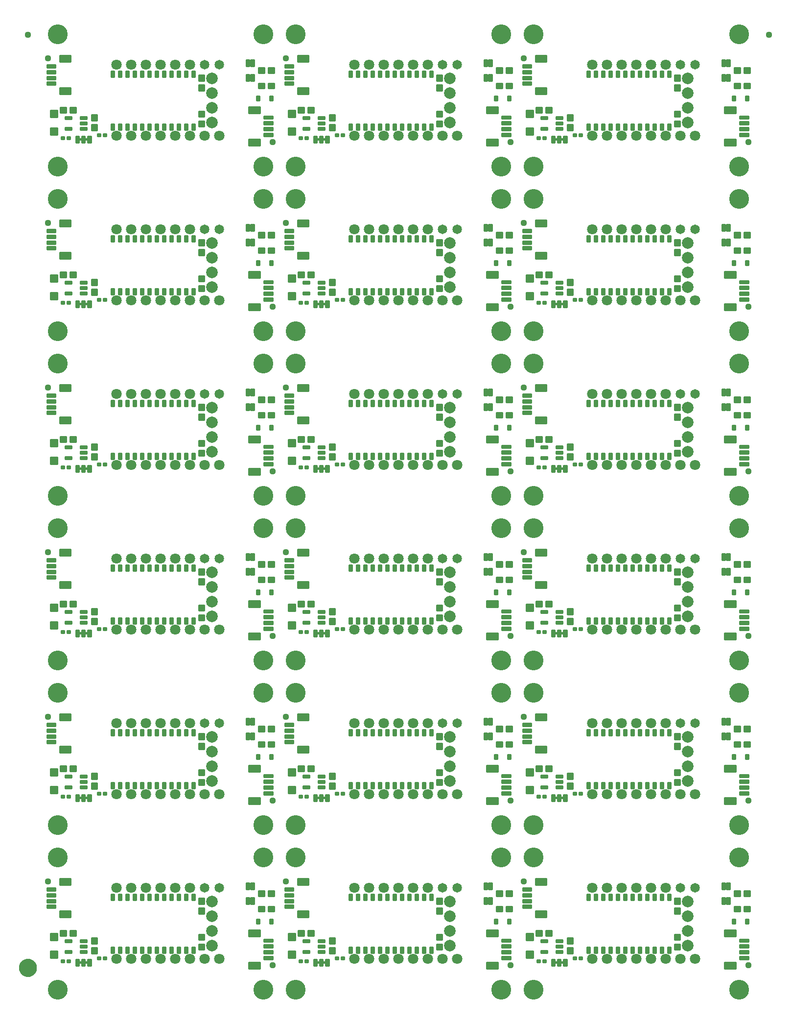
<source format=gts>
G04 EAGLE Gerber RS-274X export*
G75*
%MOMM*%
%FSLAX34Y34*%
%LPD*%
%INSoldermask Top*%
%IPPOS*%
%AMOC8*
5,1,8,0,0,1.08239X$1,22.5*%
G01*
%ADD10C,0.225400*%
%ADD11C,2.006600*%
%ADD12C,0.225369*%
%ADD13C,0.228600*%
%ADD14C,0.227100*%
%ADD15C,0.225588*%
%ADD16C,1.127000*%
%ADD17C,1.803400*%
%ADD18C,1.651000*%
%ADD19C,3.429000*%
%ADD20C,0.228344*%
%ADD21C,0.223409*%
%ADD22C,0.228319*%
%ADD23C,1.270000*%
%ADD24C,1.627000*%

G36*
X76900Y1492897D02*
X76900Y1492897D01*
X76966Y1492899D01*
X77009Y1492917D01*
X77056Y1492925D01*
X77113Y1492959D01*
X77173Y1492984D01*
X77208Y1493015D01*
X77249Y1493040D01*
X77291Y1493091D01*
X77339Y1493135D01*
X77361Y1493177D01*
X77390Y1493214D01*
X77411Y1493276D01*
X77442Y1493335D01*
X77450Y1493389D01*
X77462Y1493426D01*
X77461Y1493466D01*
X77469Y1493520D01*
X77469Y1496060D01*
X77458Y1496125D01*
X77456Y1496191D01*
X77438Y1496234D01*
X77430Y1496281D01*
X77396Y1496338D01*
X77371Y1496398D01*
X77340Y1496433D01*
X77315Y1496474D01*
X77264Y1496516D01*
X77220Y1496564D01*
X77178Y1496586D01*
X77141Y1496615D01*
X77079Y1496636D01*
X77020Y1496667D01*
X76966Y1496675D01*
X76929Y1496687D01*
X76889Y1496686D01*
X76835Y1496694D01*
X73025Y1496694D01*
X72960Y1496683D01*
X72894Y1496681D01*
X72851Y1496663D01*
X72804Y1496655D01*
X72747Y1496621D01*
X72687Y1496596D01*
X72652Y1496565D01*
X72611Y1496540D01*
X72570Y1496489D01*
X72521Y1496445D01*
X72499Y1496403D01*
X72470Y1496366D01*
X72449Y1496304D01*
X72418Y1496245D01*
X72410Y1496191D01*
X72398Y1496154D01*
X72398Y1496151D01*
X72399Y1496114D01*
X72391Y1496060D01*
X72391Y1493520D01*
X72402Y1493455D01*
X72404Y1493389D01*
X72422Y1493346D01*
X72430Y1493299D01*
X72464Y1493242D01*
X72489Y1493182D01*
X72520Y1493147D01*
X72545Y1493106D01*
X72596Y1493065D01*
X72640Y1493016D01*
X72682Y1492994D01*
X72719Y1492965D01*
X72781Y1492944D01*
X72840Y1492913D01*
X72894Y1492905D01*
X72931Y1492893D01*
X72971Y1492894D01*
X73025Y1492886D01*
X76835Y1492886D01*
X76900Y1492897D01*
G37*
G36*
X66740Y1492897D02*
X66740Y1492897D01*
X66806Y1492899D01*
X66849Y1492917D01*
X66896Y1492925D01*
X66953Y1492959D01*
X67013Y1492984D01*
X67048Y1493015D01*
X67089Y1493040D01*
X67131Y1493091D01*
X67179Y1493135D01*
X67201Y1493177D01*
X67230Y1493214D01*
X67251Y1493276D01*
X67282Y1493335D01*
X67290Y1493389D01*
X67302Y1493426D01*
X67301Y1493466D01*
X67309Y1493520D01*
X67309Y1496060D01*
X67298Y1496125D01*
X67296Y1496191D01*
X67278Y1496234D01*
X67270Y1496281D01*
X67236Y1496338D01*
X67211Y1496398D01*
X67180Y1496433D01*
X67155Y1496474D01*
X67104Y1496516D01*
X67060Y1496564D01*
X67018Y1496586D01*
X66981Y1496615D01*
X66919Y1496636D01*
X66860Y1496667D01*
X66806Y1496675D01*
X66769Y1496687D01*
X66729Y1496686D01*
X66675Y1496694D01*
X62865Y1496694D01*
X62800Y1496683D01*
X62734Y1496681D01*
X62691Y1496663D01*
X62644Y1496655D01*
X62587Y1496621D01*
X62527Y1496596D01*
X62492Y1496565D01*
X62451Y1496540D01*
X62410Y1496489D01*
X62361Y1496445D01*
X62339Y1496403D01*
X62310Y1496366D01*
X62289Y1496304D01*
X62258Y1496245D01*
X62250Y1496191D01*
X62238Y1496154D01*
X62238Y1496151D01*
X62239Y1496114D01*
X62231Y1496060D01*
X62231Y1493520D01*
X62242Y1493455D01*
X62244Y1493389D01*
X62262Y1493346D01*
X62270Y1493299D01*
X62304Y1493242D01*
X62329Y1493182D01*
X62360Y1493147D01*
X62385Y1493106D01*
X62436Y1493065D01*
X62480Y1493016D01*
X62522Y1492994D01*
X62559Y1492965D01*
X62621Y1492944D01*
X62680Y1492913D01*
X62734Y1492905D01*
X62771Y1492893D01*
X62811Y1492894D01*
X62865Y1492886D01*
X66675Y1492886D01*
X66740Y1492897D01*
G37*
G36*
X889700Y1492897D02*
X889700Y1492897D01*
X889766Y1492899D01*
X889809Y1492917D01*
X889856Y1492925D01*
X889913Y1492959D01*
X889973Y1492984D01*
X890008Y1493015D01*
X890049Y1493040D01*
X890091Y1493091D01*
X890139Y1493135D01*
X890161Y1493177D01*
X890190Y1493214D01*
X890211Y1493276D01*
X890242Y1493335D01*
X890250Y1493389D01*
X890262Y1493426D01*
X890261Y1493466D01*
X890269Y1493520D01*
X890269Y1496060D01*
X890258Y1496125D01*
X890256Y1496191D01*
X890238Y1496234D01*
X890230Y1496281D01*
X890196Y1496338D01*
X890171Y1496398D01*
X890140Y1496433D01*
X890115Y1496474D01*
X890064Y1496516D01*
X890020Y1496564D01*
X889978Y1496586D01*
X889941Y1496615D01*
X889879Y1496636D01*
X889820Y1496667D01*
X889766Y1496675D01*
X889729Y1496687D01*
X889689Y1496686D01*
X889635Y1496694D01*
X885825Y1496694D01*
X885760Y1496683D01*
X885694Y1496681D01*
X885651Y1496663D01*
X885604Y1496655D01*
X885547Y1496621D01*
X885487Y1496596D01*
X885452Y1496565D01*
X885411Y1496540D01*
X885370Y1496489D01*
X885321Y1496445D01*
X885299Y1496403D01*
X885270Y1496366D01*
X885249Y1496304D01*
X885218Y1496245D01*
X885210Y1496191D01*
X885198Y1496154D01*
X885198Y1496151D01*
X885199Y1496114D01*
X885191Y1496060D01*
X885191Y1493520D01*
X885202Y1493455D01*
X885204Y1493389D01*
X885222Y1493346D01*
X885230Y1493299D01*
X885264Y1493242D01*
X885289Y1493182D01*
X885320Y1493147D01*
X885345Y1493106D01*
X885396Y1493065D01*
X885440Y1493016D01*
X885482Y1492994D01*
X885519Y1492965D01*
X885581Y1492944D01*
X885640Y1492913D01*
X885694Y1492905D01*
X885731Y1492893D01*
X885771Y1492894D01*
X885825Y1492886D01*
X889635Y1492886D01*
X889700Y1492897D01*
G37*
G36*
X478220Y1492897D02*
X478220Y1492897D01*
X478286Y1492899D01*
X478329Y1492917D01*
X478376Y1492925D01*
X478433Y1492959D01*
X478493Y1492984D01*
X478528Y1493015D01*
X478569Y1493040D01*
X478611Y1493091D01*
X478659Y1493135D01*
X478681Y1493177D01*
X478710Y1493214D01*
X478731Y1493276D01*
X478762Y1493335D01*
X478770Y1493389D01*
X478782Y1493426D01*
X478781Y1493466D01*
X478789Y1493520D01*
X478789Y1496060D01*
X478778Y1496125D01*
X478776Y1496191D01*
X478758Y1496234D01*
X478750Y1496281D01*
X478716Y1496338D01*
X478691Y1496398D01*
X478660Y1496433D01*
X478635Y1496474D01*
X478584Y1496516D01*
X478540Y1496564D01*
X478498Y1496586D01*
X478461Y1496615D01*
X478399Y1496636D01*
X478340Y1496667D01*
X478286Y1496675D01*
X478249Y1496687D01*
X478209Y1496686D01*
X478155Y1496694D01*
X474345Y1496694D01*
X474280Y1496683D01*
X474214Y1496681D01*
X474171Y1496663D01*
X474124Y1496655D01*
X474067Y1496621D01*
X474007Y1496596D01*
X473972Y1496565D01*
X473931Y1496540D01*
X473890Y1496489D01*
X473841Y1496445D01*
X473819Y1496403D01*
X473790Y1496366D01*
X473769Y1496304D01*
X473738Y1496245D01*
X473730Y1496191D01*
X473718Y1496154D01*
X473718Y1496151D01*
X473719Y1496114D01*
X473711Y1496060D01*
X473711Y1493520D01*
X473722Y1493455D01*
X473724Y1493389D01*
X473742Y1493346D01*
X473750Y1493299D01*
X473784Y1493242D01*
X473809Y1493182D01*
X473840Y1493147D01*
X473865Y1493106D01*
X473916Y1493065D01*
X473960Y1493016D01*
X474002Y1492994D01*
X474039Y1492965D01*
X474101Y1492944D01*
X474160Y1492913D01*
X474214Y1492905D01*
X474251Y1492893D01*
X474291Y1492894D01*
X474345Y1492886D01*
X478155Y1492886D01*
X478220Y1492897D01*
G37*
G36*
X488380Y1492897D02*
X488380Y1492897D01*
X488446Y1492899D01*
X488489Y1492917D01*
X488536Y1492925D01*
X488593Y1492959D01*
X488653Y1492984D01*
X488688Y1493015D01*
X488729Y1493040D01*
X488771Y1493091D01*
X488819Y1493135D01*
X488841Y1493177D01*
X488870Y1493214D01*
X488891Y1493276D01*
X488922Y1493335D01*
X488930Y1493389D01*
X488942Y1493426D01*
X488941Y1493466D01*
X488949Y1493520D01*
X488949Y1496060D01*
X488938Y1496125D01*
X488936Y1496191D01*
X488918Y1496234D01*
X488910Y1496281D01*
X488876Y1496338D01*
X488851Y1496398D01*
X488820Y1496433D01*
X488795Y1496474D01*
X488744Y1496516D01*
X488700Y1496564D01*
X488658Y1496586D01*
X488621Y1496615D01*
X488559Y1496636D01*
X488500Y1496667D01*
X488446Y1496675D01*
X488409Y1496687D01*
X488369Y1496686D01*
X488315Y1496694D01*
X484505Y1496694D01*
X484440Y1496683D01*
X484374Y1496681D01*
X484331Y1496663D01*
X484284Y1496655D01*
X484227Y1496621D01*
X484167Y1496596D01*
X484132Y1496565D01*
X484091Y1496540D01*
X484050Y1496489D01*
X484001Y1496445D01*
X483979Y1496403D01*
X483950Y1496366D01*
X483929Y1496304D01*
X483898Y1496245D01*
X483890Y1496191D01*
X483878Y1496154D01*
X483878Y1496151D01*
X483879Y1496114D01*
X483871Y1496060D01*
X483871Y1493520D01*
X483882Y1493455D01*
X483884Y1493389D01*
X483902Y1493346D01*
X483910Y1493299D01*
X483944Y1493242D01*
X483969Y1493182D01*
X484000Y1493147D01*
X484025Y1493106D01*
X484076Y1493065D01*
X484120Y1493016D01*
X484162Y1492994D01*
X484199Y1492965D01*
X484261Y1492944D01*
X484320Y1492913D01*
X484374Y1492905D01*
X484411Y1492893D01*
X484451Y1492894D01*
X484505Y1492886D01*
X488315Y1492886D01*
X488380Y1492897D01*
G37*
G36*
X899860Y1492897D02*
X899860Y1492897D01*
X899926Y1492899D01*
X899969Y1492917D01*
X900016Y1492925D01*
X900073Y1492959D01*
X900133Y1492984D01*
X900168Y1493015D01*
X900209Y1493040D01*
X900251Y1493091D01*
X900299Y1493135D01*
X900321Y1493177D01*
X900350Y1493214D01*
X900371Y1493276D01*
X900402Y1493335D01*
X900410Y1493389D01*
X900422Y1493426D01*
X900421Y1493466D01*
X900429Y1493520D01*
X900429Y1496060D01*
X900418Y1496125D01*
X900416Y1496191D01*
X900398Y1496234D01*
X900390Y1496281D01*
X900356Y1496338D01*
X900331Y1496398D01*
X900300Y1496433D01*
X900275Y1496474D01*
X900224Y1496516D01*
X900180Y1496564D01*
X900138Y1496586D01*
X900101Y1496615D01*
X900039Y1496636D01*
X899980Y1496667D01*
X899926Y1496675D01*
X899889Y1496687D01*
X899849Y1496686D01*
X899795Y1496694D01*
X895985Y1496694D01*
X895920Y1496683D01*
X895854Y1496681D01*
X895811Y1496663D01*
X895764Y1496655D01*
X895707Y1496621D01*
X895647Y1496596D01*
X895612Y1496565D01*
X895571Y1496540D01*
X895530Y1496489D01*
X895481Y1496445D01*
X895459Y1496403D01*
X895430Y1496366D01*
X895409Y1496304D01*
X895378Y1496245D01*
X895370Y1496191D01*
X895358Y1496154D01*
X895358Y1496151D01*
X895359Y1496114D01*
X895351Y1496060D01*
X895351Y1493520D01*
X895362Y1493455D01*
X895364Y1493389D01*
X895382Y1493346D01*
X895390Y1493299D01*
X895424Y1493242D01*
X895449Y1493182D01*
X895480Y1493147D01*
X895505Y1493106D01*
X895556Y1493065D01*
X895600Y1493016D01*
X895642Y1492994D01*
X895679Y1492965D01*
X895741Y1492944D01*
X895800Y1492913D01*
X895854Y1492905D01*
X895891Y1492893D01*
X895931Y1492894D01*
X895985Y1492886D01*
X899795Y1492886D01*
X899860Y1492897D01*
G37*
G36*
X66740Y1208417D02*
X66740Y1208417D01*
X66806Y1208419D01*
X66849Y1208437D01*
X66896Y1208445D01*
X66953Y1208479D01*
X67013Y1208504D01*
X67048Y1208535D01*
X67089Y1208560D01*
X67131Y1208611D01*
X67179Y1208655D01*
X67201Y1208697D01*
X67230Y1208734D01*
X67251Y1208796D01*
X67282Y1208855D01*
X67290Y1208909D01*
X67302Y1208946D01*
X67301Y1208986D01*
X67309Y1209040D01*
X67309Y1211580D01*
X67298Y1211645D01*
X67296Y1211711D01*
X67278Y1211754D01*
X67270Y1211801D01*
X67236Y1211858D01*
X67211Y1211918D01*
X67180Y1211953D01*
X67155Y1211994D01*
X67104Y1212036D01*
X67060Y1212084D01*
X67018Y1212106D01*
X66981Y1212135D01*
X66919Y1212156D01*
X66860Y1212187D01*
X66806Y1212195D01*
X66769Y1212207D01*
X66729Y1212206D01*
X66675Y1212214D01*
X62865Y1212214D01*
X62800Y1212203D01*
X62734Y1212201D01*
X62691Y1212183D01*
X62644Y1212175D01*
X62587Y1212141D01*
X62527Y1212116D01*
X62492Y1212085D01*
X62451Y1212060D01*
X62410Y1212009D01*
X62361Y1211965D01*
X62339Y1211923D01*
X62310Y1211886D01*
X62289Y1211824D01*
X62258Y1211765D01*
X62250Y1211711D01*
X62238Y1211674D01*
X62238Y1211671D01*
X62239Y1211634D01*
X62231Y1211580D01*
X62231Y1209040D01*
X62242Y1208975D01*
X62244Y1208909D01*
X62262Y1208866D01*
X62270Y1208819D01*
X62304Y1208762D01*
X62329Y1208702D01*
X62360Y1208667D01*
X62385Y1208626D01*
X62436Y1208585D01*
X62480Y1208536D01*
X62522Y1208514D01*
X62559Y1208485D01*
X62621Y1208464D01*
X62680Y1208433D01*
X62734Y1208425D01*
X62771Y1208413D01*
X62811Y1208414D01*
X62865Y1208406D01*
X66675Y1208406D01*
X66740Y1208417D01*
G37*
G36*
X76900Y1208417D02*
X76900Y1208417D01*
X76966Y1208419D01*
X77009Y1208437D01*
X77056Y1208445D01*
X77113Y1208479D01*
X77173Y1208504D01*
X77208Y1208535D01*
X77249Y1208560D01*
X77291Y1208611D01*
X77339Y1208655D01*
X77361Y1208697D01*
X77390Y1208734D01*
X77411Y1208796D01*
X77442Y1208855D01*
X77450Y1208909D01*
X77462Y1208946D01*
X77461Y1208986D01*
X77469Y1209040D01*
X77469Y1211580D01*
X77458Y1211645D01*
X77456Y1211711D01*
X77438Y1211754D01*
X77430Y1211801D01*
X77396Y1211858D01*
X77371Y1211918D01*
X77340Y1211953D01*
X77315Y1211994D01*
X77264Y1212036D01*
X77220Y1212084D01*
X77178Y1212106D01*
X77141Y1212135D01*
X77079Y1212156D01*
X77020Y1212187D01*
X76966Y1212195D01*
X76929Y1212207D01*
X76889Y1212206D01*
X76835Y1212214D01*
X73025Y1212214D01*
X72960Y1212203D01*
X72894Y1212201D01*
X72851Y1212183D01*
X72804Y1212175D01*
X72747Y1212141D01*
X72687Y1212116D01*
X72652Y1212085D01*
X72611Y1212060D01*
X72570Y1212009D01*
X72521Y1211965D01*
X72499Y1211923D01*
X72470Y1211886D01*
X72449Y1211824D01*
X72418Y1211765D01*
X72410Y1211711D01*
X72398Y1211674D01*
X72398Y1211671D01*
X72399Y1211634D01*
X72391Y1211580D01*
X72391Y1209040D01*
X72402Y1208975D01*
X72404Y1208909D01*
X72422Y1208866D01*
X72430Y1208819D01*
X72464Y1208762D01*
X72489Y1208702D01*
X72520Y1208667D01*
X72545Y1208626D01*
X72596Y1208585D01*
X72640Y1208536D01*
X72682Y1208514D01*
X72719Y1208485D01*
X72781Y1208464D01*
X72840Y1208433D01*
X72894Y1208425D01*
X72931Y1208413D01*
X72971Y1208414D01*
X73025Y1208406D01*
X76835Y1208406D01*
X76900Y1208417D01*
G37*
G36*
X478220Y1208417D02*
X478220Y1208417D01*
X478286Y1208419D01*
X478329Y1208437D01*
X478376Y1208445D01*
X478433Y1208479D01*
X478493Y1208504D01*
X478528Y1208535D01*
X478569Y1208560D01*
X478611Y1208611D01*
X478659Y1208655D01*
X478681Y1208697D01*
X478710Y1208734D01*
X478731Y1208796D01*
X478762Y1208855D01*
X478770Y1208909D01*
X478782Y1208946D01*
X478781Y1208986D01*
X478789Y1209040D01*
X478789Y1211580D01*
X478778Y1211645D01*
X478776Y1211711D01*
X478758Y1211754D01*
X478750Y1211801D01*
X478716Y1211858D01*
X478691Y1211918D01*
X478660Y1211953D01*
X478635Y1211994D01*
X478584Y1212036D01*
X478540Y1212084D01*
X478498Y1212106D01*
X478461Y1212135D01*
X478399Y1212156D01*
X478340Y1212187D01*
X478286Y1212195D01*
X478249Y1212207D01*
X478209Y1212206D01*
X478155Y1212214D01*
X474345Y1212214D01*
X474280Y1212203D01*
X474214Y1212201D01*
X474171Y1212183D01*
X474124Y1212175D01*
X474067Y1212141D01*
X474007Y1212116D01*
X473972Y1212085D01*
X473931Y1212060D01*
X473890Y1212009D01*
X473841Y1211965D01*
X473819Y1211923D01*
X473790Y1211886D01*
X473769Y1211824D01*
X473738Y1211765D01*
X473730Y1211711D01*
X473718Y1211674D01*
X473718Y1211671D01*
X473719Y1211634D01*
X473711Y1211580D01*
X473711Y1209040D01*
X473722Y1208975D01*
X473724Y1208909D01*
X473742Y1208866D01*
X473750Y1208819D01*
X473784Y1208762D01*
X473809Y1208702D01*
X473840Y1208667D01*
X473865Y1208626D01*
X473916Y1208585D01*
X473960Y1208536D01*
X474002Y1208514D01*
X474039Y1208485D01*
X474101Y1208464D01*
X474160Y1208433D01*
X474214Y1208425D01*
X474251Y1208413D01*
X474291Y1208414D01*
X474345Y1208406D01*
X478155Y1208406D01*
X478220Y1208417D01*
G37*
G36*
X899860Y1208417D02*
X899860Y1208417D01*
X899926Y1208419D01*
X899969Y1208437D01*
X900016Y1208445D01*
X900073Y1208479D01*
X900133Y1208504D01*
X900168Y1208535D01*
X900209Y1208560D01*
X900251Y1208611D01*
X900299Y1208655D01*
X900321Y1208697D01*
X900350Y1208734D01*
X900371Y1208796D01*
X900402Y1208855D01*
X900410Y1208909D01*
X900422Y1208946D01*
X900421Y1208986D01*
X900429Y1209040D01*
X900429Y1211580D01*
X900418Y1211645D01*
X900416Y1211711D01*
X900398Y1211754D01*
X900390Y1211801D01*
X900356Y1211858D01*
X900331Y1211918D01*
X900300Y1211953D01*
X900275Y1211994D01*
X900224Y1212036D01*
X900180Y1212084D01*
X900138Y1212106D01*
X900101Y1212135D01*
X900039Y1212156D01*
X899980Y1212187D01*
X899926Y1212195D01*
X899889Y1212207D01*
X899849Y1212206D01*
X899795Y1212214D01*
X895985Y1212214D01*
X895920Y1212203D01*
X895854Y1212201D01*
X895811Y1212183D01*
X895764Y1212175D01*
X895707Y1212141D01*
X895647Y1212116D01*
X895612Y1212085D01*
X895571Y1212060D01*
X895530Y1212009D01*
X895481Y1211965D01*
X895459Y1211923D01*
X895430Y1211886D01*
X895409Y1211824D01*
X895378Y1211765D01*
X895370Y1211711D01*
X895358Y1211674D01*
X895358Y1211671D01*
X895359Y1211634D01*
X895351Y1211580D01*
X895351Y1209040D01*
X895362Y1208975D01*
X895364Y1208909D01*
X895382Y1208866D01*
X895390Y1208819D01*
X895424Y1208762D01*
X895449Y1208702D01*
X895480Y1208667D01*
X895505Y1208626D01*
X895556Y1208585D01*
X895600Y1208536D01*
X895642Y1208514D01*
X895679Y1208485D01*
X895741Y1208464D01*
X895800Y1208433D01*
X895854Y1208425D01*
X895891Y1208413D01*
X895931Y1208414D01*
X895985Y1208406D01*
X899795Y1208406D01*
X899860Y1208417D01*
G37*
G36*
X889700Y1208417D02*
X889700Y1208417D01*
X889766Y1208419D01*
X889809Y1208437D01*
X889856Y1208445D01*
X889913Y1208479D01*
X889973Y1208504D01*
X890008Y1208535D01*
X890049Y1208560D01*
X890091Y1208611D01*
X890139Y1208655D01*
X890161Y1208697D01*
X890190Y1208734D01*
X890211Y1208796D01*
X890242Y1208855D01*
X890250Y1208909D01*
X890262Y1208946D01*
X890261Y1208986D01*
X890269Y1209040D01*
X890269Y1211580D01*
X890258Y1211645D01*
X890256Y1211711D01*
X890238Y1211754D01*
X890230Y1211801D01*
X890196Y1211858D01*
X890171Y1211918D01*
X890140Y1211953D01*
X890115Y1211994D01*
X890064Y1212036D01*
X890020Y1212084D01*
X889978Y1212106D01*
X889941Y1212135D01*
X889879Y1212156D01*
X889820Y1212187D01*
X889766Y1212195D01*
X889729Y1212207D01*
X889689Y1212206D01*
X889635Y1212214D01*
X885825Y1212214D01*
X885760Y1212203D01*
X885694Y1212201D01*
X885651Y1212183D01*
X885604Y1212175D01*
X885547Y1212141D01*
X885487Y1212116D01*
X885452Y1212085D01*
X885411Y1212060D01*
X885370Y1212009D01*
X885321Y1211965D01*
X885299Y1211923D01*
X885270Y1211886D01*
X885249Y1211824D01*
X885218Y1211765D01*
X885210Y1211711D01*
X885198Y1211674D01*
X885198Y1211671D01*
X885199Y1211634D01*
X885191Y1211580D01*
X885191Y1209040D01*
X885202Y1208975D01*
X885204Y1208909D01*
X885222Y1208866D01*
X885230Y1208819D01*
X885264Y1208762D01*
X885289Y1208702D01*
X885320Y1208667D01*
X885345Y1208626D01*
X885396Y1208585D01*
X885440Y1208536D01*
X885482Y1208514D01*
X885519Y1208485D01*
X885581Y1208464D01*
X885640Y1208433D01*
X885694Y1208425D01*
X885731Y1208413D01*
X885771Y1208414D01*
X885825Y1208406D01*
X889635Y1208406D01*
X889700Y1208417D01*
G37*
G36*
X488380Y1208417D02*
X488380Y1208417D01*
X488446Y1208419D01*
X488489Y1208437D01*
X488536Y1208445D01*
X488593Y1208479D01*
X488653Y1208504D01*
X488688Y1208535D01*
X488729Y1208560D01*
X488771Y1208611D01*
X488819Y1208655D01*
X488841Y1208697D01*
X488870Y1208734D01*
X488891Y1208796D01*
X488922Y1208855D01*
X488930Y1208909D01*
X488942Y1208946D01*
X488941Y1208986D01*
X488949Y1209040D01*
X488949Y1211580D01*
X488938Y1211645D01*
X488936Y1211711D01*
X488918Y1211754D01*
X488910Y1211801D01*
X488876Y1211858D01*
X488851Y1211918D01*
X488820Y1211953D01*
X488795Y1211994D01*
X488744Y1212036D01*
X488700Y1212084D01*
X488658Y1212106D01*
X488621Y1212135D01*
X488559Y1212156D01*
X488500Y1212187D01*
X488446Y1212195D01*
X488409Y1212207D01*
X488369Y1212206D01*
X488315Y1212214D01*
X484505Y1212214D01*
X484440Y1212203D01*
X484374Y1212201D01*
X484331Y1212183D01*
X484284Y1212175D01*
X484227Y1212141D01*
X484167Y1212116D01*
X484132Y1212085D01*
X484091Y1212060D01*
X484050Y1212009D01*
X484001Y1211965D01*
X483979Y1211923D01*
X483950Y1211886D01*
X483929Y1211824D01*
X483898Y1211765D01*
X483890Y1211711D01*
X483878Y1211674D01*
X483878Y1211671D01*
X483879Y1211634D01*
X483871Y1211580D01*
X483871Y1209040D01*
X483882Y1208975D01*
X483884Y1208909D01*
X483902Y1208866D01*
X483910Y1208819D01*
X483944Y1208762D01*
X483969Y1208702D01*
X484000Y1208667D01*
X484025Y1208626D01*
X484076Y1208585D01*
X484120Y1208536D01*
X484162Y1208514D01*
X484199Y1208485D01*
X484261Y1208464D01*
X484320Y1208433D01*
X484374Y1208425D01*
X484411Y1208413D01*
X484451Y1208414D01*
X484505Y1208406D01*
X488315Y1208406D01*
X488380Y1208417D01*
G37*
G36*
X488380Y923937D02*
X488380Y923937D01*
X488446Y923939D01*
X488489Y923957D01*
X488536Y923965D01*
X488593Y923999D01*
X488653Y924024D01*
X488688Y924055D01*
X488729Y924080D01*
X488771Y924131D01*
X488819Y924175D01*
X488841Y924217D01*
X488870Y924254D01*
X488891Y924316D01*
X488922Y924375D01*
X488930Y924429D01*
X488942Y924466D01*
X488941Y924506D01*
X488949Y924560D01*
X488949Y927100D01*
X488938Y927165D01*
X488936Y927231D01*
X488918Y927274D01*
X488910Y927321D01*
X488876Y927378D01*
X488851Y927438D01*
X488820Y927473D01*
X488795Y927514D01*
X488744Y927556D01*
X488700Y927604D01*
X488658Y927626D01*
X488621Y927655D01*
X488559Y927676D01*
X488500Y927707D01*
X488446Y927715D01*
X488409Y927727D01*
X488369Y927726D01*
X488315Y927734D01*
X484505Y927734D01*
X484440Y927723D01*
X484374Y927721D01*
X484331Y927703D01*
X484284Y927695D01*
X484227Y927661D01*
X484167Y927636D01*
X484132Y927605D01*
X484091Y927580D01*
X484050Y927529D01*
X484001Y927485D01*
X483979Y927443D01*
X483950Y927406D01*
X483929Y927344D01*
X483898Y927285D01*
X483890Y927231D01*
X483878Y927194D01*
X483878Y927191D01*
X483879Y927154D01*
X483871Y927100D01*
X483871Y924560D01*
X483882Y924495D01*
X483884Y924429D01*
X483902Y924386D01*
X483910Y924339D01*
X483944Y924282D01*
X483969Y924222D01*
X484000Y924187D01*
X484025Y924146D01*
X484076Y924105D01*
X484120Y924056D01*
X484162Y924034D01*
X484199Y924005D01*
X484261Y923984D01*
X484320Y923953D01*
X484374Y923945D01*
X484411Y923933D01*
X484451Y923934D01*
X484505Y923926D01*
X488315Y923926D01*
X488380Y923937D01*
G37*
G36*
X66740Y923937D02*
X66740Y923937D01*
X66806Y923939D01*
X66849Y923957D01*
X66896Y923965D01*
X66953Y923999D01*
X67013Y924024D01*
X67048Y924055D01*
X67089Y924080D01*
X67131Y924131D01*
X67179Y924175D01*
X67201Y924217D01*
X67230Y924254D01*
X67251Y924316D01*
X67282Y924375D01*
X67290Y924429D01*
X67302Y924466D01*
X67301Y924506D01*
X67309Y924560D01*
X67309Y927100D01*
X67298Y927165D01*
X67296Y927231D01*
X67278Y927274D01*
X67270Y927321D01*
X67236Y927378D01*
X67211Y927438D01*
X67180Y927473D01*
X67155Y927514D01*
X67104Y927556D01*
X67060Y927604D01*
X67018Y927626D01*
X66981Y927655D01*
X66919Y927676D01*
X66860Y927707D01*
X66806Y927715D01*
X66769Y927727D01*
X66729Y927726D01*
X66675Y927734D01*
X62865Y927734D01*
X62800Y927723D01*
X62734Y927721D01*
X62691Y927703D01*
X62644Y927695D01*
X62587Y927661D01*
X62527Y927636D01*
X62492Y927605D01*
X62451Y927580D01*
X62410Y927529D01*
X62361Y927485D01*
X62339Y927443D01*
X62310Y927406D01*
X62289Y927344D01*
X62258Y927285D01*
X62250Y927231D01*
X62238Y927194D01*
X62238Y927191D01*
X62239Y927154D01*
X62231Y927100D01*
X62231Y924560D01*
X62242Y924495D01*
X62244Y924429D01*
X62262Y924386D01*
X62270Y924339D01*
X62304Y924282D01*
X62329Y924222D01*
X62360Y924187D01*
X62385Y924146D01*
X62436Y924105D01*
X62480Y924056D01*
X62522Y924034D01*
X62559Y924005D01*
X62621Y923984D01*
X62680Y923953D01*
X62734Y923945D01*
X62771Y923933D01*
X62811Y923934D01*
X62865Y923926D01*
X66675Y923926D01*
X66740Y923937D01*
G37*
G36*
X889700Y923937D02*
X889700Y923937D01*
X889766Y923939D01*
X889809Y923957D01*
X889856Y923965D01*
X889913Y923999D01*
X889973Y924024D01*
X890008Y924055D01*
X890049Y924080D01*
X890091Y924131D01*
X890139Y924175D01*
X890161Y924217D01*
X890190Y924254D01*
X890211Y924316D01*
X890242Y924375D01*
X890250Y924429D01*
X890262Y924466D01*
X890261Y924506D01*
X890269Y924560D01*
X890269Y927100D01*
X890258Y927165D01*
X890256Y927231D01*
X890238Y927274D01*
X890230Y927321D01*
X890196Y927378D01*
X890171Y927438D01*
X890140Y927473D01*
X890115Y927514D01*
X890064Y927556D01*
X890020Y927604D01*
X889978Y927626D01*
X889941Y927655D01*
X889879Y927676D01*
X889820Y927707D01*
X889766Y927715D01*
X889729Y927727D01*
X889689Y927726D01*
X889635Y927734D01*
X885825Y927734D01*
X885760Y927723D01*
X885694Y927721D01*
X885651Y927703D01*
X885604Y927695D01*
X885547Y927661D01*
X885487Y927636D01*
X885452Y927605D01*
X885411Y927580D01*
X885370Y927529D01*
X885321Y927485D01*
X885299Y927443D01*
X885270Y927406D01*
X885249Y927344D01*
X885218Y927285D01*
X885210Y927231D01*
X885198Y927194D01*
X885198Y927191D01*
X885199Y927154D01*
X885191Y927100D01*
X885191Y924560D01*
X885202Y924495D01*
X885204Y924429D01*
X885222Y924386D01*
X885230Y924339D01*
X885264Y924282D01*
X885289Y924222D01*
X885320Y924187D01*
X885345Y924146D01*
X885396Y924105D01*
X885440Y924056D01*
X885482Y924034D01*
X885519Y924005D01*
X885581Y923984D01*
X885640Y923953D01*
X885694Y923945D01*
X885731Y923933D01*
X885771Y923934D01*
X885825Y923926D01*
X889635Y923926D01*
X889700Y923937D01*
G37*
G36*
X478220Y923937D02*
X478220Y923937D01*
X478286Y923939D01*
X478329Y923957D01*
X478376Y923965D01*
X478433Y923999D01*
X478493Y924024D01*
X478528Y924055D01*
X478569Y924080D01*
X478611Y924131D01*
X478659Y924175D01*
X478681Y924217D01*
X478710Y924254D01*
X478731Y924316D01*
X478762Y924375D01*
X478770Y924429D01*
X478782Y924466D01*
X478781Y924506D01*
X478789Y924560D01*
X478789Y927100D01*
X478778Y927165D01*
X478776Y927231D01*
X478758Y927274D01*
X478750Y927321D01*
X478716Y927378D01*
X478691Y927438D01*
X478660Y927473D01*
X478635Y927514D01*
X478584Y927556D01*
X478540Y927604D01*
X478498Y927626D01*
X478461Y927655D01*
X478399Y927676D01*
X478340Y927707D01*
X478286Y927715D01*
X478249Y927727D01*
X478209Y927726D01*
X478155Y927734D01*
X474345Y927734D01*
X474280Y927723D01*
X474214Y927721D01*
X474171Y927703D01*
X474124Y927695D01*
X474067Y927661D01*
X474007Y927636D01*
X473972Y927605D01*
X473931Y927580D01*
X473890Y927529D01*
X473841Y927485D01*
X473819Y927443D01*
X473790Y927406D01*
X473769Y927344D01*
X473738Y927285D01*
X473730Y927231D01*
X473718Y927194D01*
X473718Y927191D01*
X473719Y927154D01*
X473711Y927100D01*
X473711Y924560D01*
X473722Y924495D01*
X473724Y924429D01*
X473742Y924386D01*
X473750Y924339D01*
X473784Y924282D01*
X473809Y924222D01*
X473840Y924187D01*
X473865Y924146D01*
X473916Y924105D01*
X473960Y924056D01*
X474002Y924034D01*
X474039Y924005D01*
X474101Y923984D01*
X474160Y923953D01*
X474214Y923945D01*
X474251Y923933D01*
X474291Y923934D01*
X474345Y923926D01*
X478155Y923926D01*
X478220Y923937D01*
G37*
G36*
X899860Y923937D02*
X899860Y923937D01*
X899926Y923939D01*
X899969Y923957D01*
X900016Y923965D01*
X900073Y923999D01*
X900133Y924024D01*
X900168Y924055D01*
X900209Y924080D01*
X900251Y924131D01*
X900299Y924175D01*
X900321Y924217D01*
X900350Y924254D01*
X900371Y924316D01*
X900402Y924375D01*
X900410Y924429D01*
X900422Y924466D01*
X900421Y924506D01*
X900429Y924560D01*
X900429Y927100D01*
X900418Y927165D01*
X900416Y927231D01*
X900398Y927274D01*
X900390Y927321D01*
X900356Y927378D01*
X900331Y927438D01*
X900300Y927473D01*
X900275Y927514D01*
X900224Y927556D01*
X900180Y927604D01*
X900138Y927626D01*
X900101Y927655D01*
X900039Y927676D01*
X899980Y927707D01*
X899926Y927715D01*
X899889Y927727D01*
X899849Y927726D01*
X899795Y927734D01*
X895985Y927734D01*
X895920Y927723D01*
X895854Y927721D01*
X895811Y927703D01*
X895764Y927695D01*
X895707Y927661D01*
X895647Y927636D01*
X895612Y927605D01*
X895571Y927580D01*
X895530Y927529D01*
X895481Y927485D01*
X895459Y927443D01*
X895430Y927406D01*
X895409Y927344D01*
X895378Y927285D01*
X895370Y927231D01*
X895358Y927194D01*
X895358Y927191D01*
X895359Y927154D01*
X895351Y927100D01*
X895351Y924560D01*
X895362Y924495D01*
X895364Y924429D01*
X895382Y924386D01*
X895390Y924339D01*
X895424Y924282D01*
X895449Y924222D01*
X895480Y924187D01*
X895505Y924146D01*
X895556Y924105D01*
X895600Y924056D01*
X895642Y924034D01*
X895679Y924005D01*
X895741Y923984D01*
X895800Y923953D01*
X895854Y923945D01*
X895891Y923933D01*
X895931Y923934D01*
X895985Y923926D01*
X899795Y923926D01*
X899860Y923937D01*
G37*
G36*
X76900Y923937D02*
X76900Y923937D01*
X76966Y923939D01*
X77009Y923957D01*
X77056Y923965D01*
X77113Y923999D01*
X77173Y924024D01*
X77208Y924055D01*
X77249Y924080D01*
X77291Y924131D01*
X77339Y924175D01*
X77361Y924217D01*
X77390Y924254D01*
X77411Y924316D01*
X77442Y924375D01*
X77450Y924429D01*
X77462Y924466D01*
X77461Y924506D01*
X77469Y924560D01*
X77469Y927100D01*
X77458Y927165D01*
X77456Y927231D01*
X77438Y927274D01*
X77430Y927321D01*
X77396Y927378D01*
X77371Y927438D01*
X77340Y927473D01*
X77315Y927514D01*
X77264Y927556D01*
X77220Y927604D01*
X77178Y927626D01*
X77141Y927655D01*
X77079Y927676D01*
X77020Y927707D01*
X76966Y927715D01*
X76929Y927727D01*
X76889Y927726D01*
X76835Y927734D01*
X73025Y927734D01*
X72960Y927723D01*
X72894Y927721D01*
X72851Y927703D01*
X72804Y927695D01*
X72747Y927661D01*
X72687Y927636D01*
X72652Y927605D01*
X72611Y927580D01*
X72570Y927529D01*
X72521Y927485D01*
X72499Y927443D01*
X72470Y927406D01*
X72449Y927344D01*
X72418Y927285D01*
X72410Y927231D01*
X72398Y927194D01*
X72398Y927191D01*
X72399Y927154D01*
X72391Y927100D01*
X72391Y924560D01*
X72402Y924495D01*
X72404Y924429D01*
X72422Y924386D01*
X72430Y924339D01*
X72464Y924282D01*
X72489Y924222D01*
X72520Y924187D01*
X72545Y924146D01*
X72596Y924105D01*
X72640Y924056D01*
X72682Y924034D01*
X72719Y924005D01*
X72781Y923984D01*
X72840Y923953D01*
X72894Y923945D01*
X72931Y923933D01*
X72971Y923934D01*
X73025Y923926D01*
X76835Y923926D01*
X76900Y923937D01*
G37*
G36*
X889700Y639457D02*
X889700Y639457D01*
X889766Y639459D01*
X889809Y639477D01*
X889856Y639485D01*
X889913Y639519D01*
X889973Y639544D01*
X890008Y639575D01*
X890049Y639600D01*
X890091Y639651D01*
X890139Y639695D01*
X890161Y639737D01*
X890190Y639774D01*
X890211Y639836D01*
X890242Y639895D01*
X890250Y639949D01*
X890262Y639986D01*
X890261Y640026D01*
X890269Y640080D01*
X890269Y642620D01*
X890258Y642685D01*
X890256Y642751D01*
X890238Y642794D01*
X890230Y642841D01*
X890196Y642898D01*
X890171Y642958D01*
X890140Y642993D01*
X890115Y643034D01*
X890064Y643076D01*
X890020Y643124D01*
X889978Y643146D01*
X889941Y643175D01*
X889879Y643196D01*
X889820Y643227D01*
X889766Y643235D01*
X889729Y643247D01*
X889689Y643246D01*
X889635Y643254D01*
X885825Y643254D01*
X885760Y643243D01*
X885694Y643241D01*
X885651Y643223D01*
X885604Y643215D01*
X885547Y643181D01*
X885487Y643156D01*
X885452Y643125D01*
X885411Y643100D01*
X885370Y643049D01*
X885321Y643005D01*
X885299Y642963D01*
X885270Y642926D01*
X885249Y642864D01*
X885218Y642805D01*
X885210Y642751D01*
X885198Y642714D01*
X885198Y642711D01*
X885199Y642674D01*
X885191Y642620D01*
X885191Y640080D01*
X885202Y640015D01*
X885204Y639949D01*
X885222Y639906D01*
X885230Y639859D01*
X885264Y639802D01*
X885289Y639742D01*
X885320Y639707D01*
X885345Y639666D01*
X885396Y639625D01*
X885440Y639576D01*
X885482Y639554D01*
X885519Y639525D01*
X885581Y639504D01*
X885640Y639473D01*
X885694Y639465D01*
X885731Y639453D01*
X885771Y639454D01*
X885825Y639446D01*
X889635Y639446D01*
X889700Y639457D01*
G37*
G36*
X66740Y639457D02*
X66740Y639457D01*
X66806Y639459D01*
X66849Y639477D01*
X66896Y639485D01*
X66953Y639519D01*
X67013Y639544D01*
X67048Y639575D01*
X67089Y639600D01*
X67131Y639651D01*
X67179Y639695D01*
X67201Y639737D01*
X67230Y639774D01*
X67251Y639836D01*
X67282Y639895D01*
X67290Y639949D01*
X67302Y639986D01*
X67301Y640026D01*
X67309Y640080D01*
X67309Y642620D01*
X67298Y642685D01*
X67296Y642751D01*
X67278Y642794D01*
X67270Y642841D01*
X67236Y642898D01*
X67211Y642958D01*
X67180Y642993D01*
X67155Y643034D01*
X67104Y643076D01*
X67060Y643124D01*
X67018Y643146D01*
X66981Y643175D01*
X66919Y643196D01*
X66860Y643227D01*
X66806Y643235D01*
X66769Y643247D01*
X66729Y643246D01*
X66675Y643254D01*
X62865Y643254D01*
X62800Y643243D01*
X62734Y643241D01*
X62691Y643223D01*
X62644Y643215D01*
X62587Y643181D01*
X62527Y643156D01*
X62492Y643125D01*
X62451Y643100D01*
X62410Y643049D01*
X62361Y643005D01*
X62339Y642963D01*
X62310Y642926D01*
X62289Y642864D01*
X62258Y642805D01*
X62250Y642751D01*
X62238Y642714D01*
X62238Y642711D01*
X62239Y642674D01*
X62231Y642620D01*
X62231Y640080D01*
X62242Y640015D01*
X62244Y639949D01*
X62262Y639906D01*
X62270Y639859D01*
X62304Y639802D01*
X62329Y639742D01*
X62360Y639707D01*
X62385Y639666D01*
X62436Y639625D01*
X62480Y639576D01*
X62522Y639554D01*
X62559Y639525D01*
X62621Y639504D01*
X62680Y639473D01*
X62734Y639465D01*
X62771Y639453D01*
X62811Y639454D01*
X62865Y639446D01*
X66675Y639446D01*
X66740Y639457D01*
G37*
G36*
X488380Y639457D02*
X488380Y639457D01*
X488446Y639459D01*
X488489Y639477D01*
X488536Y639485D01*
X488593Y639519D01*
X488653Y639544D01*
X488688Y639575D01*
X488729Y639600D01*
X488771Y639651D01*
X488819Y639695D01*
X488841Y639737D01*
X488870Y639774D01*
X488891Y639836D01*
X488922Y639895D01*
X488930Y639949D01*
X488942Y639986D01*
X488941Y640026D01*
X488949Y640080D01*
X488949Y642620D01*
X488938Y642685D01*
X488936Y642751D01*
X488918Y642794D01*
X488910Y642841D01*
X488876Y642898D01*
X488851Y642958D01*
X488820Y642993D01*
X488795Y643034D01*
X488744Y643076D01*
X488700Y643124D01*
X488658Y643146D01*
X488621Y643175D01*
X488559Y643196D01*
X488500Y643227D01*
X488446Y643235D01*
X488409Y643247D01*
X488369Y643246D01*
X488315Y643254D01*
X484505Y643254D01*
X484440Y643243D01*
X484374Y643241D01*
X484331Y643223D01*
X484284Y643215D01*
X484227Y643181D01*
X484167Y643156D01*
X484132Y643125D01*
X484091Y643100D01*
X484050Y643049D01*
X484001Y643005D01*
X483979Y642963D01*
X483950Y642926D01*
X483929Y642864D01*
X483898Y642805D01*
X483890Y642751D01*
X483878Y642714D01*
X483878Y642711D01*
X483879Y642674D01*
X483871Y642620D01*
X483871Y640080D01*
X483882Y640015D01*
X483884Y639949D01*
X483902Y639906D01*
X483910Y639859D01*
X483944Y639802D01*
X483969Y639742D01*
X484000Y639707D01*
X484025Y639666D01*
X484076Y639625D01*
X484120Y639576D01*
X484162Y639554D01*
X484199Y639525D01*
X484261Y639504D01*
X484320Y639473D01*
X484374Y639465D01*
X484411Y639453D01*
X484451Y639454D01*
X484505Y639446D01*
X488315Y639446D01*
X488380Y639457D01*
G37*
G36*
X899860Y639457D02*
X899860Y639457D01*
X899926Y639459D01*
X899969Y639477D01*
X900016Y639485D01*
X900073Y639519D01*
X900133Y639544D01*
X900168Y639575D01*
X900209Y639600D01*
X900251Y639651D01*
X900299Y639695D01*
X900321Y639737D01*
X900350Y639774D01*
X900371Y639836D01*
X900402Y639895D01*
X900410Y639949D01*
X900422Y639986D01*
X900421Y640026D01*
X900429Y640080D01*
X900429Y642620D01*
X900418Y642685D01*
X900416Y642751D01*
X900398Y642794D01*
X900390Y642841D01*
X900356Y642898D01*
X900331Y642958D01*
X900300Y642993D01*
X900275Y643034D01*
X900224Y643076D01*
X900180Y643124D01*
X900138Y643146D01*
X900101Y643175D01*
X900039Y643196D01*
X899980Y643227D01*
X899926Y643235D01*
X899889Y643247D01*
X899849Y643246D01*
X899795Y643254D01*
X895985Y643254D01*
X895920Y643243D01*
X895854Y643241D01*
X895811Y643223D01*
X895764Y643215D01*
X895707Y643181D01*
X895647Y643156D01*
X895612Y643125D01*
X895571Y643100D01*
X895530Y643049D01*
X895481Y643005D01*
X895459Y642963D01*
X895430Y642926D01*
X895409Y642864D01*
X895378Y642805D01*
X895370Y642751D01*
X895358Y642714D01*
X895358Y642711D01*
X895359Y642674D01*
X895351Y642620D01*
X895351Y640080D01*
X895362Y640015D01*
X895364Y639949D01*
X895382Y639906D01*
X895390Y639859D01*
X895424Y639802D01*
X895449Y639742D01*
X895480Y639707D01*
X895505Y639666D01*
X895556Y639625D01*
X895600Y639576D01*
X895642Y639554D01*
X895679Y639525D01*
X895741Y639504D01*
X895800Y639473D01*
X895854Y639465D01*
X895891Y639453D01*
X895931Y639454D01*
X895985Y639446D01*
X899795Y639446D01*
X899860Y639457D01*
G37*
G36*
X478220Y639457D02*
X478220Y639457D01*
X478286Y639459D01*
X478329Y639477D01*
X478376Y639485D01*
X478433Y639519D01*
X478493Y639544D01*
X478528Y639575D01*
X478569Y639600D01*
X478611Y639651D01*
X478659Y639695D01*
X478681Y639737D01*
X478710Y639774D01*
X478731Y639836D01*
X478762Y639895D01*
X478770Y639949D01*
X478782Y639986D01*
X478781Y640026D01*
X478789Y640080D01*
X478789Y642620D01*
X478778Y642685D01*
X478776Y642751D01*
X478758Y642794D01*
X478750Y642841D01*
X478716Y642898D01*
X478691Y642958D01*
X478660Y642993D01*
X478635Y643034D01*
X478584Y643076D01*
X478540Y643124D01*
X478498Y643146D01*
X478461Y643175D01*
X478399Y643196D01*
X478340Y643227D01*
X478286Y643235D01*
X478249Y643247D01*
X478209Y643246D01*
X478155Y643254D01*
X474345Y643254D01*
X474280Y643243D01*
X474214Y643241D01*
X474171Y643223D01*
X474124Y643215D01*
X474067Y643181D01*
X474007Y643156D01*
X473972Y643125D01*
X473931Y643100D01*
X473890Y643049D01*
X473841Y643005D01*
X473819Y642963D01*
X473790Y642926D01*
X473769Y642864D01*
X473738Y642805D01*
X473730Y642751D01*
X473718Y642714D01*
X473718Y642711D01*
X473719Y642674D01*
X473711Y642620D01*
X473711Y640080D01*
X473722Y640015D01*
X473724Y639949D01*
X473742Y639906D01*
X473750Y639859D01*
X473784Y639802D01*
X473809Y639742D01*
X473840Y639707D01*
X473865Y639666D01*
X473916Y639625D01*
X473960Y639576D01*
X474002Y639554D01*
X474039Y639525D01*
X474101Y639504D01*
X474160Y639473D01*
X474214Y639465D01*
X474251Y639453D01*
X474291Y639454D01*
X474345Y639446D01*
X478155Y639446D01*
X478220Y639457D01*
G37*
G36*
X76900Y639457D02*
X76900Y639457D01*
X76966Y639459D01*
X77009Y639477D01*
X77056Y639485D01*
X77113Y639519D01*
X77173Y639544D01*
X77208Y639575D01*
X77249Y639600D01*
X77291Y639651D01*
X77339Y639695D01*
X77361Y639737D01*
X77390Y639774D01*
X77411Y639836D01*
X77442Y639895D01*
X77450Y639949D01*
X77462Y639986D01*
X77461Y640026D01*
X77469Y640080D01*
X77469Y642620D01*
X77458Y642685D01*
X77456Y642751D01*
X77438Y642794D01*
X77430Y642841D01*
X77396Y642898D01*
X77371Y642958D01*
X77340Y642993D01*
X77315Y643034D01*
X77264Y643076D01*
X77220Y643124D01*
X77178Y643146D01*
X77141Y643175D01*
X77079Y643196D01*
X77020Y643227D01*
X76966Y643235D01*
X76929Y643247D01*
X76889Y643246D01*
X76835Y643254D01*
X73025Y643254D01*
X72960Y643243D01*
X72894Y643241D01*
X72851Y643223D01*
X72804Y643215D01*
X72747Y643181D01*
X72687Y643156D01*
X72652Y643125D01*
X72611Y643100D01*
X72570Y643049D01*
X72521Y643005D01*
X72499Y642963D01*
X72470Y642926D01*
X72449Y642864D01*
X72418Y642805D01*
X72410Y642751D01*
X72398Y642714D01*
X72398Y642711D01*
X72399Y642674D01*
X72391Y642620D01*
X72391Y640080D01*
X72402Y640015D01*
X72404Y639949D01*
X72422Y639906D01*
X72430Y639859D01*
X72464Y639802D01*
X72489Y639742D01*
X72520Y639707D01*
X72545Y639666D01*
X72596Y639625D01*
X72640Y639576D01*
X72682Y639554D01*
X72719Y639525D01*
X72781Y639504D01*
X72840Y639473D01*
X72894Y639465D01*
X72931Y639453D01*
X72971Y639454D01*
X73025Y639446D01*
X76835Y639446D01*
X76900Y639457D01*
G37*
G36*
X488380Y354977D02*
X488380Y354977D01*
X488446Y354979D01*
X488489Y354997D01*
X488536Y355005D01*
X488593Y355039D01*
X488653Y355064D01*
X488688Y355095D01*
X488729Y355120D01*
X488771Y355171D01*
X488819Y355215D01*
X488841Y355257D01*
X488870Y355294D01*
X488891Y355356D01*
X488922Y355415D01*
X488930Y355469D01*
X488942Y355506D01*
X488941Y355546D01*
X488949Y355600D01*
X488949Y358140D01*
X488938Y358205D01*
X488936Y358271D01*
X488918Y358314D01*
X488910Y358361D01*
X488876Y358418D01*
X488851Y358478D01*
X488820Y358513D01*
X488795Y358554D01*
X488744Y358596D01*
X488700Y358644D01*
X488658Y358666D01*
X488621Y358695D01*
X488559Y358716D01*
X488500Y358747D01*
X488446Y358755D01*
X488409Y358767D01*
X488369Y358766D01*
X488315Y358774D01*
X484505Y358774D01*
X484440Y358763D01*
X484374Y358761D01*
X484331Y358743D01*
X484284Y358735D01*
X484227Y358701D01*
X484167Y358676D01*
X484132Y358645D01*
X484091Y358620D01*
X484050Y358569D01*
X484001Y358525D01*
X483979Y358483D01*
X483950Y358446D01*
X483929Y358384D01*
X483898Y358325D01*
X483890Y358271D01*
X483878Y358234D01*
X483878Y358231D01*
X483879Y358194D01*
X483871Y358140D01*
X483871Y355600D01*
X483882Y355535D01*
X483884Y355469D01*
X483902Y355426D01*
X483910Y355379D01*
X483944Y355322D01*
X483969Y355262D01*
X484000Y355227D01*
X484025Y355186D01*
X484076Y355145D01*
X484120Y355096D01*
X484162Y355074D01*
X484199Y355045D01*
X484261Y355024D01*
X484320Y354993D01*
X484374Y354985D01*
X484411Y354973D01*
X484451Y354974D01*
X484505Y354966D01*
X488315Y354966D01*
X488380Y354977D01*
G37*
G36*
X889700Y354977D02*
X889700Y354977D01*
X889766Y354979D01*
X889809Y354997D01*
X889856Y355005D01*
X889913Y355039D01*
X889973Y355064D01*
X890008Y355095D01*
X890049Y355120D01*
X890091Y355171D01*
X890139Y355215D01*
X890161Y355257D01*
X890190Y355294D01*
X890211Y355356D01*
X890242Y355415D01*
X890250Y355469D01*
X890262Y355506D01*
X890261Y355546D01*
X890269Y355600D01*
X890269Y358140D01*
X890258Y358205D01*
X890256Y358271D01*
X890238Y358314D01*
X890230Y358361D01*
X890196Y358418D01*
X890171Y358478D01*
X890140Y358513D01*
X890115Y358554D01*
X890064Y358596D01*
X890020Y358644D01*
X889978Y358666D01*
X889941Y358695D01*
X889879Y358716D01*
X889820Y358747D01*
X889766Y358755D01*
X889729Y358767D01*
X889689Y358766D01*
X889635Y358774D01*
X885825Y358774D01*
X885760Y358763D01*
X885694Y358761D01*
X885651Y358743D01*
X885604Y358735D01*
X885547Y358701D01*
X885487Y358676D01*
X885452Y358645D01*
X885411Y358620D01*
X885370Y358569D01*
X885321Y358525D01*
X885299Y358483D01*
X885270Y358446D01*
X885249Y358384D01*
X885218Y358325D01*
X885210Y358271D01*
X885198Y358234D01*
X885198Y358231D01*
X885199Y358194D01*
X885191Y358140D01*
X885191Y355600D01*
X885202Y355535D01*
X885204Y355469D01*
X885222Y355426D01*
X885230Y355379D01*
X885264Y355322D01*
X885289Y355262D01*
X885320Y355227D01*
X885345Y355186D01*
X885396Y355145D01*
X885440Y355096D01*
X885482Y355074D01*
X885519Y355045D01*
X885581Y355024D01*
X885640Y354993D01*
X885694Y354985D01*
X885731Y354973D01*
X885771Y354974D01*
X885825Y354966D01*
X889635Y354966D01*
X889700Y354977D01*
G37*
G36*
X899860Y354977D02*
X899860Y354977D01*
X899926Y354979D01*
X899969Y354997D01*
X900016Y355005D01*
X900073Y355039D01*
X900133Y355064D01*
X900168Y355095D01*
X900209Y355120D01*
X900251Y355171D01*
X900299Y355215D01*
X900321Y355257D01*
X900350Y355294D01*
X900371Y355356D01*
X900402Y355415D01*
X900410Y355469D01*
X900422Y355506D01*
X900421Y355546D01*
X900429Y355600D01*
X900429Y358140D01*
X900418Y358205D01*
X900416Y358271D01*
X900398Y358314D01*
X900390Y358361D01*
X900356Y358418D01*
X900331Y358478D01*
X900300Y358513D01*
X900275Y358554D01*
X900224Y358596D01*
X900180Y358644D01*
X900138Y358666D01*
X900101Y358695D01*
X900039Y358716D01*
X899980Y358747D01*
X899926Y358755D01*
X899889Y358767D01*
X899849Y358766D01*
X899795Y358774D01*
X895985Y358774D01*
X895920Y358763D01*
X895854Y358761D01*
X895811Y358743D01*
X895764Y358735D01*
X895707Y358701D01*
X895647Y358676D01*
X895612Y358645D01*
X895571Y358620D01*
X895530Y358569D01*
X895481Y358525D01*
X895459Y358483D01*
X895430Y358446D01*
X895409Y358384D01*
X895378Y358325D01*
X895370Y358271D01*
X895358Y358234D01*
X895358Y358231D01*
X895359Y358194D01*
X895351Y358140D01*
X895351Y355600D01*
X895362Y355535D01*
X895364Y355469D01*
X895382Y355426D01*
X895390Y355379D01*
X895424Y355322D01*
X895449Y355262D01*
X895480Y355227D01*
X895505Y355186D01*
X895556Y355145D01*
X895600Y355096D01*
X895642Y355074D01*
X895679Y355045D01*
X895741Y355024D01*
X895800Y354993D01*
X895854Y354985D01*
X895891Y354973D01*
X895931Y354974D01*
X895985Y354966D01*
X899795Y354966D01*
X899860Y354977D01*
G37*
G36*
X76900Y354977D02*
X76900Y354977D01*
X76966Y354979D01*
X77009Y354997D01*
X77056Y355005D01*
X77113Y355039D01*
X77173Y355064D01*
X77208Y355095D01*
X77249Y355120D01*
X77291Y355171D01*
X77339Y355215D01*
X77361Y355257D01*
X77390Y355294D01*
X77411Y355356D01*
X77442Y355415D01*
X77450Y355469D01*
X77462Y355506D01*
X77461Y355546D01*
X77469Y355600D01*
X77469Y358140D01*
X77458Y358205D01*
X77456Y358271D01*
X77438Y358314D01*
X77430Y358361D01*
X77396Y358418D01*
X77371Y358478D01*
X77340Y358513D01*
X77315Y358554D01*
X77264Y358596D01*
X77220Y358644D01*
X77178Y358666D01*
X77141Y358695D01*
X77079Y358716D01*
X77020Y358747D01*
X76966Y358755D01*
X76929Y358767D01*
X76889Y358766D01*
X76835Y358774D01*
X73025Y358774D01*
X72960Y358763D01*
X72894Y358761D01*
X72851Y358743D01*
X72804Y358735D01*
X72747Y358701D01*
X72687Y358676D01*
X72652Y358645D01*
X72611Y358620D01*
X72570Y358569D01*
X72521Y358525D01*
X72499Y358483D01*
X72470Y358446D01*
X72449Y358384D01*
X72418Y358325D01*
X72410Y358271D01*
X72398Y358234D01*
X72398Y358231D01*
X72399Y358194D01*
X72391Y358140D01*
X72391Y355600D01*
X72402Y355535D01*
X72404Y355469D01*
X72422Y355426D01*
X72430Y355379D01*
X72464Y355322D01*
X72489Y355262D01*
X72520Y355227D01*
X72545Y355186D01*
X72596Y355145D01*
X72640Y355096D01*
X72682Y355074D01*
X72719Y355045D01*
X72781Y355024D01*
X72840Y354993D01*
X72894Y354985D01*
X72931Y354973D01*
X72971Y354974D01*
X73025Y354966D01*
X76835Y354966D01*
X76900Y354977D01*
G37*
G36*
X478220Y354977D02*
X478220Y354977D01*
X478286Y354979D01*
X478329Y354997D01*
X478376Y355005D01*
X478433Y355039D01*
X478493Y355064D01*
X478528Y355095D01*
X478569Y355120D01*
X478611Y355171D01*
X478659Y355215D01*
X478681Y355257D01*
X478710Y355294D01*
X478731Y355356D01*
X478762Y355415D01*
X478770Y355469D01*
X478782Y355506D01*
X478781Y355546D01*
X478789Y355600D01*
X478789Y358140D01*
X478778Y358205D01*
X478776Y358271D01*
X478758Y358314D01*
X478750Y358361D01*
X478716Y358418D01*
X478691Y358478D01*
X478660Y358513D01*
X478635Y358554D01*
X478584Y358596D01*
X478540Y358644D01*
X478498Y358666D01*
X478461Y358695D01*
X478399Y358716D01*
X478340Y358747D01*
X478286Y358755D01*
X478249Y358767D01*
X478209Y358766D01*
X478155Y358774D01*
X474345Y358774D01*
X474280Y358763D01*
X474214Y358761D01*
X474171Y358743D01*
X474124Y358735D01*
X474067Y358701D01*
X474007Y358676D01*
X473972Y358645D01*
X473931Y358620D01*
X473890Y358569D01*
X473841Y358525D01*
X473819Y358483D01*
X473790Y358446D01*
X473769Y358384D01*
X473738Y358325D01*
X473730Y358271D01*
X473718Y358234D01*
X473718Y358231D01*
X473719Y358194D01*
X473711Y358140D01*
X473711Y355600D01*
X473722Y355535D01*
X473724Y355469D01*
X473742Y355426D01*
X473750Y355379D01*
X473784Y355322D01*
X473809Y355262D01*
X473840Y355227D01*
X473865Y355186D01*
X473916Y355145D01*
X473960Y355096D01*
X474002Y355074D01*
X474039Y355045D01*
X474101Y355024D01*
X474160Y354993D01*
X474214Y354985D01*
X474251Y354973D01*
X474291Y354974D01*
X474345Y354966D01*
X478155Y354966D01*
X478220Y354977D01*
G37*
G36*
X66740Y354977D02*
X66740Y354977D01*
X66806Y354979D01*
X66849Y354997D01*
X66896Y355005D01*
X66953Y355039D01*
X67013Y355064D01*
X67048Y355095D01*
X67089Y355120D01*
X67131Y355171D01*
X67179Y355215D01*
X67201Y355257D01*
X67230Y355294D01*
X67251Y355356D01*
X67282Y355415D01*
X67290Y355469D01*
X67302Y355506D01*
X67301Y355546D01*
X67309Y355600D01*
X67309Y358140D01*
X67298Y358205D01*
X67296Y358271D01*
X67278Y358314D01*
X67270Y358361D01*
X67236Y358418D01*
X67211Y358478D01*
X67180Y358513D01*
X67155Y358554D01*
X67104Y358596D01*
X67060Y358644D01*
X67018Y358666D01*
X66981Y358695D01*
X66919Y358716D01*
X66860Y358747D01*
X66806Y358755D01*
X66769Y358767D01*
X66729Y358766D01*
X66675Y358774D01*
X62865Y358774D01*
X62800Y358763D01*
X62734Y358761D01*
X62691Y358743D01*
X62644Y358735D01*
X62587Y358701D01*
X62527Y358676D01*
X62492Y358645D01*
X62451Y358620D01*
X62410Y358569D01*
X62361Y358525D01*
X62339Y358483D01*
X62310Y358446D01*
X62289Y358384D01*
X62258Y358325D01*
X62250Y358271D01*
X62238Y358234D01*
X62238Y358231D01*
X62239Y358194D01*
X62231Y358140D01*
X62231Y355600D01*
X62242Y355535D01*
X62244Y355469D01*
X62262Y355426D01*
X62270Y355379D01*
X62304Y355322D01*
X62329Y355262D01*
X62360Y355227D01*
X62385Y355186D01*
X62436Y355145D01*
X62480Y355096D01*
X62522Y355074D01*
X62559Y355045D01*
X62621Y355024D01*
X62680Y354993D01*
X62734Y354985D01*
X62771Y354973D01*
X62811Y354974D01*
X62865Y354966D01*
X66675Y354966D01*
X66740Y354977D01*
G37*
G36*
X488380Y70497D02*
X488380Y70497D01*
X488446Y70499D01*
X488489Y70517D01*
X488536Y70525D01*
X488593Y70559D01*
X488653Y70584D01*
X488688Y70615D01*
X488729Y70640D01*
X488771Y70691D01*
X488819Y70735D01*
X488841Y70777D01*
X488870Y70814D01*
X488891Y70876D01*
X488922Y70935D01*
X488930Y70989D01*
X488942Y71026D01*
X488941Y71066D01*
X488949Y71120D01*
X488949Y73660D01*
X488938Y73725D01*
X488936Y73791D01*
X488918Y73834D01*
X488910Y73881D01*
X488876Y73938D01*
X488851Y73998D01*
X488820Y74033D01*
X488795Y74074D01*
X488744Y74116D01*
X488700Y74164D01*
X488658Y74186D01*
X488621Y74215D01*
X488559Y74236D01*
X488500Y74267D01*
X488446Y74275D01*
X488409Y74287D01*
X488369Y74286D01*
X488315Y74294D01*
X484505Y74294D01*
X484440Y74283D01*
X484374Y74281D01*
X484331Y74263D01*
X484284Y74255D01*
X484227Y74221D01*
X484167Y74196D01*
X484132Y74165D01*
X484091Y74140D01*
X484050Y74089D01*
X484001Y74045D01*
X483979Y74003D01*
X483950Y73966D01*
X483929Y73904D01*
X483898Y73845D01*
X483890Y73791D01*
X483878Y73754D01*
X483878Y73751D01*
X483879Y73714D01*
X483871Y73660D01*
X483871Y71120D01*
X483882Y71055D01*
X483884Y70989D01*
X483902Y70946D01*
X483910Y70899D01*
X483944Y70842D01*
X483969Y70782D01*
X484000Y70747D01*
X484025Y70706D01*
X484076Y70665D01*
X484120Y70616D01*
X484162Y70594D01*
X484199Y70565D01*
X484261Y70544D01*
X484320Y70513D01*
X484374Y70505D01*
X484411Y70493D01*
X484451Y70494D01*
X484505Y70486D01*
X488315Y70486D01*
X488380Y70497D01*
G37*
G36*
X899860Y70497D02*
X899860Y70497D01*
X899926Y70499D01*
X899969Y70517D01*
X900016Y70525D01*
X900073Y70559D01*
X900133Y70584D01*
X900168Y70615D01*
X900209Y70640D01*
X900251Y70691D01*
X900299Y70735D01*
X900321Y70777D01*
X900350Y70814D01*
X900371Y70876D01*
X900402Y70935D01*
X900410Y70989D01*
X900422Y71026D01*
X900421Y71066D01*
X900429Y71120D01*
X900429Y73660D01*
X900418Y73725D01*
X900416Y73791D01*
X900398Y73834D01*
X900390Y73881D01*
X900356Y73938D01*
X900331Y73998D01*
X900300Y74033D01*
X900275Y74074D01*
X900224Y74116D01*
X900180Y74164D01*
X900138Y74186D01*
X900101Y74215D01*
X900039Y74236D01*
X899980Y74267D01*
X899926Y74275D01*
X899889Y74287D01*
X899849Y74286D01*
X899795Y74294D01*
X895985Y74294D01*
X895920Y74283D01*
X895854Y74281D01*
X895811Y74263D01*
X895764Y74255D01*
X895707Y74221D01*
X895647Y74196D01*
X895612Y74165D01*
X895571Y74140D01*
X895530Y74089D01*
X895481Y74045D01*
X895459Y74003D01*
X895430Y73966D01*
X895409Y73904D01*
X895378Y73845D01*
X895370Y73791D01*
X895358Y73754D01*
X895358Y73751D01*
X895359Y73714D01*
X895351Y73660D01*
X895351Y71120D01*
X895362Y71055D01*
X895364Y70989D01*
X895382Y70946D01*
X895390Y70899D01*
X895424Y70842D01*
X895449Y70782D01*
X895480Y70747D01*
X895505Y70706D01*
X895556Y70665D01*
X895600Y70616D01*
X895642Y70594D01*
X895679Y70565D01*
X895741Y70544D01*
X895800Y70513D01*
X895854Y70505D01*
X895891Y70493D01*
X895931Y70494D01*
X895985Y70486D01*
X899795Y70486D01*
X899860Y70497D01*
G37*
G36*
X889700Y70497D02*
X889700Y70497D01*
X889766Y70499D01*
X889809Y70517D01*
X889856Y70525D01*
X889913Y70559D01*
X889973Y70584D01*
X890008Y70615D01*
X890049Y70640D01*
X890091Y70691D01*
X890139Y70735D01*
X890161Y70777D01*
X890190Y70814D01*
X890211Y70876D01*
X890242Y70935D01*
X890250Y70989D01*
X890262Y71026D01*
X890261Y71066D01*
X890269Y71120D01*
X890269Y73660D01*
X890258Y73725D01*
X890256Y73791D01*
X890238Y73834D01*
X890230Y73881D01*
X890196Y73938D01*
X890171Y73998D01*
X890140Y74033D01*
X890115Y74074D01*
X890064Y74116D01*
X890020Y74164D01*
X889978Y74186D01*
X889941Y74215D01*
X889879Y74236D01*
X889820Y74267D01*
X889766Y74275D01*
X889729Y74287D01*
X889689Y74286D01*
X889635Y74294D01*
X885825Y74294D01*
X885760Y74283D01*
X885694Y74281D01*
X885651Y74263D01*
X885604Y74255D01*
X885547Y74221D01*
X885487Y74196D01*
X885452Y74165D01*
X885411Y74140D01*
X885370Y74089D01*
X885321Y74045D01*
X885299Y74003D01*
X885270Y73966D01*
X885249Y73904D01*
X885218Y73845D01*
X885210Y73791D01*
X885198Y73754D01*
X885198Y73751D01*
X885199Y73714D01*
X885191Y73660D01*
X885191Y71120D01*
X885202Y71055D01*
X885204Y70989D01*
X885222Y70946D01*
X885230Y70899D01*
X885264Y70842D01*
X885289Y70782D01*
X885320Y70747D01*
X885345Y70706D01*
X885396Y70665D01*
X885440Y70616D01*
X885482Y70594D01*
X885519Y70565D01*
X885581Y70544D01*
X885640Y70513D01*
X885694Y70505D01*
X885731Y70493D01*
X885771Y70494D01*
X885825Y70486D01*
X889635Y70486D01*
X889700Y70497D01*
G37*
G36*
X478220Y70497D02*
X478220Y70497D01*
X478286Y70499D01*
X478329Y70517D01*
X478376Y70525D01*
X478433Y70559D01*
X478493Y70584D01*
X478528Y70615D01*
X478569Y70640D01*
X478611Y70691D01*
X478659Y70735D01*
X478681Y70777D01*
X478710Y70814D01*
X478731Y70876D01*
X478762Y70935D01*
X478770Y70989D01*
X478782Y71026D01*
X478781Y71066D01*
X478789Y71120D01*
X478789Y73660D01*
X478778Y73725D01*
X478776Y73791D01*
X478758Y73834D01*
X478750Y73881D01*
X478716Y73938D01*
X478691Y73998D01*
X478660Y74033D01*
X478635Y74074D01*
X478584Y74116D01*
X478540Y74164D01*
X478498Y74186D01*
X478461Y74215D01*
X478399Y74236D01*
X478340Y74267D01*
X478286Y74275D01*
X478249Y74287D01*
X478209Y74286D01*
X478155Y74294D01*
X474345Y74294D01*
X474280Y74283D01*
X474214Y74281D01*
X474171Y74263D01*
X474124Y74255D01*
X474067Y74221D01*
X474007Y74196D01*
X473972Y74165D01*
X473931Y74140D01*
X473890Y74089D01*
X473841Y74045D01*
X473819Y74003D01*
X473790Y73966D01*
X473769Y73904D01*
X473738Y73845D01*
X473730Y73791D01*
X473718Y73754D01*
X473718Y73751D01*
X473719Y73714D01*
X473711Y73660D01*
X473711Y71120D01*
X473722Y71055D01*
X473724Y70989D01*
X473742Y70946D01*
X473750Y70899D01*
X473784Y70842D01*
X473809Y70782D01*
X473840Y70747D01*
X473865Y70706D01*
X473916Y70665D01*
X473960Y70616D01*
X474002Y70594D01*
X474039Y70565D01*
X474101Y70544D01*
X474160Y70513D01*
X474214Y70505D01*
X474251Y70493D01*
X474291Y70494D01*
X474345Y70486D01*
X478155Y70486D01*
X478220Y70497D01*
G37*
G36*
X76900Y70497D02*
X76900Y70497D01*
X76966Y70499D01*
X77009Y70517D01*
X77056Y70525D01*
X77113Y70559D01*
X77173Y70584D01*
X77208Y70615D01*
X77249Y70640D01*
X77291Y70691D01*
X77339Y70735D01*
X77361Y70777D01*
X77390Y70814D01*
X77411Y70876D01*
X77442Y70935D01*
X77450Y70989D01*
X77462Y71026D01*
X77461Y71066D01*
X77469Y71120D01*
X77469Y73660D01*
X77458Y73725D01*
X77456Y73791D01*
X77438Y73834D01*
X77430Y73881D01*
X77396Y73938D01*
X77371Y73998D01*
X77340Y74033D01*
X77315Y74074D01*
X77264Y74116D01*
X77220Y74164D01*
X77178Y74186D01*
X77141Y74215D01*
X77079Y74236D01*
X77020Y74267D01*
X76966Y74275D01*
X76929Y74287D01*
X76889Y74286D01*
X76835Y74294D01*
X73025Y74294D01*
X72960Y74283D01*
X72894Y74281D01*
X72851Y74263D01*
X72804Y74255D01*
X72747Y74221D01*
X72687Y74196D01*
X72652Y74165D01*
X72611Y74140D01*
X72570Y74089D01*
X72521Y74045D01*
X72499Y74003D01*
X72470Y73966D01*
X72449Y73904D01*
X72418Y73845D01*
X72410Y73791D01*
X72398Y73754D01*
X72398Y73751D01*
X72399Y73714D01*
X72391Y73660D01*
X72391Y71120D01*
X72402Y71055D01*
X72404Y70989D01*
X72422Y70946D01*
X72430Y70899D01*
X72464Y70842D01*
X72489Y70782D01*
X72520Y70747D01*
X72545Y70706D01*
X72596Y70665D01*
X72640Y70616D01*
X72682Y70594D01*
X72719Y70565D01*
X72781Y70544D01*
X72840Y70513D01*
X72894Y70505D01*
X72931Y70493D01*
X72971Y70494D01*
X73025Y70486D01*
X76835Y70486D01*
X76900Y70497D01*
G37*
G36*
X66740Y70497D02*
X66740Y70497D01*
X66806Y70499D01*
X66849Y70517D01*
X66896Y70525D01*
X66953Y70559D01*
X67013Y70584D01*
X67048Y70615D01*
X67089Y70640D01*
X67131Y70691D01*
X67179Y70735D01*
X67201Y70777D01*
X67230Y70814D01*
X67251Y70876D01*
X67282Y70935D01*
X67290Y70989D01*
X67302Y71026D01*
X67301Y71066D01*
X67309Y71120D01*
X67309Y73660D01*
X67298Y73725D01*
X67296Y73791D01*
X67278Y73834D01*
X67270Y73881D01*
X67236Y73938D01*
X67211Y73998D01*
X67180Y74033D01*
X67155Y74074D01*
X67104Y74116D01*
X67060Y74164D01*
X67018Y74186D01*
X66981Y74215D01*
X66919Y74236D01*
X66860Y74267D01*
X66806Y74275D01*
X66769Y74287D01*
X66729Y74286D01*
X66675Y74294D01*
X62865Y74294D01*
X62800Y74283D01*
X62734Y74281D01*
X62691Y74263D01*
X62644Y74255D01*
X62587Y74221D01*
X62527Y74196D01*
X62492Y74165D01*
X62451Y74140D01*
X62410Y74089D01*
X62361Y74045D01*
X62339Y74003D01*
X62310Y73966D01*
X62289Y73904D01*
X62258Y73845D01*
X62250Y73791D01*
X62238Y73754D01*
X62238Y73751D01*
X62239Y73714D01*
X62231Y73660D01*
X62231Y71120D01*
X62242Y71055D01*
X62244Y70989D01*
X62262Y70946D01*
X62270Y70899D01*
X62304Y70842D01*
X62329Y70782D01*
X62360Y70747D01*
X62385Y70706D01*
X62436Y70665D01*
X62480Y70616D01*
X62522Y70594D01*
X62559Y70565D01*
X62621Y70544D01*
X62680Y70513D01*
X62734Y70505D01*
X62771Y70493D01*
X62811Y70494D01*
X62865Y70486D01*
X66675Y70486D01*
X66740Y70497D01*
G37*
D10*
X269812Y111442D02*
X269812Y121458D01*
X278828Y121458D01*
X278828Y111442D01*
X269812Y111442D01*
X269812Y113583D02*
X278828Y113583D01*
X278828Y115724D02*
X269812Y115724D01*
X269812Y117865D02*
X278828Y117865D01*
X278828Y120006D02*
X269812Y120006D01*
X269812Y104458D02*
X269812Y94442D01*
X269812Y104458D02*
X278828Y104458D01*
X278828Y94442D01*
X269812Y94442D01*
X269812Y96583D02*
X278828Y96583D01*
X278828Y98724D02*
X269812Y98724D01*
X269812Y100865D02*
X278828Y100865D01*
X278828Y103006D02*
X269812Y103006D01*
D11*
X292100Y101600D03*
X292100Y127000D03*
X292100Y152400D03*
X292100Y177800D03*
D12*
X36878Y72422D02*
X31862Y72422D01*
X31862Y77438D01*
X36878Y77438D01*
X36878Y72422D01*
X36878Y74563D02*
X31862Y74563D01*
X31862Y76704D02*
X36878Y76704D01*
X41862Y72422D02*
X46878Y72422D01*
X41862Y72422D02*
X41862Y77438D01*
X46878Y77438D01*
X46878Y72422D01*
X46878Y74563D02*
X41862Y74563D01*
X41862Y76704D02*
X46878Y76704D01*
X104092Y82518D02*
X109108Y82518D01*
X109108Y77502D01*
X104092Y77502D01*
X104092Y82518D01*
X104092Y79643D02*
X109108Y79643D01*
X109108Y81784D02*
X104092Y81784D01*
X99108Y82518D02*
X94092Y82518D01*
X99108Y82518D02*
X99108Y77502D01*
X94092Y77502D01*
X94092Y82518D01*
X94092Y79643D02*
X99108Y79643D01*
X99108Y81784D02*
X94092Y81784D01*
D13*
X351409Y173228D02*
X356743Y173228D01*
X351409Y173228D02*
X351409Y184912D01*
X356743Y184912D01*
X356743Y173228D01*
X356743Y175400D02*
X351409Y175400D01*
X351409Y177572D02*
X356743Y177572D01*
X356743Y179744D02*
X351409Y179744D01*
X351409Y181916D02*
X356743Y181916D01*
X356743Y184088D02*
X351409Y184088D01*
X359537Y173228D02*
X364871Y173228D01*
X359537Y173228D02*
X359537Y184912D01*
X364871Y184912D01*
X364871Y173228D01*
X364871Y175400D02*
X359537Y175400D01*
X359537Y177572D02*
X364871Y177572D01*
X364871Y179744D02*
X359537Y179744D01*
X359537Y181916D02*
X364871Y181916D01*
X364871Y184088D02*
X359537Y184088D01*
X356743Y198628D02*
X351409Y198628D01*
X351409Y210312D01*
X356743Y210312D01*
X356743Y198628D01*
X356743Y200800D02*
X351409Y200800D01*
X351409Y202972D02*
X356743Y202972D01*
X356743Y205144D02*
X351409Y205144D01*
X351409Y207316D02*
X356743Y207316D01*
X356743Y209488D02*
X351409Y209488D01*
X359537Y198628D02*
X364871Y198628D01*
X359537Y198628D02*
X359537Y210312D01*
X364871Y210312D01*
X364871Y198628D01*
X364871Y200800D02*
X359537Y200800D01*
X359537Y202972D02*
X364871Y202972D01*
X364871Y205144D02*
X359537Y205144D01*
X359537Y207316D02*
X364871Y207316D01*
X364871Y209488D02*
X359537Y209488D01*
D10*
X372572Y160592D02*
X382588Y160592D01*
X372572Y160592D02*
X372572Y169608D01*
X382588Y169608D01*
X382588Y160592D01*
X382588Y162733D02*
X372572Y162733D01*
X372572Y164874D02*
X382588Y164874D01*
X382588Y167015D02*
X372572Y167015D01*
X372572Y169156D02*
X382588Y169156D01*
X389572Y160592D02*
X399588Y160592D01*
X389572Y160592D02*
X389572Y169608D01*
X399588Y169608D01*
X399588Y160592D01*
X399588Y162733D02*
X389572Y162733D01*
X389572Y164874D02*
X399588Y164874D01*
X399588Y167015D02*
X389572Y167015D01*
X389572Y169156D02*
X399588Y169156D01*
X382588Y187262D02*
X372572Y187262D01*
X372572Y196278D01*
X382588Y196278D01*
X382588Y187262D01*
X382588Y189403D02*
X372572Y189403D01*
X372572Y191544D02*
X382588Y191544D01*
X382588Y193685D02*
X372572Y193685D01*
X372572Y195826D02*
X382588Y195826D01*
X389572Y187262D02*
X399588Y187262D01*
X389572Y187262D02*
X389572Y196278D01*
X399588Y196278D01*
X399588Y187262D01*
X399588Y189403D02*
X389572Y189403D01*
X389572Y191544D02*
X399588Y191544D01*
X399588Y193685D02*
X389572Y193685D01*
X389572Y195826D02*
X399588Y195826D01*
D14*
X397690Y147160D02*
X392390Y147160D01*
X397690Y147160D02*
X397690Y139860D01*
X392390Y139860D01*
X392390Y147160D01*
X392390Y142017D02*
X397690Y142017D01*
X397690Y144174D02*
X392390Y144174D01*
X392390Y146331D02*
X397690Y146331D01*
X374690Y147160D02*
X369390Y147160D01*
X374690Y147160D02*
X374690Y139860D01*
X369390Y139860D01*
X369390Y147160D01*
X369390Y142017D02*
X374690Y142017D01*
X374690Y144174D02*
X369390Y144174D01*
X369390Y146331D02*
X374690Y146331D01*
D12*
X6842Y196422D02*
X6842Y201438D01*
X21358Y201438D01*
X21358Y196422D01*
X6842Y196422D01*
X6842Y198563D02*
X21358Y198563D01*
X21358Y200704D02*
X6842Y200704D01*
X6842Y191438D02*
X6842Y186422D01*
X6842Y191438D02*
X21358Y191438D01*
X21358Y186422D01*
X6842Y186422D01*
X6842Y188563D02*
X21358Y188563D01*
X21358Y190704D02*
X6842Y190704D01*
X6842Y181438D02*
X6842Y176422D01*
X6842Y181438D02*
X21358Y181438D01*
X21358Y176422D01*
X6842Y176422D01*
X6842Y178563D02*
X21358Y178563D01*
X21358Y180704D02*
X6842Y180704D01*
X6842Y171438D02*
X6842Y166422D01*
X6842Y171438D02*
X21358Y171438D01*
X21358Y166422D01*
X6842Y166422D01*
X6842Y168563D02*
X21358Y168563D01*
X21358Y170704D02*
X6842Y170704D01*
D15*
X28843Y206423D02*
X28843Y217437D01*
X47857Y217437D01*
X47857Y206423D01*
X28843Y206423D01*
X28843Y208566D02*
X47857Y208566D01*
X47857Y210709D02*
X28843Y210709D01*
X28843Y212852D02*
X47857Y212852D01*
X47857Y214995D02*
X28843Y214995D01*
X28843Y217138D02*
X47857Y217138D01*
X28843Y161437D02*
X28843Y150423D01*
X28843Y161437D02*
X47857Y161437D01*
X47857Y150423D01*
X28843Y150423D01*
X28843Y152566D02*
X47857Y152566D01*
X47857Y154709D02*
X28843Y154709D01*
X28843Y156852D02*
X47857Y156852D01*
X47857Y158995D02*
X28843Y158995D01*
X28843Y161138D02*
X47857Y161138D01*
D12*
X397018Y82978D02*
X397018Y77962D01*
X382502Y77962D01*
X382502Y82978D01*
X397018Y82978D01*
X397018Y80103D02*
X382502Y80103D01*
X382502Y82244D02*
X397018Y82244D01*
X397018Y87962D02*
X397018Y92978D01*
X397018Y87962D02*
X382502Y87962D01*
X382502Y92978D01*
X397018Y92978D01*
X397018Y90103D02*
X382502Y90103D01*
X382502Y92244D02*
X397018Y92244D01*
X397018Y97962D02*
X397018Y102978D01*
X397018Y97962D02*
X382502Y97962D01*
X382502Y102978D01*
X397018Y102978D01*
X397018Y100103D02*
X382502Y100103D01*
X382502Y102244D02*
X397018Y102244D01*
X397018Y107962D02*
X397018Y112978D01*
X397018Y107962D02*
X382502Y107962D01*
X382502Y112978D01*
X397018Y112978D01*
X397018Y110103D02*
X382502Y110103D01*
X382502Y112244D02*
X397018Y112244D01*
D15*
X375017Y72977D02*
X375017Y61963D01*
X356003Y61963D01*
X356003Y72977D01*
X375017Y72977D01*
X375017Y64106D02*
X356003Y64106D01*
X356003Y66249D02*
X375017Y66249D01*
X375017Y68392D02*
X356003Y68392D01*
X356003Y70535D02*
X375017Y70535D01*
X375017Y72678D02*
X356003Y72678D01*
X375017Y117963D02*
X375017Y128977D01*
X375017Y117963D02*
X356003Y117963D01*
X356003Y128977D01*
X375017Y128977D01*
X375017Y120106D02*
X356003Y120106D01*
X356003Y122249D02*
X375017Y122249D01*
X375017Y124392D02*
X356003Y124392D01*
X356003Y126535D02*
X375017Y126535D01*
X375017Y128678D02*
X356003Y128678D01*
D16*
X8890Y212090D03*
X397510Y67310D03*
D17*
X304980Y78780D03*
X279580Y78780D03*
X254180Y78780D03*
X228780Y78780D03*
X203380Y78780D03*
X177980Y78780D03*
X152580Y78780D03*
X127180Y78780D03*
X127180Y201180D03*
X152580Y201180D03*
X177980Y201180D03*
X203380Y201180D03*
X228780Y201180D03*
X254180Y201180D03*
D18*
X279580Y201180D03*
X304980Y201180D03*
D19*
X381000Y25400D03*
X25400Y254000D03*
D20*
X194054Y190629D02*
X199646Y190629D01*
X199646Y180211D01*
X194054Y180211D01*
X194054Y190629D01*
X194054Y182380D02*
X199646Y182380D01*
X199646Y184549D02*
X194054Y184549D01*
X194054Y186718D02*
X199646Y186718D01*
X199646Y188887D02*
X194054Y188887D01*
X186946Y190629D02*
X181354Y190629D01*
X186946Y190629D02*
X186946Y180211D01*
X181354Y180211D01*
X181354Y190629D01*
X181354Y182380D02*
X186946Y182380D01*
X186946Y184549D02*
X181354Y184549D01*
X181354Y186718D02*
X186946Y186718D01*
X186946Y188887D02*
X181354Y188887D01*
X194054Y99189D02*
X199646Y99189D01*
X199646Y88771D01*
X194054Y88771D01*
X194054Y99189D01*
X194054Y90940D02*
X199646Y90940D01*
X199646Y93109D02*
X194054Y93109D01*
X194054Y95278D02*
X199646Y95278D01*
X199646Y97447D02*
X194054Y97447D01*
X186946Y99189D02*
X181354Y99189D01*
X186946Y99189D02*
X186946Y88771D01*
X181354Y88771D01*
X181354Y99189D01*
X181354Y90940D02*
X186946Y90940D01*
X186946Y93109D02*
X181354Y93109D01*
X181354Y95278D02*
X186946Y95278D01*
X186946Y97447D02*
X181354Y97447D01*
X174246Y190629D02*
X168654Y190629D01*
X174246Y190629D02*
X174246Y180211D01*
X168654Y180211D01*
X168654Y190629D01*
X168654Y182380D02*
X174246Y182380D01*
X174246Y184549D02*
X168654Y184549D01*
X168654Y186718D02*
X174246Y186718D01*
X174246Y188887D02*
X168654Y188887D01*
X161546Y190629D02*
X155954Y190629D01*
X161546Y190629D02*
X161546Y180211D01*
X155954Y180211D01*
X155954Y190629D01*
X155954Y182380D02*
X161546Y182380D01*
X161546Y184549D02*
X155954Y184549D01*
X155954Y186718D02*
X161546Y186718D01*
X161546Y188887D02*
X155954Y188887D01*
X148846Y190629D02*
X143254Y190629D01*
X148846Y190629D02*
X148846Y180211D01*
X143254Y180211D01*
X143254Y190629D01*
X143254Y182380D02*
X148846Y182380D01*
X148846Y184549D02*
X143254Y184549D01*
X143254Y186718D02*
X148846Y186718D01*
X148846Y188887D02*
X143254Y188887D01*
X136146Y190629D02*
X130554Y190629D01*
X136146Y190629D02*
X136146Y180211D01*
X130554Y180211D01*
X130554Y190629D01*
X130554Y182380D02*
X136146Y182380D01*
X136146Y184549D02*
X130554Y184549D01*
X130554Y186718D02*
X136146Y186718D01*
X136146Y188887D02*
X130554Y188887D01*
X123446Y190629D02*
X117854Y190629D01*
X123446Y190629D02*
X123446Y180211D01*
X117854Y180211D01*
X117854Y190629D01*
X117854Y182380D02*
X123446Y182380D01*
X123446Y184549D02*
X117854Y184549D01*
X117854Y186718D02*
X123446Y186718D01*
X123446Y188887D02*
X117854Y188887D01*
X257554Y190629D02*
X263146Y190629D01*
X263146Y180211D01*
X257554Y180211D01*
X257554Y190629D01*
X257554Y182380D02*
X263146Y182380D01*
X263146Y184549D02*
X257554Y184549D01*
X257554Y186718D02*
X263146Y186718D01*
X263146Y188887D02*
X257554Y188887D01*
X250446Y190629D02*
X244854Y190629D01*
X250446Y190629D02*
X250446Y180211D01*
X244854Y180211D01*
X244854Y190629D01*
X244854Y182380D02*
X250446Y182380D01*
X250446Y184549D02*
X244854Y184549D01*
X244854Y186718D02*
X250446Y186718D01*
X250446Y188887D02*
X244854Y188887D01*
X237746Y190629D02*
X232154Y190629D01*
X237746Y190629D02*
X237746Y180211D01*
X232154Y180211D01*
X232154Y190629D01*
X232154Y182380D02*
X237746Y182380D01*
X237746Y184549D02*
X232154Y184549D01*
X232154Y186718D02*
X237746Y186718D01*
X237746Y188887D02*
X232154Y188887D01*
X225046Y190629D02*
X219454Y190629D01*
X225046Y190629D02*
X225046Y180211D01*
X219454Y180211D01*
X219454Y190629D01*
X219454Y182380D02*
X225046Y182380D01*
X225046Y184549D02*
X219454Y184549D01*
X219454Y186718D02*
X225046Y186718D01*
X225046Y188887D02*
X219454Y188887D01*
X212346Y190629D02*
X206754Y190629D01*
X212346Y190629D02*
X212346Y180211D01*
X206754Y180211D01*
X206754Y190629D01*
X206754Y182380D02*
X212346Y182380D01*
X212346Y184549D02*
X206754Y184549D01*
X206754Y186718D02*
X212346Y186718D01*
X212346Y188887D02*
X206754Y188887D01*
X206754Y99189D02*
X212346Y99189D01*
X212346Y88771D01*
X206754Y88771D01*
X206754Y99189D01*
X206754Y90940D02*
X212346Y90940D01*
X212346Y93109D02*
X206754Y93109D01*
X206754Y95278D02*
X212346Y95278D01*
X212346Y97447D02*
X206754Y97447D01*
X174246Y99189D02*
X168654Y99189D01*
X174246Y99189D02*
X174246Y88771D01*
X168654Y88771D01*
X168654Y99189D01*
X168654Y90940D02*
X174246Y90940D01*
X174246Y93109D02*
X168654Y93109D01*
X168654Y95278D02*
X174246Y95278D01*
X174246Y97447D02*
X168654Y97447D01*
X161546Y99189D02*
X155954Y99189D01*
X161546Y99189D02*
X161546Y88771D01*
X155954Y88771D01*
X155954Y99189D01*
X155954Y90940D02*
X161546Y90940D01*
X161546Y93109D02*
X155954Y93109D01*
X155954Y95278D02*
X161546Y95278D01*
X161546Y97447D02*
X155954Y97447D01*
X219454Y99189D02*
X225046Y99189D01*
X225046Y88771D01*
X219454Y88771D01*
X219454Y99189D01*
X219454Y90940D02*
X225046Y90940D01*
X225046Y93109D02*
X219454Y93109D01*
X219454Y95278D02*
X225046Y95278D01*
X225046Y97447D02*
X219454Y97447D01*
X148846Y99189D02*
X143254Y99189D01*
X148846Y99189D02*
X148846Y88771D01*
X143254Y88771D01*
X143254Y99189D01*
X143254Y90940D02*
X148846Y90940D01*
X148846Y93109D02*
X143254Y93109D01*
X143254Y95278D02*
X148846Y95278D01*
X148846Y97447D02*
X143254Y97447D01*
X232154Y99189D02*
X237746Y99189D01*
X237746Y88771D01*
X232154Y88771D01*
X232154Y99189D01*
X232154Y90940D02*
X237746Y90940D01*
X237746Y93109D02*
X232154Y93109D01*
X232154Y95278D02*
X237746Y95278D01*
X237746Y97447D02*
X232154Y97447D01*
X244854Y99189D02*
X250446Y99189D01*
X250446Y88771D01*
X244854Y88771D01*
X244854Y99189D01*
X244854Y90940D02*
X250446Y90940D01*
X250446Y93109D02*
X244854Y93109D01*
X244854Y95278D02*
X250446Y95278D01*
X250446Y97447D02*
X244854Y97447D01*
X136146Y99189D02*
X130554Y99189D01*
X136146Y99189D02*
X136146Y88771D01*
X130554Y88771D01*
X130554Y99189D01*
X130554Y90940D02*
X136146Y90940D01*
X136146Y93109D02*
X130554Y93109D01*
X130554Y95278D02*
X136146Y95278D01*
X136146Y97447D02*
X130554Y97447D01*
X123446Y99189D02*
X117854Y99189D01*
X123446Y99189D02*
X123446Y88771D01*
X117854Y88771D01*
X117854Y99189D01*
X117854Y90940D02*
X123446Y90940D01*
X123446Y93109D02*
X117854Y93109D01*
X117854Y95278D02*
X123446Y95278D01*
X123446Y97447D02*
X117854Y97447D01*
X257554Y99189D02*
X263146Y99189D01*
X263146Y88771D01*
X257554Y88771D01*
X257554Y99189D01*
X257554Y90940D02*
X263146Y90940D01*
X263146Y93109D02*
X257554Y93109D01*
X257554Y95278D02*
X263146Y95278D01*
X263146Y97447D02*
X257554Y97447D01*
D19*
X25400Y25400D03*
X381000Y254000D03*
D10*
X278828Y166688D02*
X278828Y156672D01*
X269812Y156672D01*
X269812Y166688D01*
X278828Y166688D01*
X278828Y158813D02*
X269812Y158813D01*
X269812Y160954D02*
X278828Y160954D01*
X278828Y163095D02*
X269812Y163095D01*
X269812Y165236D02*
X278828Y165236D01*
X278828Y173672D02*
X278828Y183688D01*
X278828Y173672D02*
X269812Y173672D01*
X269812Y183688D01*
X278828Y183688D01*
X278828Y175813D02*
X269812Y175813D01*
X269812Y177954D02*
X278828Y177954D01*
X278828Y180095D02*
X269812Y180095D01*
X269812Y182236D02*
X278828Y182236D01*
D21*
X75669Y93098D02*
X75669Y88562D01*
X64633Y88562D01*
X64633Y93098D01*
X75669Y93098D01*
X75669Y90684D02*
X64633Y90684D01*
X64633Y92806D02*
X75669Y92806D01*
X75669Y98062D02*
X75669Y102598D01*
X75669Y98062D02*
X64633Y98062D01*
X64633Y102598D01*
X75669Y102598D01*
X75669Y100184D02*
X64633Y100184D01*
X64633Y102306D02*
X75669Y102306D01*
X75669Y107562D02*
X75669Y112098D01*
X75669Y107562D02*
X64633Y107562D01*
X64633Y112098D01*
X75669Y112098D01*
X75669Y109684D02*
X64633Y109684D01*
X64633Y111806D02*
X75669Y111806D01*
X49667Y112098D02*
X49667Y107562D01*
X38631Y107562D01*
X38631Y112098D01*
X49667Y112098D01*
X49667Y109684D02*
X38631Y109684D01*
X38631Y111806D02*
X49667Y111806D01*
X49667Y93098D02*
X49667Y88562D01*
X38631Y88562D01*
X38631Y93098D01*
X49667Y93098D01*
X49667Y90684D02*
X38631Y90684D01*
X38631Y92806D02*
X49667Y92806D01*
D10*
X84392Y105092D02*
X84392Y115108D01*
X93408Y115108D01*
X93408Y105092D01*
X84392Y105092D01*
X84392Y107233D02*
X93408Y107233D01*
X93408Y109374D02*
X84392Y109374D01*
X84392Y111515D02*
X93408Y111515D01*
X93408Y113656D02*
X84392Y113656D01*
X84392Y98108D02*
X84392Y88092D01*
X84392Y98108D02*
X93408Y98108D01*
X93408Y88092D01*
X84392Y88092D01*
X84392Y90233D02*
X93408Y90233D01*
X93408Y92374D02*
X84392Y92374D01*
X84392Y94515D02*
X93408Y94515D01*
X93408Y96656D02*
X84392Y96656D01*
X39688Y118682D02*
X29672Y118682D01*
X29672Y127698D01*
X39688Y127698D01*
X39688Y118682D01*
X39688Y120823D02*
X29672Y120823D01*
X29672Y122964D02*
X39688Y122964D01*
X39688Y125105D02*
X29672Y125105D01*
X29672Y127246D02*
X39688Y127246D01*
X46672Y118682D02*
X56688Y118682D01*
X46672Y118682D02*
X46672Y127698D01*
X56688Y127698D01*
X56688Y118682D01*
X56688Y120823D02*
X46672Y120823D01*
X46672Y122964D02*
X56688Y122964D01*
X56688Y125105D02*
X46672Y125105D01*
X46672Y127246D02*
X56688Y127246D01*
D22*
X25044Y92594D02*
X13056Y92594D01*
X25044Y92594D02*
X25044Y80606D01*
X13056Y80606D01*
X13056Y92594D01*
X13056Y82775D02*
X25044Y82775D01*
X25044Y84944D02*
X13056Y84944D01*
X13056Y87113D02*
X25044Y87113D01*
X25044Y89282D02*
X13056Y89282D01*
X13056Y91451D02*
X25044Y91451D01*
X25044Y122594D02*
X13056Y122594D01*
X25044Y122594D02*
X25044Y110606D01*
X13056Y110606D01*
X13056Y122594D01*
X13056Y112775D02*
X25044Y112775D01*
X25044Y114944D02*
X13056Y114944D01*
X13056Y117113D02*
X25044Y117113D01*
X25044Y119282D02*
X13056Y119282D01*
X13056Y121451D02*
X25044Y121451D01*
D20*
X77468Y78234D02*
X83060Y78234D01*
X83060Y66546D01*
X77468Y66546D01*
X77468Y78234D01*
X77468Y68715D02*
X83060Y68715D01*
X83060Y70884D02*
X77468Y70884D01*
X77468Y73053D02*
X83060Y73053D01*
X83060Y75222D02*
X77468Y75222D01*
X77468Y77391D02*
X83060Y77391D01*
X72646Y78234D02*
X67054Y78234D01*
X72646Y78234D02*
X72646Y66546D01*
X67054Y66546D01*
X67054Y78234D01*
X67054Y68715D02*
X72646Y68715D01*
X72646Y70884D02*
X67054Y70884D01*
X67054Y73053D02*
X72646Y73053D01*
X72646Y75222D02*
X67054Y75222D01*
X67054Y77391D02*
X72646Y77391D01*
X62232Y78234D02*
X56640Y78234D01*
X62232Y78234D02*
X62232Y66546D01*
X56640Y66546D01*
X56640Y78234D01*
X56640Y68715D02*
X62232Y68715D01*
X62232Y70884D02*
X56640Y70884D01*
X56640Y73053D02*
X62232Y73053D01*
X62232Y75222D02*
X56640Y75222D01*
X56640Y77391D02*
X62232Y77391D01*
D10*
X681292Y111442D02*
X681292Y121458D01*
X690308Y121458D01*
X690308Y111442D01*
X681292Y111442D01*
X681292Y113583D02*
X690308Y113583D01*
X690308Y115724D02*
X681292Y115724D01*
X681292Y117865D02*
X690308Y117865D01*
X690308Y120006D02*
X681292Y120006D01*
X681292Y104458D02*
X681292Y94442D01*
X681292Y104458D02*
X690308Y104458D01*
X690308Y94442D01*
X681292Y94442D01*
X681292Y96583D02*
X690308Y96583D01*
X690308Y98724D02*
X681292Y98724D01*
X681292Y100865D02*
X690308Y100865D01*
X690308Y103006D02*
X681292Y103006D01*
D11*
X703580Y101600D03*
X703580Y127000D03*
X703580Y152400D03*
X703580Y177800D03*
D12*
X448358Y72422D02*
X443342Y72422D01*
X443342Y77438D01*
X448358Y77438D01*
X448358Y72422D01*
X448358Y74563D02*
X443342Y74563D01*
X443342Y76704D02*
X448358Y76704D01*
X453342Y72422D02*
X458358Y72422D01*
X453342Y72422D02*
X453342Y77438D01*
X458358Y77438D01*
X458358Y72422D01*
X458358Y74563D02*
X453342Y74563D01*
X453342Y76704D02*
X458358Y76704D01*
X515572Y82518D02*
X520588Y82518D01*
X520588Y77502D01*
X515572Y77502D01*
X515572Y82518D01*
X515572Y79643D02*
X520588Y79643D01*
X520588Y81784D02*
X515572Y81784D01*
X510588Y82518D02*
X505572Y82518D01*
X510588Y82518D02*
X510588Y77502D01*
X505572Y77502D01*
X505572Y82518D01*
X505572Y79643D02*
X510588Y79643D01*
X510588Y81784D02*
X505572Y81784D01*
D13*
X762889Y173228D02*
X768223Y173228D01*
X762889Y173228D02*
X762889Y184912D01*
X768223Y184912D01*
X768223Y173228D01*
X768223Y175400D02*
X762889Y175400D01*
X762889Y177572D02*
X768223Y177572D01*
X768223Y179744D02*
X762889Y179744D01*
X762889Y181916D02*
X768223Y181916D01*
X768223Y184088D02*
X762889Y184088D01*
X771017Y173228D02*
X776351Y173228D01*
X771017Y173228D02*
X771017Y184912D01*
X776351Y184912D01*
X776351Y173228D01*
X776351Y175400D02*
X771017Y175400D01*
X771017Y177572D02*
X776351Y177572D01*
X776351Y179744D02*
X771017Y179744D01*
X771017Y181916D02*
X776351Y181916D01*
X776351Y184088D02*
X771017Y184088D01*
X768223Y198628D02*
X762889Y198628D01*
X762889Y210312D01*
X768223Y210312D01*
X768223Y198628D01*
X768223Y200800D02*
X762889Y200800D01*
X762889Y202972D02*
X768223Y202972D01*
X768223Y205144D02*
X762889Y205144D01*
X762889Y207316D02*
X768223Y207316D01*
X768223Y209488D02*
X762889Y209488D01*
X771017Y198628D02*
X776351Y198628D01*
X771017Y198628D02*
X771017Y210312D01*
X776351Y210312D01*
X776351Y198628D01*
X776351Y200800D02*
X771017Y200800D01*
X771017Y202972D02*
X776351Y202972D01*
X776351Y205144D02*
X771017Y205144D01*
X771017Y207316D02*
X776351Y207316D01*
X776351Y209488D02*
X771017Y209488D01*
D10*
X784052Y160592D02*
X794068Y160592D01*
X784052Y160592D02*
X784052Y169608D01*
X794068Y169608D01*
X794068Y160592D01*
X794068Y162733D02*
X784052Y162733D01*
X784052Y164874D02*
X794068Y164874D01*
X794068Y167015D02*
X784052Y167015D01*
X784052Y169156D02*
X794068Y169156D01*
X801052Y160592D02*
X811068Y160592D01*
X801052Y160592D02*
X801052Y169608D01*
X811068Y169608D01*
X811068Y160592D01*
X811068Y162733D02*
X801052Y162733D01*
X801052Y164874D02*
X811068Y164874D01*
X811068Y167015D02*
X801052Y167015D01*
X801052Y169156D02*
X811068Y169156D01*
X794068Y187262D02*
X784052Y187262D01*
X784052Y196278D01*
X794068Y196278D01*
X794068Y187262D01*
X794068Y189403D02*
X784052Y189403D01*
X784052Y191544D02*
X794068Y191544D01*
X794068Y193685D02*
X784052Y193685D01*
X784052Y195826D02*
X794068Y195826D01*
X801052Y187262D02*
X811068Y187262D01*
X801052Y187262D02*
X801052Y196278D01*
X811068Y196278D01*
X811068Y187262D01*
X811068Y189403D02*
X801052Y189403D01*
X801052Y191544D02*
X811068Y191544D01*
X811068Y193685D02*
X801052Y193685D01*
X801052Y195826D02*
X811068Y195826D01*
D14*
X809170Y147160D02*
X803870Y147160D01*
X809170Y147160D02*
X809170Y139860D01*
X803870Y139860D01*
X803870Y147160D01*
X803870Y142017D02*
X809170Y142017D01*
X809170Y144174D02*
X803870Y144174D01*
X803870Y146331D02*
X809170Y146331D01*
X786170Y147160D02*
X780870Y147160D01*
X786170Y147160D02*
X786170Y139860D01*
X780870Y139860D01*
X780870Y147160D01*
X780870Y142017D02*
X786170Y142017D01*
X786170Y144174D02*
X780870Y144174D01*
X780870Y146331D02*
X786170Y146331D01*
D12*
X418322Y196422D02*
X418322Y201438D01*
X432838Y201438D01*
X432838Y196422D01*
X418322Y196422D01*
X418322Y198563D02*
X432838Y198563D01*
X432838Y200704D02*
X418322Y200704D01*
X418322Y191438D02*
X418322Y186422D01*
X418322Y191438D02*
X432838Y191438D01*
X432838Y186422D01*
X418322Y186422D01*
X418322Y188563D02*
X432838Y188563D01*
X432838Y190704D02*
X418322Y190704D01*
X418322Y181438D02*
X418322Y176422D01*
X418322Y181438D02*
X432838Y181438D01*
X432838Y176422D01*
X418322Y176422D01*
X418322Y178563D02*
X432838Y178563D01*
X432838Y180704D02*
X418322Y180704D01*
X418322Y171438D02*
X418322Y166422D01*
X418322Y171438D02*
X432838Y171438D01*
X432838Y166422D01*
X418322Y166422D01*
X418322Y168563D02*
X432838Y168563D01*
X432838Y170704D02*
X418322Y170704D01*
D15*
X440323Y206423D02*
X440323Y217437D01*
X459337Y217437D01*
X459337Y206423D01*
X440323Y206423D01*
X440323Y208566D02*
X459337Y208566D01*
X459337Y210709D02*
X440323Y210709D01*
X440323Y212852D02*
X459337Y212852D01*
X459337Y214995D02*
X440323Y214995D01*
X440323Y217138D02*
X459337Y217138D01*
X440323Y161437D02*
X440323Y150423D01*
X440323Y161437D02*
X459337Y161437D01*
X459337Y150423D01*
X440323Y150423D01*
X440323Y152566D02*
X459337Y152566D01*
X459337Y154709D02*
X440323Y154709D01*
X440323Y156852D02*
X459337Y156852D01*
X459337Y158995D02*
X440323Y158995D01*
X440323Y161138D02*
X459337Y161138D01*
D12*
X808498Y82978D02*
X808498Y77962D01*
X793982Y77962D01*
X793982Y82978D01*
X808498Y82978D01*
X808498Y80103D02*
X793982Y80103D01*
X793982Y82244D02*
X808498Y82244D01*
X808498Y87962D02*
X808498Y92978D01*
X808498Y87962D02*
X793982Y87962D01*
X793982Y92978D01*
X808498Y92978D01*
X808498Y90103D02*
X793982Y90103D01*
X793982Y92244D02*
X808498Y92244D01*
X808498Y97962D02*
X808498Y102978D01*
X808498Y97962D02*
X793982Y97962D01*
X793982Y102978D01*
X808498Y102978D01*
X808498Y100103D02*
X793982Y100103D01*
X793982Y102244D02*
X808498Y102244D01*
X808498Y107962D02*
X808498Y112978D01*
X808498Y107962D02*
X793982Y107962D01*
X793982Y112978D01*
X808498Y112978D01*
X808498Y110103D02*
X793982Y110103D01*
X793982Y112244D02*
X808498Y112244D01*
D15*
X786497Y72977D02*
X786497Y61963D01*
X767483Y61963D01*
X767483Y72977D01*
X786497Y72977D01*
X786497Y64106D02*
X767483Y64106D01*
X767483Y66249D02*
X786497Y66249D01*
X786497Y68392D02*
X767483Y68392D01*
X767483Y70535D02*
X786497Y70535D01*
X786497Y72678D02*
X767483Y72678D01*
X786497Y117963D02*
X786497Y128977D01*
X786497Y117963D02*
X767483Y117963D01*
X767483Y128977D01*
X786497Y128977D01*
X786497Y120106D02*
X767483Y120106D01*
X767483Y122249D02*
X786497Y122249D01*
X786497Y124392D02*
X767483Y124392D01*
X767483Y126535D02*
X786497Y126535D01*
X786497Y128678D02*
X767483Y128678D01*
D16*
X420370Y212090D03*
X808990Y67310D03*
D17*
X716460Y78780D03*
X691060Y78780D03*
X665660Y78780D03*
X640260Y78780D03*
X614860Y78780D03*
X589460Y78780D03*
X564060Y78780D03*
X538660Y78780D03*
X538660Y201180D03*
X564060Y201180D03*
X589460Y201180D03*
X614860Y201180D03*
X640260Y201180D03*
X665660Y201180D03*
D18*
X691060Y201180D03*
X716460Y201180D03*
D19*
X792480Y25400D03*
X436880Y254000D03*
D20*
X605534Y190629D02*
X611126Y190629D01*
X611126Y180211D01*
X605534Y180211D01*
X605534Y190629D01*
X605534Y182380D02*
X611126Y182380D01*
X611126Y184549D02*
X605534Y184549D01*
X605534Y186718D02*
X611126Y186718D01*
X611126Y188887D02*
X605534Y188887D01*
X598426Y190629D02*
X592834Y190629D01*
X598426Y190629D02*
X598426Y180211D01*
X592834Y180211D01*
X592834Y190629D01*
X592834Y182380D02*
X598426Y182380D01*
X598426Y184549D02*
X592834Y184549D01*
X592834Y186718D02*
X598426Y186718D01*
X598426Y188887D02*
X592834Y188887D01*
X605534Y99189D02*
X611126Y99189D01*
X611126Y88771D01*
X605534Y88771D01*
X605534Y99189D01*
X605534Y90940D02*
X611126Y90940D01*
X611126Y93109D02*
X605534Y93109D01*
X605534Y95278D02*
X611126Y95278D01*
X611126Y97447D02*
X605534Y97447D01*
X598426Y99189D02*
X592834Y99189D01*
X598426Y99189D02*
X598426Y88771D01*
X592834Y88771D01*
X592834Y99189D01*
X592834Y90940D02*
X598426Y90940D01*
X598426Y93109D02*
X592834Y93109D01*
X592834Y95278D02*
X598426Y95278D01*
X598426Y97447D02*
X592834Y97447D01*
X585726Y190629D02*
X580134Y190629D01*
X585726Y190629D02*
X585726Y180211D01*
X580134Y180211D01*
X580134Y190629D01*
X580134Y182380D02*
X585726Y182380D01*
X585726Y184549D02*
X580134Y184549D01*
X580134Y186718D02*
X585726Y186718D01*
X585726Y188887D02*
X580134Y188887D01*
X573026Y190629D02*
X567434Y190629D01*
X573026Y190629D02*
X573026Y180211D01*
X567434Y180211D01*
X567434Y190629D01*
X567434Y182380D02*
X573026Y182380D01*
X573026Y184549D02*
X567434Y184549D01*
X567434Y186718D02*
X573026Y186718D01*
X573026Y188887D02*
X567434Y188887D01*
X560326Y190629D02*
X554734Y190629D01*
X560326Y190629D02*
X560326Y180211D01*
X554734Y180211D01*
X554734Y190629D01*
X554734Y182380D02*
X560326Y182380D01*
X560326Y184549D02*
X554734Y184549D01*
X554734Y186718D02*
X560326Y186718D01*
X560326Y188887D02*
X554734Y188887D01*
X547626Y190629D02*
X542034Y190629D01*
X547626Y190629D02*
X547626Y180211D01*
X542034Y180211D01*
X542034Y190629D01*
X542034Y182380D02*
X547626Y182380D01*
X547626Y184549D02*
X542034Y184549D01*
X542034Y186718D02*
X547626Y186718D01*
X547626Y188887D02*
X542034Y188887D01*
X534926Y190629D02*
X529334Y190629D01*
X534926Y190629D02*
X534926Y180211D01*
X529334Y180211D01*
X529334Y190629D01*
X529334Y182380D02*
X534926Y182380D01*
X534926Y184549D02*
X529334Y184549D01*
X529334Y186718D02*
X534926Y186718D01*
X534926Y188887D02*
X529334Y188887D01*
X669034Y190629D02*
X674626Y190629D01*
X674626Y180211D01*
X669034Y180211D01*
X669034Y190629D01*
X669034Y182380D02*
X674626Y182380D01*
X674626Y184549D02*
X669034Y184549D01*
X669034Y186718D02*
X674626Y186718D01*
X674626Y188887D02*
X669034Y188887D01*
X661926Y190629D02*
X656334Y190629D01*
X661926Y190629D02*
X661926Y180211D01*
X656334Y180211D01*
X656334Y190629D01*
X656334Y182380D02*
X661926Y182380D01*
X661926Y184549D02*
X656334Y184549D01*
X656334Y186718D02*
X661926Y186718D01*
X661926Y188887D02*
X656334Y188887D01*
X649226Y190629D02*
X643634Y190629D01*
X649226Y190629D02*
X649226Y180211D01*
X643634Y180211D01*
X643634Y190629D01*
X643634Y182380D02*
X649226Y182380D01*
X649226Y184549D02*
X643634Y184549D01*
X643634Y186718D02*
X649226Y186718D01*
X649226Y188887D02*
X643634Y188887D01*
X636526Y190629D02*
X630934Y190629D01*
X636526Y190629D02*
X636526Y180211D01*
X630934Y180211D01*
X630934Y190629D01*
X630934Y182380D02*
X636526Y182380D01*
X636526Y184549D02*
X630934Y184549D01*
X630934Y186718D02*
X636526Y186718D01*
X636526Y188887D02*
X630934Y188887D01*
X623826Y190629D02*
X618234Y190629D01*
X623826Y190629D02*
X623826Y180211D01*
X618234Y180211D01*
X618234Y190629D01*
X618234Y182380D02*
X623826Y182380D01*
X623826Y184549D02*
X618234Y184549D01*
X618234Y186718D02*
X623826Y186718D01*
X623826Y188887D02*
X618234Y188887D01*
X618234Y99189D02*
X623826Y99189D01*
X623826Y88771D01*
X618234Y88771D01*
X618234Y99189D01*
X618234Y90940D02*
X623826Y90940D01*
X623826Y93109D02*
X618234Y93109D01*
X618234Y95278D02*
X623826Y95278D01*
X623826Y97447D02*
X618234Y97447D01*
X585726Y99189D02*
X580134Y99189D01*
X585726Y99189D02*
X585726Y88771D01*
X580134Y88771D01*
X580134Y99189D01*
X580134Y90940D02*
X585726Y90940D01*
X585726Y93109D02*
X580134Y93109D01*
X580134Y95278D02*
X585726Y95278D01*
X585726Y97447D02*
X580134Y97447D01*
X573026Y99189D02*
X567434Y99189D01*
X573026Y99189D02*
X573026Y88771D01*
X567434Y88771D01*
X567434Y99189D01*
X567434Y90940D02*
X573026Y90940D01*
X573026Y93109D02*
X567434Y93109D01*
X567434Y95278D02*
X573026Y95278D01*
X573026Y97447D02*
X567434Y97447D01*
X630934Y99189D02*
X636526Y99189D01*
X636526Y88771D01*
X630934Y88771D01*
X630934Y99189D01*
X630934Y90940D02*
X636526Y90940D01*
X636526Y93109D02*
X630934Y93109D01*
X630934Y95278D02*
X636526Y95278D01*
X636526Y97447D02*
X630934Y97447D01*
X560326Y99189D02*
X554734Y99189D01*
X560326Y99189D02*
X560326Y88771D01*
X554734Y88771D01*
X554734Y99189D01*
X554734Y90940D02*
X560326Y90940D01*
X560326Y93109D02*
X554734Y93109D01*
X554734Y95278D02*
X560326Y95278D01*
X560326Y97447D02*
X554734Y97447D01*
X643634Y99189D02*
X649226Y99189D01*
X649226Y88771D01*
X643634Y88771D01*
X643634Y99189D01*
X643634Y90940D02*
X649226Y90940D01*
X649226Y93109D02*
X643634Y93109D01*
X643634Y95278D02*
X649226Y95278D01*
X649226Y97447D02*
X643634Y97447D01*
X656334Y99189D02*
X661926Y99189D01*
X661926Y88771D01*
X656334Y88771D01*
X656334Y99189D01*
X656334Y90940D02*
X661926Y90940D01*
X661926Y93109D02*
X656334Y93109D01*
X656334Y95278D02*
X661926Y95278D01*
X661926Y97447D02*
X656334Y97447D01*
X547626Y99189D02*
X542034Y99189D01*
X547626Y99189D02*
X547626Y88771D01*
X542034Y88771D01*
X542034Y99189D01*
X542034Y90940D02*
X547626Y90940D01*
X547626Y93109D02*
X542034Y93109D01*
X542034Y95278D02*
X547626Y95278D01*
X547626Y97447D02*
X542034Y97447D01*
X534926Y99189D02*
X529334Y99189D01*
X534926Y99189D02*
X534926Y88771D01*
X529334Y88771D01*
X529334Y99189D01*
X529334Y90940D02*
X534926Y90940D01*
X534926Y93109D02*
X529334Y93109D01*
X529334Y95278D02*
X534926Y95278D01*
X534926Y97447D02*
X529334Y97447D01*
X669034Y99189D02*
X674626Y99189D01*
X674626Y88771D01*
X669034Y88771D01*
X669034Y99189D01*
X669034Y90940D02*
X674626Y90940D01*
X674626Y93109D02*
X669034Y93109D01*
X669034Y95278D02*
X674626Y95278D01*
X674626Y97447D02*
X669034Y97447D01*
D19*
X436880Y25400D03*
X792480Y254000D03*
D10*
X690308Y166688D02*
X690308Y156672D01*
X681292Y156672D01*
X681292Y166688D01*
X690308Y166688D01*
X690308Y158813D02*
X681292Y158813D01*
X681292Y160954D02*
X690308Y160954D01*
X690308Y163095D02*
X681292Y163095D01*
X681292Y165236D02*
X690308Y165236D01*
X690308Y173672D02*
X690308Y183688D01*
X690308Y173672D02*
X681292Y173672D01*
X681292Y183688D01*
X690308Y183688D01*
X690308Y175813D02*
X681292Y175813D01*
X681292Y177954D02*
X690308Y177954D01*
X690308Y180095D02*
X681292Y180095D01*
X681292Y182236D02*
X690308Y182236D01*
D21*
X487149Y93098D02*
X487149Y88562D01*
X476113Y88562D01*
X476113Y93098D01*
X487149Y93098D01*
X487149Y90684D02*
X476113Y90684D01*
X476113Y92806D02*
X487149Y92806D01*
X487149Y98062D02*
X487149Y102598D01*
X487149Y98062D02*
X476113Y98062D01*
X476113Y102598D01*
X487149Y102598D01*
X487149Y100184D02*
X476113Y100184D01*
X476113Y102306D02*
X487149Y102306D01*
X487149Y107562D02*
X487149Y112098D01*
X487149Y107562D02*
X476113Y107562D01*
X476113Y112098D01*
X487149Y112098D01*
X487149Y109684D02*
X476113Y109684D01*
X476113Y111806D02*
X487149Y111806D01*
X461147Y112098D02*
X461147Y107562D01*
X450111Y107562D01*
X450111Y112098D01*
X461147Y112098D01*
X461147Y109684D02*
X450111Y109684D01*
X450111Y111806D02*
X461147Y111806D01*
X461147Y93098D02*
X461147Y88562D01*
X450111Y88562D01*
X450111Y93098D01*
X461147Y93098D01*
X461147Y90684D02*
X450111Y90684D01*
X450111Y92806D02*
X461147Y92806D01*
D10*
X495872Y105092D02*
X495872Y115108D01*
X504888Y115108D01*
X504888Y105092D01*
X495872Y105092D01*
X495872Y107233D02*
X504888Y107233D01*
X504888Y109374D02*
X495872Y109374D01*
X495872Y111515D02*
X504888Y111515D01*
X504888Y113656D02*
X495872Y113656D01*
X495872Y98108D02*
X495872Y88092D01*
X495872Y98108D02*
X504888Y98108D01*
X504888Y88092D01*
X495872Y88092D01*
X495872Y90233D02*
X504888Y90233D01*
X504888Y92374D02*
X495872Y92374D01*
X495872Y94515D02*
X504888Y94515D01*
X504888Y96656D02*
X495872Y96656D01*
X451168Y118682D02*
X441152Y118682D01*
X441152Y127698D01*
X451168Y127698D01*
X451168Y118682D01*
X451168Y120823D02*
X441152Y120823D01*
X441152Y122964D02*
X451168Y122964D01*
X451168Y125105D02*
X441152Y125105D01*
X441152Y127246D02*
X451168Y127246D01*
X458152Y118682D02*
X468168Y118682D01*
X458152Y118682D02*
X458152Y127698D01*
X468168Y127698D01*
X468168Y118682D01*
X468168Y120823D02*
X458152Y120823D01*
X458152Y122964D02*
X468168Y122964D01*
X468168Y125105D02*
X458152Y125105D01*
X458152Y127246D02*
X468168Y127246D01*
D22*
X436524Y92594D02*
X424536Y92594D01*
X436524Y92594D02*
X436524Y80606D01*
X424536Y80606D01*
X424536Y92594D01*
X424536Y82775D02*
X436524Y82775D01*
X436524Y84944D02*
X424536Y84944D01*
X424536Y87113D02*
X436524Y87113D01*
X436524Y89282D02*
X424536Y89282D01*
X424536Y91451D02*
X436524Y91451D01*
X436524Y122594D02*
X424536Y122594D01*
X436524Y122594D02*
X436524Y110606D01*
X424536Y110606D01*
X424536Y122594D01*
X424536Y112775D02*
X436524Y112775D01*
X436524Y114944D02*
X424536Y114944D01*
X424536Y117113D02*
X436524Y117113D01*
X436524Y119282D02*
X424536Y119282D01*
X424536Y121451D02*
X436524Y121451D01*
D20*
X488948Y78234D02*
X494540Y78234D01*
X494540Y66546D01*
X488948Y66546D01*
X488948Y78234D01*
X488948Y68715D02*
X494540Y68715D01*
X494540Y70884D02*
X488948Y70884D01*
X488948Y73053D02*
X494540Y73053D01*
X494540Y75222D02*
X488948Y75222D01*
X488948Y77391D02*
X494540Y77391D01*
X484126Y78234D02*
X478534Y78234D01*
X484126Y78234D02*
X484126Y66546D01*
X478534Y66546D01*
X478534Y78234D01*
X478534Y68715D02*
X484126Y68715D01*
X484126Y70884D02*
X478534Y70884D01*
X478534Y73053D02*
X484126Y73053D01*
X484126Y75222D02*
X478534Y75222D01*
X478534Y77391D02*
X484126Y77391D01*
X473712Y78234D02*
X468120Y78234D01*
X473712Y78234D02*
X473712Y66546D01*
X468120Y66546D01*
X468120Y78234D01*
X468120Y68715D02*
X473712Y68715D01*
X473712Y70884D02*
X468120Y70884D01*
X468120Y73053D02*
X473712Y73053D01*
X473712Y75222D02*
X468120Y75222D01*
X468120Y77391D02*
X473712Y77391D01*
D10*
X1092772Y111442D02*
X1092772Y121458D01*
X1101788Y121458D01*
X1101788Y111442D01*
X1092772Y111442D01*
X1092772Y113583D02*
X1101788Y113583D01*
X1101788Y115724D02*
X1092772Y115724D01*
X1092772Y117865D02*
X1101788Y117865D01*
X1101788Y120006D02*
X1092772Y120006D01*
X1092772Y104458D02*
X1092772Y94442D01*
X1092772Y104458D02*
X1101788Y104458D01*
X1101788Y94442D01*
X1092772Y94442D01*
X1092772Y96583D02*
X1101788Y96583D01*
X1101788Y98724D02*
X1092772Y98724D01*
X1092772Y100865D02*
X1101788Y100865D01*
X1101788Y103006D02*
X1092772Y103006D01*
D11*
X1115060Y101600D03*
X1115060Y127000D03*
X1115060Y152400D03*
X1115060Y177800D03*
D12*
X859838Y72422D02*
X854822Y72422D01*
X854822Y77438D01*
X859838Y77438D01*
X859838Y72422D01*
X859838Y74563D02*
X854822Y74563D01*
X854822Y76704D02*
X859838Y76704D01*
X864822Y72422D02*
X869838Y72422D01*
X864822Y72422D02*
X864822Y77438D01*
X869838Y77438D01*
X869838Y72422D01*
X869838Y74563D02*
X864822Y74563D01*
X864822Y76704D02*
X869838Y76704D01*
X927052Y82518D02*
X932068Y82518D01*
X932068Y77502D01*
X927052Y77502D01*
X927052Y82518D01*
X927052Y79643D02*
X932068Y79643D01*
X932068Y81784D02*
X927052Y81784D01*
X922068Y82518D02*
X917052Y82518D01*
X922068Y82518D02*
X922068Y77502D01*
X917052Y77502D01*
X917052Y82518D01*
X917052Y79643D02*
X922068Y79643D01*
X922068Y81784D02*
X917052Y81784D01*
D13*
X1174369Y173228D02*
X1179703Y173228D01*
X1174369Y173228D02*
X1174369Y184912D01*
X1179703Y184912D01*
X1179703Y173228D01*
X1179703Y175400D02*
X1174369Y175400D01*
X1174369Y177572D02*
X1179703Y177572D01*
X1179703Y179744D02*
X1174369Y179744D01*
X1174369Y181916D02*
X1179703Y181916D01*
X1179703Y184088D02*
X1174369Y184088D01*
X1182497Y173228D02*
X1187831Y173228D01*
X1182497Y173228D02*
X1182497Y184912D01*
X1187831Y184912D01*
X1187831Y173228D01*
X1187831Y175400D02*
X1182497Y175400D01*
X1182497Y177572D02*
X1187831Y177572D01*
X1187831Y179744D02*
X1182497Y179744D01*
X1182497Y181916D02*
X1187831Y181916D01*
X1187831Y184088D02*
X1182497Y184088D01*
X1179703Y198628D02*
X1174369Y198628D01*
X1174369Y210312D01*
X1179703Y210312D01*
X1179703Y198628D01*
X1179703Y200800D02*
X1174369Y200800D01*
X1174369Y202972D02*
X1179703Y202972D01*
X1179703Y205144D02*
X1174369Y205144D01*
X1174369Y207316D02*
X1179703Y207316D01*
X1179703Y209488D02*
X1174369Y209488D01*
X1182497Y198628D02*
X1187831Y198628D01*
X1182497Y198628D02*
X1182497Y210312D01*
X1187831Y210312D01*
X1187831Y198628D01*
X1187831Y200800D02*
X1182497Y200800D01*
X1182497Y202972D02*
X1187831Y202972D01*
X1187831Y205144D02*
X1182497Y205144D01*
X1182497Y207316D02*
X1187831Y207316D01*
X1187831Y209488D02*
X1182497Y209488D01*
D10*
X1195532Y160592D02*
X1205548Y160592D01*
X1195532Y160592D02*
X1195532Y169608D01*
X1205548Y169608D01*
X1205548Y160592D01*
X1205548Y162733D02*
X1195532Y162733D01*
X1195532Y164874D02*
X1205548Y164874D01*
X1205548Y167015D02*
X1195532Y167015D01*
X1195532Y169156D02*
X1205548Y169156D01*
X1212532Y160592D02*
X1222548Y160592D01*
X1212532Y160592D02*
X1212532Y169608D01*
X1222548Y169608D01*
X1222548Y160592D01*
X1222548Y162733D02*
X1212532Y162733D01*
X1212532Y164874D02*
X1222548Y164874D01*
X1222548Y167015D02*
X1212532Y167015D01*
X1212532Y169156D02*
X1222548Y169156D01*
X1205548Y187262D02*
X1195532Y187262D01*
X1195532Y196278D01*
X1205548Y196278D01*
X1205548Y187262D01*
X1205548Y189403D02*
X1195532Y189403D01*
X1195532Y191544D02*
X1205548Y191544D01*
X1205548Y193685D02*
X1195532Y193685D01*
X1195532Y195826D02*
X1205548Y195826D01*
X1212532Y187262D02*
X1222548Y187262D01*
X1212532Y187262D02*
X1212532Y196278D01*
X1222548Y196278D01*
X1222548Y187262D01*
X1222548Y189403D02*
X1212532Y189403D01*
X1212532Y191544D02*
X1222548Y191544D01*
X1222548Y193685D02*
X1212532Y193685D01*
X1212532Y195826D02*
X1222548Y195826D01*
D14*
X1220650Y147160D02*
X1215350Y147160D01*
X1220650Y147160D02*
X1220650Y139860D01*
X1215350Y139860D01*
X1215350Y147160D01*
X1215350Y142017D02*
X1220650Y142017D01*
X1220650Y144174D02*
X1215350Y144174D01*
X1215350Y146331D02*
X1220650Y146331D01*
X1197650Y147160D02*
X1192350Y147160D01*
X1197650Y147160D02*
X1197650Y139860D01*
X1192350Y139860D01*
X1192350Y147160D01*
X1192350Y142017D02*
X1197650Y142017D01*
X1197650Y144174D02*
X1192350Y144174D01*
X1192350Y146331D02*
X1197650Y146331D01*
D12*
X829802Y196422D02*
X829802Y201438D01*
X844318Y201438D01*
X844318Y196422D01*
X829802Y196422D01*
X829802Y198563D02*
X844318Y198563D01*
X844318Y200704D02*
X829802Y200704D01*
X829802Y191438D02*
X829802Y186422D01*
X829802Y191438D02*
X844318Y191438D01*
X844318Y186422D01*
X829802Y186422D01*
X829802Y188563D02*
X844318Y188563D01*
X844318Y190704D02*
X829802Y190704D01*
X829802Y181438D02*
X829802Y176422D01*
X829802Y181438D02*
X844318Y181438D01*
X844318Y176422D01*
X829802Y176422D01*
X829802Y178563D02*
X844318Y178563D01*
X844318Y180704D02*
X829802Y180704D01*
X829802Y171438D02*
X829802Y166422D01*
X829802Y171438D02*
X844318Y171438D01*
X844318Y166422D01*
X829802Y166422D01*
X829802Y168563D02*
X844318Y168563D01*
X844318Y170704D02*
X829802Y170704D01*
D15*
X851803Y206423D02*
X851803Y217437D01*
X870817Y217437D01*
X870817Y206423D01*
X851803Y206423D01*
X851803Y208566D02*
X870817Y208566D01*
X870817Y210709D02*
X851803Y210709D01*
X851803Y212852D02*
X870817Y212852D01*
X870817Y214995D02*
X851803Y214995D01*
X851803Y217138D02*
X870817Y217138D01*
X851803Y161437D02*
X851803Y150423D01*
X851803Y161437D02*
X870817Y161437D01*
X870817Y150423D01*
X851803Y150423D01*
X851803Y152566D02*
X870817Y152566D01*
X870817Y154709D02*
X851803Y154709D01*
X851803Y156852D02*
X870817Y156852D01*
X870817Y158995D02*
X851803Y158995D01*
X851803Y161138D02*
X870817Y161138D01*
D12*
X1219978Y82978D02*
X1219978Y77962D01*
X1205462Y77962D01*
X1205462Y82978D01*
X1219978Y82978D01*
X1219978Y80103D02*
X1205462Y80103D01*
X1205462Y82244D02*
X1219978Y82244D01*
X1219978Y87962D02*
X1219978Y92978D01*
X1219978Y87962D02*
X1205462Y87962D01*
X1205462Y92978D01*
X1219978Y92978D01*
X1219978Y90103D02*
X1205462Y90103D01*
X1205462Y92244D02*
X1219978Y92244D01*
X1219978Y97962D02*
X1219978Y102978D01*
X1219978Y97962D02*
X1205462Y97962D01*
X1205462Y102978D01*
X1219978Y102978D01*
X1219978Y100103D02*
X1205462Y100103D01*
X1205462Y102244D02*
X1219978Y102244D01*
X1219978Y107962D02*
X1219978Y112978D01*
X1219978Y107962D02*
X1205462Y107962D01*
X1205462Y112978D01*
X1219978Y112978D01*
X1219978Y110103D02*
X1205462Y110103D01*
X1205462Y112244D02*
X1219978Y112244D01*
D15*
X1197977Y72977D02*
X1197977Y61963D01*
X1178963Y61963D01*
X1178963Y72977D01*
X1197977Y72977D01*
X1197977Y64106D02*
X1178963Y64106D01*
X1178963Y66249D02*
X1197977Y66249D01*
X1197977Y68392D02*
X1178963Y68392D01*
X1178963Y70535D02*
X1197977Y70535D01*
X1197977Y72678D02*
X1178963Y72678D01*
X1197977Y117963D02*
X1197977Y128977D01*
X1197977Y117963D02*
X1178963Y117963D01*
X1178963Y128977D01*
X1197977Y128977D01*
X1197977Y120106D02*
X1178963Y120106D01*
X1178963Y122249D02*
X1197977Y122249D01*
X1197977Y124392D02*
X1178963Y124392D01*
X1178963Y126535D02*
X1197977Y126535D01*
X1197977Y128678D02*
X1178963Y128678D01*
D16*
X831850Y212090D03*
X1220470Y67310D03*
D17*
X1127940Y78780D03*
X1102540Y78780D03*
X1077140Y78780D03*
X1051740Y78780D03*
X1026340Y78780D03*
X1000940Y78780D03*
X975540Y78780D03*
X950140Y78780D03*
X950140Y201180D03*
X975540Y201180D03*
X1000940Y201180D03*
X1026340Y201180D03*
X1051740Y201180D03*
X1077140Y201180D03*
D18*
X1102540Y201180D03*
X1127940Y201180D03*
D19*
X1203960Y25400D03*
X848360Y254000D03*
D20*
X1017014Y190629D02*
X1022606Y190629D01*
X1022606Y180211D01*
X1017014Y180211D01*
X1017014Y190629D01*
X1017014Y182380D02*
X1022606Y182380D01*
X1022606Y184549D02*
X1017014Y184549D01*
X1017014Y186718D02*
X1022606Y186718D01*
X1022606Y188887D02*
X1017014Y188887D01*
X1009906Y190629D02*
X1004314Y190629D01*
X1009906Y190629D02*
X1009906Y180211D01*
X1004314Y180211D01*
X1004314Y190629D01*
X1004314Y182380D02*
X1009906Y182380D01*
X1009906Y184549D02*
X1004314Y184549D01*
X1004314Y186718D02*
X1009906Y186718D01*
X1009906Y188887D02*
X1004314Y188887D01*
X1017014Y99189D02*
X1022606Y99189D01*
X1022606Y88771D01*
X1017014Y88771D01*
X1017014Y99189D01*
X1017014Y90940D02*
X1022606Y90940D01*
X1022606Y93109D02*
X1017014Y93109D01*
X1017014Y95278D02*
X1022606Y95278D01*
X1022606Y97447D02*
X1017014Y97447D01*
X1009906Y99189D02*
X1004314Y99189D01*
X1009906Y99189D02*
X1009906Y88771D01*
X1004314Y88771D01*
X1004314Y99189D01*
X1004314Y90940D02*
X1009906Y90940D01*
X1009906Y93109D02*
X1004314Y93109D01*
X1004314Y95278D02*
X1009906Y95278D01*
X1009906Y97447D02*
X1004314Y97447D01*
X997206Y190629D02*
X991614Y190629D01*
X997206Y190629D02*
X997206Y180211D01*
X991614Y180211D01*
X991614Y190629D01*
X991614Y182380D02*
X997206Y182380D01*
X997206Y184549D02*
X991614Y184549D01*
X991614Y186718D02*
X997206Y186718D01*
X997206Y188887D02*
X991614Y188887D01*
X984506Y190629D02*
X978914Y190629D01*
X984506Y190629D02*
X984506Y180211D01*
X978914Y180211D01*
X978914Y190629D01*
X978914Y182380D02*
X984506Y182380D01*
X984506Y184549D02*
X978914Y184549D01*
X978914Y186718D02*
X984506Y186718D01*
X984506Y188887D02*
X978914Y188887D01*
X971806Y190629D02*
X966214Y190629D01*
X971806Y190629D02*
X971806Y180211D01*
X966214Y180211D01*
X966214Y190629D01*
X966214Y182380D02*
X971806Y182380D01*
X971806Y184549D02*
X966214Y184549D01*
X966214Y186718D02*
X971806Y186718D01*
X971806Y188887D02*
X966214Y188887D01*
X959106Y190629D02*
X953514Y190629D01*
X959106Y190629D02*
X959106Y180211D01*
X953514Y180211D01*
X953514Y190629D01*
X953514Y182380D02*
X959106Y182380D01*
X959106Y184549D02*
X953514Y184549D01*
X953514Y186718D02*
X959106Y186718D01*
X959106Y188887D02*
X953514Y188887D01*
X946406Y190629D02*
X940814Y190629D01*
X946406Y190629D02*
X946406Y180211D01*
X940814Y180211D01*
X940814Y190629D01*
X940814Y182380D02*
X946406Y182380D01*
X946406Y184549D02*
X940814Y184549D01*
X940814Y186718D02*
X946406Y186718D01*
X946406Y188887D02*
X940814Y188887D01*
X1080514Y190629D02*
X1086106Y190629D01*
X1086106Y180211D01*
X1080514Y180211D01*
X1080514Y190629D01*
X1080514Y182380D02*
X1086106Y182380D01*
X1086106Y184549D02*
X1080514Y184549D01*
X1080514Y186718D02*
X1086106Y186718D01*
X1086106Y188887D02*
X1080514Y188887D01*
X1073406Y190629D02*
X1067814Y190629D01*
X1073406Y190629D02*
X1073406Y180211D01*
X1067814Y180211D01*
X1067814Y190629D01*
X1067814Y182380D02*
X1073406Y182380D01*
X1073406Y184549D02*
X1067814Y184549D01*
X1067814Y186718D02*
X1073406Y186718D01*
X1073406Y188887D02*
X1067814Y188887D01*
X1060706Y190629D02*
X1055114Y190629D01*
X1060706Y190629D02*
X1060706Y180211D01*
X1055114Y180211D01*
X1055114Y190629D01*
X1055114Y182380D02*
X1060706Y182380D01*
X1060706Y184549D02*
X1055114Y184549D01*
X1055114Y186718D02*
X1060706Y186718D01*
X1060706Y188887D02*
X1055114Y188887D01*
X1048006Y190629D02*
X1042414Y190629D01*
X1048006Y190629D02*
X1048006Y180211D01*
X1042414Y180211D01*
X1042414Y190629D01*
X1042414Y182380D02*
X1048006Y182380D01*
X1048006Y184549D02*
X1042414Y184549D01*
X1042414Y186718D02*
X1048006Y186718D01*
X1048006Y188887D02*
X1042414Y188887D01*
X1035306Y190629D02*
X1029714Y190629D01*
X1035306Y190629D02*
X1035306Y180211D01*
X1029714Y180211D01*
X1029714Y190629D01*
X1029714Y182380D02*
X1035306Y182380D01*
X1035306Y184549D02*
X1029714Y184549D01*
X1029714Y186718D02*
X1035306Y186718D01*
X1035306Y188887D02*
X1029714Y188887D01*
X1029714Y99189D02*
X1035306Y99189D01*
X1035306Y88771D01*
X1029714Y88771D01*
X1029714Y99189D01*
X1029714Y90940D02*
X1035306Y90940D01*
X1035306Y93109D02*
X1029714Y93109D01*
X1029714Y95278D02*
X1035306Y95278D01*
X1035306Y97447D02*
X1029714Y97447D01*
X997206Y99189D02*
X991614Y99189D01*
X997206Y99189D02*
X997206Y88771D01*
X991614Y88771D01*
X991614Y99189D01*
X991614Y90940D02*
X997206Y90940D01*
X997206Y93109D02*
X991614Y93109D01*
X991614Y95278D02*
X997206Y95278D01*
X997206Y97447D02*
X991614Y97447D01*
X984506Y99189D02*
X978914Y99189D01*
X984506Y99189D02*
X984506Y88771D01*
X978914Y88771D01*
X978914Y99189D01*
X978914Y90940D02*
X984506Y90940D01*
X984506Y93109D02*
X978914Y93109D01*
X978914Y95278D02*
X984506Y95278D01*
X984506Y97447D02*
X978914Y97447D01*
X1042414Y99189D02*
X1048006Y99189D01*
X1048006Y88771D01*
X1042414Y88771D01*
X1042414Y99189D01*
X1042414Y90940D02*
X1048006Y90940D01*
X1048006Y93109D02*
X1042414Y93109D01*
X1042414Y95278D02*
X1048006Y95278D01*
X1048006Y97447D02*
X1042414Y97447D01*
X971806Y99189D02*
X966214Y99189D01*
X971806Y99189D02*
X971806Y88771D01*
X966214Y88771D01*
X966214Y99189D01*
X966214Y90940D02*
X971806Y90940D01*
X971806Y93109D02*
X966214Y93109D01*
X966214Y95278D02*
X971806Y95278D01*
X971806Y97447D02*
X966214Y97447D01*
X1055114Y99189D02*
X1060706Y99189D01*
X1060706Y88771D01*
X1055114Y88771D01*
X1055114Y99189D01*
X1055114Y90940D02*
X1060706Y90940D01*
X1060706Y93109D02*
X1055114Y93109D01*
X1055114Y95278D02*
X1060706Y95278D01*
X1060706Y97447D02*
X1055114Y97447D01*
X1067814Y99189D02*
X1073406Y99189D01*
X1073406Y88771D01*
X1067814Y88771D01*
X1067814Y99189D01*
X1067814Y90940D02*
X1073406Y90940D01*
X1073406Y93109D02*
X1067814Y93109D01*
X1067814Y95278D02*
X1073406Y95278D01*
X1073406Y97447D02*
X1067814Y97447D01*
X959106Y99189D02*
X953514Y99189D01*
X959106Y99189D02*
X959106Y88771D01*
X953514Y88771D01*
X953514Y99189D01*
X953514Y90940D02*
X959106Y90940D01*
X959106Y93109D02*
X953514Y93109D01*
X953514Y95278D02*
X959106Y95278D01*
X959106Y97447D02*
X953514Y97447D01*
X946406Y99189D02*
X940814Y99189D01*
X946406Y99189D02*
X946406Y88771D01*
X940814Y88771D01*
X940814Y99189D01*
X940814Y90940D02*
X946406Y90940D01*
X946406Y93109D02*
X940814Y93109D01*
X940814Y95278D02*
X946406Y95278D01*
X946406Y97447D02*
X940814Y97447D01*
X1080514Y99189D02*
X1086106Y99189D01*
X1086106Y88771D01*
X1080514Y88771D01*
X1080514Y99189D01*
X1080514Y90940D02*
X1086106Y90940D01*
X1086106Y93109D02*
X1080514Y93109D01*
X1080514Y95278D02*
X1086106Y95278D01*
X1086106Y97447D02*
X1080514Y97447D01*
D19*
X848360Y25400D03*
X1203960Y254000D03*
D10*
X1101788Y166688D02*
X1101788Y156672D01*
X1092772Y156672D01*
X1092772Y166688D01*
X1101788Y166688D01*
X1101788Y158813D02*
X1092772Y158813D01*
X1092772Y160954D02*
X1101788Y160954D01*
X1101788Y163095D02*
X1092772Y163095D01*
X1092772Y165236D02*
X1101788Y165236D01*
X1101788Y173672D02*
X1101788Y183688D01*
X1101788Y173672D02*
X1092772Y173672D01*
X1092772Y183688D01*
X1101788Y183688D01*
X1101788Y175813D02*
X1092772Y175813D01*
X1092772Y177954D02*
X1101788Y177954D01*
X1101788Y180095D02*
X1092772Y180095D01*
X1092772Y182236D02*
X1101788Y182236D01*
D21*
X898629Y93098D02*
X898629Y88562D01*
X887593Y88562D01*
X887593Y93098D01*
X898629Y93098D01*
X898629Y90684D02*
X887593Y90684D01*
X887593Y92806D02*
X898629Y92806D01*
X898629Y98062D02*
X898629Y102598D01*
X898629Y98062D02*
X887593Y98062D01*
X887593Y102598D01*
X898629Y102598D01*
X898629Y100184D02*
X887593Y100184D01*
X887593Y102306D02*
X898629Y102306D01*
X898629Y107562D02*
X898629Y112098D01*
X898629Y107562D02*
X887593Y107562D01*
X887593Y112098D01*
X898629Y112098D01*
X898629Y109684D02*
X887593Y109684D01*
X887593Y111806D02*
X898629Y111806D01*
X872627Y112098D02*
X872627Y107562D01*
X861591Y107562D01*
X861591Y112098D01*
X872627Y112098D01*
X872627Y109684D02*
X861591Y109684D01*
X861591Y111806D02*
X872627Y111806D01*
X872627Y93098D02*
X872627Y88562D01*
X861591Y88562D01*
X861591Y93098D01*
X872627Y93098D01*
X872627Y90684D02*
X861591Y90684D01*
X861591Y92806D02*
X872627Y92806D01*
D10*
X907352Y105092D02*
X907352Y115108D01*
X916368Y115108D01*
X916368Y105092D01*
X907352Y105092D01*
X907352Y107233D02*
X916368Y107233D01*
X916368Y109374D02*
X907352Y109374D01*
X907352Y111515D02*
X916368Y111515D01*
X916368Y113656D02*
X907352Y113656D01*
X907352Y98108D02*
X907352Y88092D01*
X907352Y98108D02*
X916368Y98108D01*
X916368Y88092D01*
X907352Y88092D01*
X907352Y90233D02*
X916368Y90233D01*
X916368Y92374D02*
X907352Y92374D01*
X907352Y94515D02*
X916368Y94515D01*
X916368Y96656D02*
X907352Y96656D01*
X862648Y118682D02*
X852632Y118682D01*
X852632Y127698D01*
X862648Y127698D01*
X862648Y118682D01*
X862648Y120823D02*
X852632Y120823D01*
X852632Y122964D02*
X862648Y122964D01*
X862648Y125105D02*
X852632Y125105D01*
X852632Y127246D02*
X862648Y127246D01*
X869632Y118682D02*
X879648Y118682D01*
X869632Y118682D02*
X869632Y127698D01*
X879648Y127698D01*
X879648Y118682D01*
X879648Y120823D02*
X869632Y120823D01*
X869632Y122964D02*
X879648Y122964D01*
X879648Y125105D02*
X869632Y125105D01*
X869632Y127246D02*
X879648Y127246D01*
D22*
X848004Y92594D02*
X836016Y92594D01*
X848004Y92594D02*
X848004Y80606D01*
X836016Y80606D01*
X836016Y92594D01*
X836016Y82775D02*
X848004Y82775D01*
X848004Y84944D02*
X836016Y84944D01*
X836016Y87113D02*
X848004Y87113D01*
X848004Y89282D02*
X836016Y89282D01*
X836016Y91451D02*
X848004Y91451D01*
X848004Y122594D02*
X836016Y122594D01*
X848004Y122594D02*
X848004Y110606D01*
X836016Y110606D01*
X836016Y122594D01*
X836016Y112775D02*
X848004Y112775D01*
X848004Y114944D02*
X836016Y114944D01*
X836016Y117113D02*
X848004Y117113D01*
X848004Y119282D02*
X836016Y119282D01*
X836016Y121451D02*
X848004Y121451D01*
D20*
X900428Y78234D02*
X906020Y78234D01*
X906020Y66546D01*
X900428Y66546D01*
X900428Y78234D01*
X900428Y68715D02*
X906020Y68715D01*
X906020Y70884D02*
X900428Y70884D01*
X900428Y73053D02*
X906020Y73053D01*
X906020Y75222D02*
X900428Y75222D01*
X900428Y77391D02*
X906020Y77391D01*
X895606Y78234D02*
X890014Y78234D01*
X895606Y78234D02*
X895606Y66546D01*
X890014Y66546D01*
X890014Y78234D01*
X890014Y68715D02*
X895606Y68715D01*
X895606Y70884D02*
X890014Y70884D01*
X890014Y73053D02*
X895606Y73053D01*
X895606Y75222D02*
X890014Y75222D01*
X890014Y77391D02*
X895606Y77391D01*
X885192Y78234D02*
X879600Y78234D01*
X885192Y78234D02*
X885192Y66546D01*
X879600Y66546D01*
X879600Y78234D01*
X879600Y68715D02*
X885192Y68715D01*
X885192Y70884D02*
X879600Y70884D01*
X879600Y73053D02*
X885192Y73053D01*
X885192Y75222D02*
X879600Y75222D01*
X879600Y77391D02*
X885192Y77391D01*
D10*
X269812Y395922D02*
X269812Y405938D01*
X278828Y405938D01*
X278828Y395922D01*
X269812Y395922D01*
X269812Y398063D02*
X278828Y398063D01*
X278828Y400204D02*
X269812Y400204D01*
X269812Y402345D02*
X278828Y402345D01*
X278828Y404486D02*
X269812Y404486D01*
X269812Y388938D02*
X269812Y378922D01*
X269812Y388938D02*
X278828Y388938D01*
X278828Y378922D01*
X269812Y378922D01*
X269812Y381063D02*
X278828Y381063D01*
X278828Y383204D02*
X269812Y383204D01*
X269812Y385345D02*
X278828Y385345D01*
X278828Y387486D02*
X269812Y387486D01*
D11*
X292100Y386080D03*
X292100Y411480D03*
X292100Y436880D03*
X292100Y462280D03*
D12*
X36878Y356902D02*
X31862Y356902D01*
X31862Y361918D01*
X36878Y361918D01*
X36878Y356902D01*
X36878Y359043D02*
X31862Y359043D01*
X31862Y361184D02*
X36878Y361184D01*
X41862Y356902D02*
X46878Y356902D01*
X41862Y356902D02*
X41862Y361918D01*
X46878Y361918D01*
X46878Y356902D01*
X46878Y359043D02*
X41862Y359043D01*
X41862Y361184D02*
X46878Y361184D01*
X104092Y366998D02*
X109108Y366998D01*
X109108Y361982D01*
X104092Y361982D01*
X104092Y366998D01*
X104092Y364123D02*
X109108Y364123D01*
X109108Y366264D02*
X104092Y366264D01*
X99108Y366998D02*
X94092Y366998D01*
X99108Y366998D02*
X99108Y361982D01*
X94092Y361982D01*
X94092Y366998D01*
X94092Y364123D02*
X99108Y364123D01*
X99108Y366264D02*
X94092Y366264D01*
D13*
X351409Y457708D02*
X356743Y457708D01*
X351409Y457708D02*
X351409Y469392D01*
X356743Y469392D01*
X356743Y457708D01*
X356743Y459880D02*
X351409Y459880D01*
X351409Y462052D02*
X356743Y462052D01*
X356743Y464224D02*
X351409Y464224D01*
X351409Y466396D02*
X356743Y466396D01*
X356743Y468568D02*
X351409Y468568D01*
X359537Y457708D02*
X364871Y457708D01*
X359537Y457708D02*
X359537Y469392D01*
X364871Y469392D01*
X364871Y457708D01*
X364871Y459880D02*
X359537Y459880D01*
X359537Y462052D02*
X364871Y462052D01*
X364871Y464224D02*
X359537Y464224D01*
X359537Y466396D02*
X364871Y466396D01*
X364871Y468568D02*
X359537Y468568D01*
X356743Y483108D02*
X351409Y483108D01*
X351409Y494792D01*
X356743Y494792D01*
X356743Y483108D01*
X356743Y485280D02*
X351409Y485280D01*
X351409Y487452D02*
X356743Y487452D01*
X356743Y489624D02*
X351409Y489624D01*
X351409Y491796D02*
X356743Y491796D01*
X356743Y493968D02*
X351409Y493968D01*
X359537Y483108D02*
X364871Y483108D01*
X359537Y483108D02*
X359537Y494792D01*
X364871Y494792D01*
X364871Y483108D01*
X364871Y485280D02*
X359537Y485280D01*
X359537Y487452D02*
X364871Y487452D01*
X364871Y489624D02*
X359537Y489624D01*
X359537Y491796D02*
X364871Y491796D01*
X364871Y493968D02*
X359537Y493968D01*
D10*
X372572Y445072D02*
X382588Y445072D01*
X372572Y445072D02*
X372572Y454088D01*
X382588Y454088D01*
X382588Y445072D01*
X382588Y447213D02*
X372572Y447213D01*
X372572Y449354D02*
X382588Y449354D01*
X382588Y451495D02*
X372572Y451495D01*
X372572Y453636D02*
X382588Y453636D01*
X389572Y445072D02*
X399588Y445072D01*
X389572Y445072D02*
X389572Y454088D01*
X399588Y454088D01*
X399588Y445072D01*
X399588Y447213D02*
X389572Y447213D01*
X389572Y449354D02*
X399588Y449354D01*
X399588Y451495D02*
X389572Y451495D01*
X389572Y453636D02*
X399588Y453636D01*
X382588Y471742D02*
X372572Y471742D01*
X372572Y480758D01*
X382588Y480758D01*
X382588Y471742D01*
X382588Y473883D02*
X372572Y473883D01*
X372572Y476024D02*
X382588Y476024D01*
X382588Y478165D02*
X372572Y478165D01*
X372572Y480306D02*
X382588Y480306D01*
X389572Y471742D02*
X399588Y471742D01*
X389572Y471742D02*
X389572Y480758D01*
X399588Y480758D01*
X399588Y471742D01*
X399588Y473883D02*
X389572Y473883D01*
X389572Y476024D02*
X399588Y476024D01*
X399588Y478165D02*
X389572Y478165D01*
X389572Y480306D02*
X399588Y480306D01*
D14*
X397690Y431640D02*
X392390Y431640D01*
X397690Y431640D02*
X397690Y424340D01*
X392390Y424340D01*
X392390Y431640D01*
X392390Y426497D02*
X397690Y426497D01*
X397690Y428654D02*
X392390Y428654D01*
X392390Y430811D02*
X397690Y430811D01*
X374690Y431640D02*
X369390Y431640D01*
X374690Y431640D02*
X374690Y424340D01*
X369390Y424340D01*
X369390Y431640D01*
X369390Y426497D02*
X374690Y426497D01*
X374690Y428654D02*
X369390Y428654D01*
X369390Y430811D02*
X374690Y430811D01*
D12*
X6842Y480902D02*
X6842Y485918D01*
X21358Y485918D01*
X21358Y480902D01*
X6842Y480902D01*
X6842Y483043D02*
X21358Y483043D01*
X21358Y485184D02*
X6842Y485184D01*
X6842Y475918D02*
X6842Y470902D01*
X6842Y475918D02*
X21358Y475918D01*
X21358Y470902D01*
X6842Y470902D01*
X6842Y473043D02*
X21358Y473043D01*
X21358Y475184D02*
X6842Y475184D01*
X6842Y465918D02*
X6842Y460902D01*
X6842Y465918D02*
X21358Y465918D01*
X21358Y460902D01*
X6842Y460902D01*
X6842Y463043D02*
X21358Y463043D01*
X21358Y465184D02*
X6842Y465184D01*
X6842Y455918D02*
X6842Y450902D01*
X6842Y455918D02*
X21358Y455918D01*
X21358Y450902D01*
X6842Y450902D01*
X6842Y453043D02*
X21358Y453043D01*
X21358Y455184D02*
X6842Y455184D01*
D15*
X28843Y490903D02*
X28843Y501917D01*
X47857Y501917D01*
X47857Y490903D01*
X28843Y490903D01*
X28843Y493046D02*
X47857Y493046D01*
X47857Y495189D02*
X28843Y495189D01*
X28843Y497332D02*
X47857Y497332D01*
X47857Y499475D02*
X28843Y499475D01*
X28843Y501618D02*
X47857Y501618D01*
X28843Y445917D02*
X28843Y434903D01*
X28843Y445917D02*
X47857Y445917D01*
X47857Y434903D01*
X28843Y434903D01*
X28843Y437046D02*
X47857Y437046D01*
X47857Y439189D02*
X28843Y439189D01*
X28843Y441332D02*
X47857Y441332D01*
X47857Y443475D02*
X28843Y443475D01*
X28843Y445618D02*
X47857Y445618D01*
D12*
X397018Y367458D02*
X397018Y362442D01*
X382502Y362442D01*
X382502Y367458D01*
X397018Y367458D01*
X397018Y364583D02*
X382502Y364583D01*
X382502Y366724D02*
X397018Y366724D01*
X397018Y372442D02*
X397018Y377458D01*
X397018Y372442D02*
X382502Y372442D01*
X382502Y377458D01*
X397018Y377458D01*
X397018Y374583D02*
X382502Y374583D01*
X382502Y376724D02*
X397018Y376724D01*
X397018Y382442D02*
X397018Y387458D01*
X397018Y382442D02*
X382502Y382442D01*
X382502Y387458D01*
X397018Y387458D01*
X397018Y384583D02*
X382502Y384583D01*
X382502Y386724D02*
X397018Y386724D01*
X397018Y392442D02*
X397018Y397458D01*
X397018Y392442D02*
X382502Y392442D01*
X382502Y397458D01*
X397018Y397458D01*
X397018Y394583D02*
X382502Y394583D01*
X382502Y396724D02*
X397018Y396724D01*
D15*
X375017Y357457D02*
X375017Y346443D01*
X356003Y346443D01*
X356003Y357457D01*
X375017Y357457D01*
X375017Y348586D02*
X356003Y348586D01*
X356003Y350729D02*
X375017Y350729D01*
X375017Y352872D02*
X356003Y352872D01*
X356003Y355015D02*
X375017Y355015D01*
X375017Y357158D02*
X356003Y357158D01*
X375017Y402443D02*
X375017Y413457D01*
X375017Y402443D02*
X356003Y402443D01*
X356003Y413457D01*
X375017Y413457D01*
X375017Y404586D02*
X356003Y404586D01*
X356003Y406729D02*
X375017Y406729D01*
X375017Y408872D02*
X356003Y408872D01*
X356003Y411015D02*
X375017Y411015D01*
X375017Y413158D02*
X356003Y413158D01*
D16*
X8890Y496570D03*
X397510Y351790D03*
D17*
X304980Y363260D03*
X279580Y363260D03*
X254180Y363260D03*
X228780Y363260D03*
X203380Y363260D03*
X177980Y363260D03*
X152580Y363260D03*
X127180Y363260D03*
X127180Y485660D03*
X152580Y485660D03*
X177980Y485660D03*
X203380Y485660D03*
X228780Y485660D03*
X254180Y485660D03*
D18*
X279580Y485660D03*
X304980Y485660D03*
D19*
X381000Y309880D03*
X25400Y538480D03*
D20*
X194054Y475109D02*
X199646Y475109D01*
X199646Y464691D01*
X194054Y464691D01*
X194054Y475109D01*
X194054Y466860D02*
X199646Y466860D01*
X199646Y469029D02*
X194054Y469029D01*
X194054Y471198D02*
X199646Y471198D01*
X199646Y473367D02*
X194054Y473367D01*
X186946Y475109D02*
X181354Y475109D01*
X186946Y475109D02*
X186946Y464691D01*
X181354Y464691D01*
X181354Y475109D01*
X181354Y466860D02*
X186946Y466860D01*
X186946Y469029D02*
X181354Y469029D01*
X181354Y471198D02*
X186946Y471198D01*
X186946Y473367D02*
X181354Y473367D01*
X194054Y383669D02*
X199646Y383669D01*
X199646Y373251D01*
X194054Y373251D01*
X194054Y383669D01*
X194054Y375420D02*
X199646Y375420D01*
X199646Y377589D02*
X194054Y377589D01*
X194054Y379758D02*
X199646Y379758D01*
X199646Y381927D02*
X194054Y381927D01*
X186946Y383669D02*
X181354Y383669D01*
X186946Y383669D02*
X186946Y373251D01*
X181354Y373251D01*
X181354Y383669D01*
X181354Y375420D02*
X186946Y375420D01*
X186946Y377589D02*
X181354Y377589D01*
X181354Y379758D02*
X186946Y379758D01*
X186946Y381927D02*
X181354Y381927D01*
X174246Y475109D02*
X168654Y475109D01*
X174246Y475109D02*
X174246Y464691D01*
X168654Y464691D01*
X168654Y475109D01*
X168654Y466860D02*
X174246Y466860D01*
X174246Y469029D02*
X168654Y469029D01*
X168654Y471198D02*
X174246Y471198D01*
X174246Y473367D02*
X168654Y473367D01*
X161546Y475109D02*
X155954Y475109D01*
X161546Y475109D02*
X161546Y464691D01*
X155954Y464691D01*
X155954Y475109D01*
X155954Y466860D02*
X161546Y466860D01*
X161546Y469029D02*
X155954Y469029D01*
X155954Y471198D02*
X161546Y471198D01*
X161546Y473367D02*
X155954Y473367D01*
X148846Y475109D02*
X143254Y475109D01*
X148846Y475109D02*
X148846Y464691D01*
X143254Y464691D01*
X143254Y475109D01*
X143254Y466860D02*
X148846Y466860D01*
X148846Y469029D02*
X143254Y469029D01*
X143254Y471198D02*
X148846Y471198D01*
X148846Y473367D02*
X143254Y473367D01*
X136146Y475109D02*
X130554Y475109D01*
X136146Y475109D02*
X136146Y464691D01*
X130554Y464691D01*
X130554Y475109D01*
X130554Y466860D02*
X136146Y466860D01*
X136146Y469029D02*
X130554Y469029D01*
X130554Y471198D02*
X136146Y471198D01*
X136146Y473367D02*
X130554Y473367D01*
X123446Y475109D02*
X117854Y475109D01*
X123446Y475109D02*
X123446Y464691D01*
X117854Y464691D01*
X117854Y475109D01*
X117854Y466860D02*
X123446Y466860D01*
X123446Y469029D02*
X117854Y469029D01*
X117854Y471198D02*
X123446Y471198D01*
X123446Y473367D02*
X117854Y473367D01*
X257554Y475109D02*
X263146Y475109D01*
X263146Y464691D01*
X257554Y464691D01*
X257554Y475109D01*
X257554Y466860D02*
X263146Y466860D01*
X263146Y469029D02*
X257554Y469029D01*
X257554Y471198D02*
X263146Y471198D01*
X263146Y473367D02*
X257554Y473367D01*
X250446Y475109D02*
X244854Y475109D01*
X250446Y475109D02*
X250446Y464691D01*
X244854Y464691D01*
X244854Y475109D01*
X244854Y466860D02*
X250446Y466860D01*
X250446Y469029D02*
X244854Y469029D01*
X244854Y471198D02*
X250446Y471198D01*
X250446Y473367D02*
X244854Y473367D01*
X237746Y475109D02*
X232154Y475109D01*
X237746Y475109D02*
X237746Y464691D01*
X232154Y464691D01*
X232154Y475109D01*
X232154Y466860D02*
X237746Y466860D01*
X237746Y469029D02*
X232154Y469029D01*
X232154Y471198D02*
X237746Y471198D01*
X237746Y473367D02*
X232154Y473367D01*
X225046Y475109D02*
X219454Y475109D01*
X225046Y475109D02*
X225046Y464691D01*
X219454Y464691D01*
X219454Y475109D01*
X219454Y466860D02*
X225046Y466860D01*
X225046Y469029D02*
X219454Y469029D01*
X219454Y471198D02*
X225046Y471198D01*
X225046Y473367D02*
X219454Y473367D01*
X212346Y475109D02*
X206754Y475109D01*
X212346Y475109D02*
X212346Y464691D01*
X206754Y464691D01*
X206754Y475109D01*
X206754Y466860D02*
X212346Y466860D01*
X212346Y469029D02*
X206754Y469029D01*
X206754Y471198D02*
X212346Y471198D01*
X212346Y473367D02*
X206754Y473367D01*
X206754Y383669D02*
X212346Y383669D01*
X212346Y373251D01*
X206754Y373251D01*
X206754Y383669D01*
X206754Y375420D02*
X212346Y375420D01*
X212346Y377589D02*
X206754Y377589D01*
X206754Y379758D02*
X212346Y379758D01*
X212346Y381927D02*
X206754Y381927D01*
X174246Y383669D02*
X168654Y383669D01*
X174246Y383669D02*
X174246Y373251D01*
X168654Y373251D01*
X168654Y383669D01*
X168654Y375420D02*
X174246Y375420D01*
X174246Y377589D02*
X168654Y377589D01*
X168654Y379758D02*
X174246Y379758D01*
X174246Y381927D02*
X168654Y381927D01*
X161546Y383669D02*
X155954Y383669D01*
X161546Y383669D02*
X161546Y373251D01*
X155954Y373251D01*
X155954Y383669D01*
X155954Y375420D02*
X161546Y375420D01*
X161546Y377589D02*
X155954Y377589D01*
X155954Y379758D02*
X161546Y379758D01*
X161546Y381927D02*
X155954Y381927D01*
X219454Y383669D02*
X225046Y383669D01*
X225046Y373251D01*
X219454Y373251D01*
X219454Y383669D01*
X219454Y375420D02*
X225046Y375420D01*
X225046Y377589D02*
X219454Y377589D01*
X219454Y379758D02*
X225046Y379758D01*
X225046Y381927D02*
X219454Y381927D01*
X148846Y383669D02*
X143254Y383669D01*
X148846Y383669D02*
X148846Y373251D01*
X143254Y373251D01*
X143254Y383669D01*
X143254Y375420D02*
X148846Y375420D01*
X148846Y377589D02*
X143254Y377589D01*
X143254Y379758D02*
X148846Y379758D01*
X148846Y381927D02*
X143254Y381927D01*
X232154Y383669D02*
X237746Y383669D01*
X237746Y373251D01*
X232154Y373251D01*
X232154Y383669D01*
X232154Y375420D02*
X237746Y375420D01*
X237746Y377589D02*
X232154Y377589D01*
X232154Y379758D02*
X237746Y379758D01*
X237746Y381927D02*
X232154Y381927D01*
X244854Y383669D02*
X250446Y383669D01*
X250446Y373251D01*
X244854Y373251D01*
X244854Y383669D01*
X244854Y375420D02*
X250446Y375420D01*
X250446Y377589D02*
X244854Y377589D01*
X244854Y379758D02*
X250446Y379758D01*
X250446Y381927D02*
X244854Y381927D01*
X136146Y383669D02*
X130554Y383669D01*
X136146Y383669D02*
X136146Y373251D01*
X130554Y373251D01*
X130554Y383669D01*
X130554Y375420D02*
X136146Y375420D01*
X136146Y377589D02*
X130554Y377589D01*
X130554Y379758D02*
X136146Y379758D01*
X136146Y381927D02*
X130554Y381927D01*
X123446Y383669D02*
X117854Y383669D01*
X123446Y383669D02*
X123446Y373251D01*
X117854Y373251D01*
X117854Y383669D01*
X117854Y375420D02*
X123446Y375420D01*
X123446Y377589D02*
X117854Y377589D01*
X117854Y379758D02*
X123446Y379758D01*
X123446Y381927D02*
X117854Y381927D01*
X257554Y383669D02*
X263146Y383669D01*
X263146Y373251D01*
X257554Y373251D01*
X257554Y383669D01*
X257554Y375420D02*
X263146Y375420D01*
X263146Y377589D02*
X257554Y377589D01*
X257554Y379758D02*
X263146Y379758D01*
X263146Y381927D02*
X257554Y381927D01*
D19*
X25400Y309880D03*
X381000Y538480D03*
D10*
X278828Y451168D02*
X278828Y441152D01*
X269812Y441152D01*
X269812Y451168D01*
X278828Y451168D01*
X278828Y443293D02*
X269812Y443293D01*
X269812Y445434D02*
X278828Y445434D01*
X278828Y447575D02*
X269812Y447575D01*
X269812Y449716D02*
X278828Y449716D01*
X278828Y458152D02*
X278828Y468168D01*
X278828Y458152D02*
X269812Y458152D01*
X269812Y468168D01*
X278828Y468168D01*
X278828Y460293D02*
X269812Y460293D01*
X269812Y462434D02*
X278828Y462434D01*
X278828Y464575D02*
X269812Y464575D01*
X269812Y466716D02*
X278828Y466716D01*
D21*
X75669Y377578D02*
X75669Y373042D01*
X64633Y373042D01*
X64633Y377578D01*
X75669Y377578D01*
X75669Y375164D02*
X64633Y375164D01*
X64633Y377286D02*
X75669Y377286D01*
X75669Y382542D02*
X75669Y387078D01*
X75669Y382542D02*
X64633Y382542D01*
X64633Y387078D01*
X75669Y387078D01*
X75669Y384664D02*
X64633Y384664D01*
X64633Y386786D02*
X75669Y386786D01*
X75669Y392042D02*
X75669Y396578D01*
X75669Y392042D02*
X64633Y392042D01*
X64633Y396578D01*
X75669Y396578D01*
X75669Y394164D02*
X64633Y394164D01*
X64633Y396286D02*
X75669Y396286D01*
X49667Y396578D02*
X49667Y392042D01*
X38631Y392042D01*
X38631Y396578D01*
X49667Y396578D01*
X49667Y394164D02*
X38631Y394164D01*
X38631Y396286D02*
X49667Y396286D01*
X49667Y377578D02*
X49667Y373042D01*
X38631Y373042D01*
X38631Y377578D01*
X49667Y377578D01*
X49667Y375164D02*
X38631Y375164D01*
X38631Y377286D02*
X49667Y377286D01*
D10*
X84392Y389572D02*
X84392Y399588D01*
X93408Y399588D01*
X93408Y389572D01*
X84392Y389572D01*
X84392Y391713D02*
X93408Y391713D01*
X93408Y393854D02*
X84392Y393854D01*
X84392Y395995D02*
X93408Y395995D01*
X93408Y398136D02*
X84392Y398136D01*
X84392Y382588D02*
X84392Y372572D01*
X84392Y382588D02*
X93408Y382588D01*
X93408Y372572D01*
X84392Y372572D01*
X84392Y374713D02*
X93408Y374713D01*
X93408Y376854D02*
X84392Y376854D01*
X84392Y378995D02*
X93408Y378995D01*
X93408Y381136D02*
X84392Y381136D01*
X39688Y403162D02*
X29672Y403162D01*
X29672Y412178D01*
X39688Y412178D01*
X39688Y403162D01*
X39688Y405303D02*
X29672Y405303D01*
X29672Y407444D02*
X39688Y407444D01*
X39688Y409585D02*
X29672Y409585D01*
X29672Y411726D02*
X39688Y411726D01*
X46672Y403162D02*
X56688Y403162D01*
X46672Y403162D02*
X46672Y412178D01*
X56688Y412178D01*
X56688Y403162D01*
X56688Y405303D02*
X46672Y405303D01*
X46672Y407444D02*
X56688Y407444D01*
X56688Y409585D02*
X46672Y409585D01*
X46672Y411726D02*
X56688Y411726D01*
D22*
X25044Y377074D02*
X13056Y377074D01*
X25044Y377074D02*
X25044Y365086D01*
X13056Y365086D01*
X13056Y377074D01*
X13056Y367255D02*
X25044Y367255D01*
X25044Y369424D02*
X13056Y369424D01*
X13056Y371593D02*
X25044Y371593D01*
X25044Y373762D02*
X13056Y373762D01*
X13056Y375931D02*
X25044Y375931D01*
X25044Y407074D02*
X13056Y407074D01*
X25044Y407074D02*
X25044Y395086D01*
X13056Y395086D01*
X13056Y407074D01*
X13056Y397255D02*
X25044Y397255D01*
X25044Y399424D02*
X13056Y399424D01*
X13056Y401593D02*
X25044Y401593D01*
X25044Y403762D02*
X13056Y403762D01*
X13056Y405931D02*
X25044Y405931D01*
D20*
X77468Y362714D02*
X83060Y362714D01*
X83060Y351026D01*
X77468Y351026D01*
X77468Y362714D01*
X77468Y353195D02*
X83060Y353195D01*
X83060Y355364D02*
X77468Y355364D01*
X77468Y357533D02*
X83060Y357533D01*
X83060Y359702D02*
X77468Y359702D01*
X77468Y361871D02*
X83060Y361871D01*
X72646Y362714D02*
X67054Y362714D01*
X72646Y362714D02*
X72646Y351026D01*
X67054Y351026D01*
X67054Y362714D01*
X67054Y353195D02*
X72646Y353195D01*
X72646Y355364D02*
X67054Y355364D01*
X67054Y357533D02*
X72646Y357533D01*
X72646Y359702D02*
X67054Y359702D01*
X67054Y361871D02*
X72646Y361871D01*
X62232Y362714D02*
X56640Y362714D01*
X62232Y362714D02*
X62232Y351026D01*
X56640Y351026D01*
X56640Y362714D01*
X56640Y353195D02*
X62232Y353195D01*
X62232Y355364D02*
X56640Y355364D01*
X56640Y357533D02*
X62232Y357533D01*
X62232Y359702D02*
X56640Y359702D01*
X56640Y361871D02*
X62232Y361871D01*
D10*
X681292Y395922D02*
X681292Y405938D01*
X690308Y405938D01*
X690308Y395922D01*
X681292Y395922D01*
X681292Y398063D02*
X690308Y398063D01*
X690308Y400204D02*
X681292Y400204D01*
X681292Y402345D02*
X690308Y402345D01*
X690308Y404486D02*
X681292Y404486D01*
X681292Y388938D02*
X681292Y378922D01*
X681292Y388938D02*
X690308Y388938D01*
X690308Y378922D01*
X681292Y378922D01*
X681292Y381063D02*
X690308Y381063D01*
X690308Y383204D02*
X681292Y383204D01*
X681292Y385345D02*
X690308Y385345D01*
X690308Y387486D02*
X681292Y387486D01*
D11*
X703580Y386080D03*
X703580Y411480D03*
X703580Y436880D03*
X703580Y462280D03*
D12*
X448358Y356902D02*
X443342Y356902D01*
X443342Y361918D01*
X448358Y361918D01*
X448358Y356902D01*
X448358Y359043D02*
X443342Y359043D01*
X443342Y361184D02*
X448358Y361184D01*
X453342Y356902D02*
X458358Y356902D01*
X453342Y356902D02*
X453342Y361918D01*
X458358Y361918D01*
X458358Y356902D01*
X458358Y359043D02*
X453342Y359043D01*
X453342Y361184D02*
X458358Y361184D01*
X515572Y366998D02*
X520588Y366998D01*
X520588Y361982D01*
X515572Y361982D01*
X515572Y366998D01*
X515572Y364123D02*
X520588Y364123D01*
X520588Y366264D02*
X515572Y366264D01*
X510588Y366998D02*
X505572Y366998D01*
X510588Y366998D02*
X510588Y361982D01*
X505572Y361982D01*
X505572Y366998D01*
X505572Y364123D02*
X510588Y364123D01*
X510588Y366264D02*
X505572Y366264D01*
D13*
X762889Y457708D02*
X768223Y457708D01*
X762889Y457708D02*
X762889Y469392D01*
X768223Y469392D01*
X768223Y457708D01*
X768223Y459880D02*
X762889Y459880D01*
X762889Y462052D02*
X768223Y462052D01*
X768223Y464224D02*
X762889Y464224D01*
X762889Y466396D02*
X768223Y466396D01*
X768223Y468568D02*
X762889Y468568D01*
X771017Y457708D02*
X776351Y457708D01*
X771017Y457708D02*
X771017Y469392D01*
X776351Y469392D01*
X776351Y457708D01*
X776351Y459880D02*
X771017Y459880D01*
X771017Y462052D02*
X776351Y462052D01*
X776351Y464224D02*
X771017Y464224D01*
X771017Y466396D02*
X776351Y466396D01*
X776351Y468568D02*
X771017Y468568D01*
X768223Y483108D02*
X762889Y483108D01*
X762889Y494792D01*
X768223Y494792D01*
X768223Y483108D01*
X768223Y485280D02*
X762889Y485280D01*
X762889Y487452D02*
X768223Y487452D01*
X768223Y489624D02*
X762889Y489624D01*
X762889Y491796D02*
X768223Y491796D01*
X768223Y493968D02*
X762889Y493968D01*
X771017Y483108D02*
X776351Y483108D01*
X771017Y483108D02*
X771017Y494792D01*
X776351Y494792D01*
X776351Y483108D01*
X776351Y485280D02*
X771017Y485280D01*
X771017Y487452D02*
X776351Y487452D01*
X776351Y489624D02*
X771017Y489624D01*
X771017Y491796D02*
X776351Y491796D01*
X776351Y493968D02*
X771017Y493968D01*
D10*
X784052Y445072D02*
X794068Y445072D01*
X784052Y445072D02*
X784052Y454088D01*
X794068Y454088D01*
X794068Y445072D01*
X794068Y447213D02*
X784052Y447213D01*
X784052Y449354D02*
X794068Y449354D01*
X794068Y451495D02*
X784052Y451495D01*
X784052Y453636D02*
X794068Y453636D01*
X801052Y445072D02*
X811068Y445072D01*
X801052Y445072D02*
X801052Y454088D01*
X811068Y454088D01*
X811068Y445072D01*
X811068Y447213D02*
X801052Y447213D01*
X801052Y449354D02*
X811068Y449354D01*
X811068Y451495D02*
X801052Y451495D01*
X801052Y453636D02*
X811068Y453636D01*
X794068Y471742D02*
X784052Y471742D01*
X784052Y480758D01*
X794068Y480758D01*
X794068Y471742D01*
X794068Y473883D02*
X784052Y473883D01*
X784052Y476024D02*
X794068Y476024D01*
X794068Y478165D02*
X784052Y478165D01*
X784052Y480306D02*
X794068Y480306D01*
X801052Y471742D02*
X811068Y471742D01*
X801052Y471742D02*
X801052Y480758D01*
X811068Y480758D01*
X811068Y471742D01*
X811068Y473883D02*
X801052Y473883D01*
X801052Y476024D02*
X811068Y476024D01*
X811068Y478165D02*
X801052Y478165D01*
X801052Y480306D02*
X811068Y480306D01*
D14*
X809170Y431640D02*
X803870Y431640D01*
X809170Y431640D02*
X809170Y424340D01*
X803870Y424340D01*
X803870Y431640D01*
X803870Y426497D02*
X809170Y426497D01*
X809170Y428654D02*
X803870Y428654D01*
X803870Y430811D02*
X809170Y430811D01*
X786170Y431640D02*
X780870Y431640D01*
X786170Y431640D02*
X786170Y424340D01*
X780870Y424340D01*
X780870Y431640D01*
X780870Y426497D02*
X786170Y426497D01*
X786170Y428654D02*
X780870Y428654D01*
X780870Y430811D02*
X786170Y430811D01*
D12*
X418322Y480902D02*
X418322Y485918D01*
X432838Y485918D01*
X432838Y480902D01*
X418322Y480902D01*
X418322Y483043D02*
X432838Y483043D01*
X432838Y485184D02*
X418322Y485184D01*
X418322Y475918D02*
X418322Y470902D01*
X418322Y475918D02*
X432838Y475918D01*
X432838Y470902D01*
X418322Y470902D01*
X418322Y473043D02*
X432838Y473043D01*
X432838Y475184D02*
X418322Y475184D01*
X418322Y465918D02*
X418322Y460902D01*
X418322Y465918D02*
X432838Y465918D01*
X432838Y460902D01*
X418322Y460902D01*
X418322Y463043D02*
X432838Y463043D01*
X432838Y465184D02*
X418322Y465184D01*
X418322Y455918D02*
X418322Y450902D01*
X418322Y455918D02*
X432838Y455918D01*
X432838Y450902D01*
X418322Y450902D01*
X418322Y453043D02*
X432838Y453043D01*
X432838Y455184D02*
X418322Y455184D01*
D15*
X440323Y490903D02*
X440323Y501917D01*
X459337Y501917D01*
X459337Y490903D01*
X440323Y490903D01*
X440323Y493046D02*
X459337Y493046D01*
X459337Y495189D02*
X440323Y495189D01*
X440323Y497332D02*
X459337Y497332D01*
X459337Y499475D02*
X440323Y499475D01*
X440323Y501618D02*
X459337Y501618D01*
X440323Y445917D02*
X440323Y434903D01*
X440323Y445917D02*
X459337Y445917D01*
X459337Y434903D01*
X440323Y434903D01*
X440323Y437046D02*
X459337Y437046D01*
X459337Y439189D02*
X440323Y439189D01*
X440323Y441332D02*
X459337Y441332D01*
X459337Y443475D02*
X440323Y443475D01*
X440323Y445618D02*
X459337Y445618D01*
D12*
X808498Y367458D02*
X808498Y362442D01*
X793982Y362442D01*
X793982Y367458D01*
X808498Y367458D01*
X808498Y364583D02*
X793982Y364583D01*
X793982Y366724D02*
X808498Y366724D01*
X808498Y372442D02*
X808498Y377458D01*
X808498Y372442D02*
X793982Y372442D01*
X793982Y377458D01*
X808498Y377458D01*
X808498Y374583D02*
X793982Y374583D01*
X793982Y376724D02*
X808498Y376724D01*
X808498Y382442D02*
X808498Y387458D01*
X808498Y382442D02*
X793982Y382442D01*
X793982Y387458D01*
X808498Y387458D01*
X808498Y384583D02*
X793982Y384583D01*
X793982Y386724D02*
X808498Y386724D01*
X808498Y392442D02*
X808498Y397458D01*
X808498Y392442D02*
X793982Y392442D01*
X793982Y397458D01*
X808498Y397458D01*
X808498Y394583D02*
X793982Y394583D01*
X793982Y396724D02*
X808498Y396724D01*
D15*
X786497Y357457D02*
X786497Y346443D01*
X767483Y346443D01*
X767483Y357457D01*
X786497Y357457D01*
X786497Y348586D02*
X767483Y348586D01*
X767483Y350729D02*
X786497Y350729D01*
X786497Y352872D02*
X767483Y352872D01*
X767483Y355015D02*
X786497Y355015D01*
X786497Y357158D02*
X767483Y357158D01*
X786497Y402443D02*
X786497Y413457D01*
X786497Y402443D02*
X767483Y402443D01*
X767483Y413457D01*
X786497Y413457D01*
X786497Y404586D02*
X767483Y404586D01*
X767483Y406729D02*
X786497Y406729D01*
X786497Y408872D02*
X767483Y408872D01*
X767483Y411015D02*
X786497Y411015D01*
X786497Y413158D02*
X767483Y413158D01*
D16*
X420370Y496570D03*
X808990Y351790D03*
D17*
X716460Y363260D03*
X691060Y363260D03*
X665660Y363260D03*
X640260Y363260D03*
X614860Y363260D03*
X589460Y363260D03*
X564060Y363260D03*
X538660Y363260D03*
X538660Y485660D03*
X564060Y485660D03*
X589460Y485660D03*
X614860Y485660D03*
X640260Y485660D03*
X665660Y485660D03*
D18*
X691060Y485660D03*
X716460Y485660D03*
D19*
X792480Y309880D03*
X436880Y538480D03*
D20*
X605534Y475109D02*
X611126Y475109D01*
X611126Y464691D01*
X605534Y464691D01*
X605534Y475109D01*
X605534Y466860D02*
X611126Y466860D01*
X611126Y469029D02*
X605534Y469029D01*
X605534Y471198D02*
X611126Y471198D01*
X611126Y473367D02*
X605534Y473367D01*
X598426Y475109D02*
X592834Y475109D01*
X598426Y475109D02*
X598426Y464691D01*
X592834Y464691D01*
X592834Y475109D01*
X592834Y466860D02*
X598426Y466860D01*
X598426Y469029D02*
X592834Y469029D01*
X592834Y471198D02*
X598426Y471198D01*
X598426Y473367D02*
X592834Y473367D01*
X605534Y383669D02*
X611126Y383669D01*
X611126Y373251D01*
X605534Y373251D01*
X605534Y383669D01*
X605534Y375420D02*
X611126Y375420D01*
X611126Y377589D02*
X605534Y377589D01*
X605534Y379758D02*
X611126Y379758D01*
X611126Y381927D02*
X605534Y381927D01*
X598426Y383669D02*
X592834Y383669D01*
X598426Y383669D02*
X598426Y373251D01*
X592834Y373251D01*
X592834Y383669D01*
X592834Y375420D02*
X598426Y375420D01*
X598426Y377589D02*
X592834Y377589D01*
X592834Y379758D02*
X598426Y379758D01*
X598426Y381927D02*
X592834Y381927D01*
X585726Y475109D02*
X580134Y475109D01*
X585726Y475109D02*
X585726Y464691D01*
X580134Y464691D01*
X580134Y475109D01*
X580134Y466860D02*
X585726Y466860D01*
X585726Y469029D02*
X580134Y469029D01*
X580134Y471198D02*
X585726Y471198D01*
X585726Y473367D02*
X580134Y473367D01*
X573026Y475109D02*
X567434Y475109D01*
X573026Y475109D02*
X573026Y464691D01*
X567434Y464691D01*
X567434Y475109D01*
X567434Y466860D02*
X573026Y466860D01*
X573026Y469029D02*
X567434Y469029D01*
X567434Y471198D02*
X573026Y471198D01*
X573026Y473367D02*
X567434Y473367D01*
X560326Y475109D02*
X554734Y475109D01*
X560326Y475109D02*
X560326Y464691D01*
X554734Y464691D01*
X554734Y475109D01*
X554734Y466860D02*
X560326Y466860D01*
X560326Y469029D02*
X554734Y469029D01*
X554734Y471198D02*
X560326Y471198D01*
X560326Y473367D02*
X554734Y473367D01*
X547626Y475109D02*
X542034Y475109D01*
X547626Y475109D02*
X547626Y464691D01*
X542034Y464691D01*
X542034Y475109D01*
X542034Y466860D02*
X547626Y466860D01*
X547626Y469029D02*
X542034Y469029D01*
X542034Y471198D02*
X547626Y471198D01*
X547626Y473367D02*
X542034Y473367D01*
X534926Y475109D02*
X529334Y475109D01*
X534926Y475109D02*
X534926Y464691D01*
X529334Y464691D01*
X529334Y475109D01*
X529334Y466860D02*
X534926Y466860D01*
X534926Y469029D02*
X529334Y469029D01*
X529334Y471198D02*
X534926Y471198D01*
X534926Y473367D02*
X529334Y473367D01*
X669034Y475109D02*
X674626Y475109D01*
X674626Y464691D01*
X669034Y464691D01*
X669034Y475109D01*
X669034Y466860D02*
X674626Y466860D01*
X674626Y469029D02*
X669034Y469029D01*
X669034Y471198D02*
X674626Y471198D01*
X674626Y473367D02*
X669034Y473367D01*
X661926Y475109D02*
X656334Y475109D01*
X661926Y475109D02*
X661926Y464691D01*
X656334Y464691D01*
X656334Y475109D01*
X656334Y466860D02*
X661926Y466860D01*
X661926Y469029D02*
X656334Y469029D01*
X656334Y471198D02*
X661926Y471198D01*
X661926Y473367D02*
X656334Y473367D01*
X649226Y475109D02*
X643634Y475109D01*
X649226Y475109D02*
X649226Y464691D01*
X643634Y464691D01*
X643634Y475109D01*
X643634Y466860D02*
X649226Y466860D01*
X649226Y469029D02*
X643634Y469029D01*
X643634Y471198D02*
X649226Y471198D01*
X649226Y473367D02*
X643634Y473367D01*
X636526Y475109D02*
X630934Y475109D01*
X636526Y475109D02*
X636526Y464691D01*
X630934Y464691D01*
X630934Y475109D01*
X630934Y466860D02*
X636526Y466860D01*
X636526Y469029D02*
X630934Y469029D01*
X630934Y471198D02*
X636526Y471198D01*
X636526Y473367D02*
X630934Y473367D01*
X623826Y475109D02*
X618234Y475109D01*
X623826Y475109D02*
X623826Y464691D01*
X618234Y464691D01*
X618234Y475109D01*
X618234Y466860D02*
X623826Y466860D01*
X623826Y469029D02*
X618234Y469029D01*
X618234Y471198D02*
X623826Y471198D01*
X623826Y473367D02*
X618234Y473367D01*
X618234Y383669D02*
X623826Y383669D01*
X623826Y373251D01*
X618234Y373251D01*
X618234Y383669D01*
X618234Y375420D02*
X623826Y375420D01*
X623826Y377589D02*
X618234Y377589D01*
X618234Y379758D02*
X623826Y379758D01*
X623826Y381927D02*
X618234Y381927D01*
X585726Y383669D02*
X580134Y383669D01*
X585726Y383669D02*
X585726Y373251D01*
X580134Y373251D01*
X580134Y383669D01*
X580134Y375420D02*
X585726Y375420D01*
X585726Y377589D02*
X580134Y377589D01*
X580134Y379758D02*
X585726Y379758D01*
X585726Y381927D02*
X580134Y381927D01*
X573026Y383669D02*
X567434Y383669D01*
X573026Y383669D02*
X573026Y373251D01*
X567434Y373251D01*
X567434Y383669D01*
X567434Y375420D02*
X573026Y375420D01*
X573026Y377589D02*
X567434Y377589D01*
X567434Y379758D02*
X573026Y379758D01*
X573026Y381927D02*
X567434Y381927D01*
X630934Y383669D02*
X636526Y383669D01*
X636526Y373251D01*
X630934Y373251D01*
X630934Y383669D01*
X630934Y375420D02*
X636526Y375420D01*
X636526Y377589D02*
X630934Y377589D01*
X630934Y379758D02*
X636526Y379758D01*
X636526Y381927D02*
X630934Y381927D01*
X560326Y383669D02*
X554734Y383669D01*
X560326Y383669D02*
X560326Y373251D01*
X554734Y373251D01*
X554734Y383669D01*
X554734Y375420D02*
X560326Y375420D01*
X560326Y377589D02*
X554734Y377589D01*
X554734Y379758D02*
X560326Y379758D01*
X560326Y381927D02*
X554734Y381927D01*
X643634Y383669D02*
X649226Y383669D01*
X649226Y373251D01*
X643634Y373251D01*
X643634Y383669D01*
X643634Y375420D02*
X649226Y375420D01*
X649226Y377589D02*
X643634Y377589D01*
X643634Y379758D02*
X649226Y379758D01*
X649226Y381927D02*
X643634Y381927D01*
X656334Y383669D02*
X661926Y383669D01*
X661926Y373251D01*
X656334Y373251D01*
X656334Y383669D01*
X656334Y375420D02*
X661926Y375420D01*
X661926Y377589D02*
X656334Y377589D01*
X656334Y379758D02*
X661926Y379758D01*
X661926Y381927D02*
X656334Y381927D01*
X547626Y383669D02*
X542034Y383669D01*
X547626Y383669D02*
X547626Y373251D01*
X542034Y373251D01*
X542034Y383669D01*
X542034Y375420D02*
X547626Y375420D01*
X547626Y377589D02*
X542034Y377589D01*
X542034Y379758D02*
X547626Y379758D01*
X547626Y381927D02*
X542034Y381927D01*
X534926Y383669D02*
X529334Y383669D01*
X534926Y383669D02*
X534926Y373251D01*
X529334Y373251D01*
X529334Y383669D01*
X529334Y375420D02*
X534926Y375420D01*
X534926Y377589D02*
X529334Y377589D01*
X529334Y379758D02*
X534926Y379758D01*
X534926Y381927D02*
X529334Y381927D01*
X669034Y383669D02*
X674626Y383669D01*
X674626Y373251D01*
X669034Y373251D01*
X669034Y383669D01*
X669034Y375420D02*
X674626Y375420D01*
X674626Y377589D02*
X669034Y377589D01*
X669034Y379758D02*
X674626Y379758D01*
X674626Y381927D02*
X669034Y381927D01*
D19*
X436880Y309880D03*
X792480Y538480D03*
D10*
X690308Y451168D02*
X690308Y441152D01*
X681292Y441152D01*
X681292Y451168D01*
X690308Y451168D01*
X690308Y443293D02*
X681292Y443293D01*
X681292Y445434D02*
X690308Y445434D01*
X690308Y447575D02*
X681292Y447575D01*
X681292Y449716D02*
X690308Y449716D01*
X690308Y458152D02*
X690308Y468168D01*
X690308Y458152D02*
X681292Y458152D01*
X681292Y468168D01*
X690308Y468168D01*
X690308Y460293D02*
X681292Y460293D01*
X681292Y462434D02*
X690308Y462434D01*
X690308Y464575D02*
X681292Y464575D01*
X681292Y466716D02*
X690308Y466716D01*
D21*
X487149Y377578D02*
X487149Y373042D01*
X476113Y373042D01*
X476113Y377578D01*
X487149Y377578D01*
X487149Y375164D02*
X476113Y375164D01*
X476113Y377286D02*
X487149Y377286D01*
X487149Y382542D02*
X487149Y387078D01*
X487149Y382542D02*
X476113Y382542D01*
X476113Y387078D01*
X487149Y387078D01*
X487149Y384664D02*
X476113Y384664D01*
X476113Y386786D02*
X487149Y386786D01*
X487149Y392042D02*
X487149Y396578D01*
X487149Y392042D02*
X476113Y392042D01*
X476113Y396578D01*
X487149Y396578D01*
X487149Y394164D02*
X476113Y394164D01*
X476113Y396286D02*
X487149Y396286D01*
X461147Y396578D02*
X461147Y392042D01*
X450111Y392042D01*
X450111Y396578D01*
X461147Y396578D01*
X461147Y394164D02*
X450111Y394164D01*
X450111Y396286D02*
X461147Y396286D01*
X461147Y377578D02*
X461147Y373042D01*
X450111Y373042D01*
X450111Y377578D01*
X461147Y377578D01*
X461147Y375164D02*
X450111Y375164D01*
X450111Y377286D02*
X461147Y377286D01*
D10*
X495872Y389572D02*
X495872Y399588D01*
X504888Y399588D01*
X504888Y389572D01*
X495872Y389572D01*
X495872Y391713D02*
X504888Y391713D01*
X504888Y393854D02*
X495872Y393854D01*
X495872Y395995D02*
X504888Y395995D01*
X504888Y398136D02*
X495872Y398136D01*
X495872Y382588D02*
X495872Y372572D01*
X495872Y382588D02*
X504888Y382588D01*
X504888Y372572D01*
X495872Y372572D01*
X495872Y374713D02*
X504888Y374713D01*
X504888Y376854D02*
X495872Y376854D01*
X495872Y378995D02*
X504888Y378995D01*
X504888Y381136D02*
X495872Y381136D01*
X451168Y403162D02*
X441152Y403162D01*
X441152Y412178D01*
X451168Y412178D01*
X451168Y403162D01*
X451168Y405303D02*
X441152Y405303D01*
X441152Y407444D02*
X451168Y407444D01*
X451168Y409585D02*
X441152Y409585D01*
X441152Y411726D02*
X451168Y411726D01*
X458152Y403162D02*
X468168Y403162D01*
X458152Y403162D02*
X458152Y412178D01*
X468168Y412178D01*
X468168Y403162D01*
X468168Y405303D02*
X458152Y405303D01*
X458152Y407444D02*
X468168Y407444D01*
X468168Y409585D02*
X458152Y409585D01*
X458152Y411726D02*
X468168Y411726D01*
D22*
X436524Y377074D02*
X424536Y377074D01*
X436524Y377074D02*
X436524Y365086D01*
X424536Y365086D01*
X424536Y377074D01*
X424536Y367255D02*
X436524Y367255D01*
X436524Y369424D02*
X424536Y369424D01*
X424536Y371593D02*
X436524Y371593D01*
X436524Y373762D02*
X424536Y373762D01*
X424536Y375931D02*
X436524Y375931D01*
X436524Y407074D02*
X424536Y407074D01*
X436524Y407074D02*
X436524Y395086D01*
X424536Y395086D01*
X424536Y407074D01*
X424536Y397255D02*
X436524Y397255D01*
X436524Y399424D02*
X424536Y399424D01*
X424536Y401593D02*
X436524Y401593D01*
X436524Y403762D02*
X424536Y403762D01*
X424536Y405931D02*
X436524Y405931D01*
D20*
X488948Y362714D02*
X494540Y362714D01*
X494540Y351026D01*
X488948Y351026D01*
X488948Y362714D01*
X488948Y353195D02*
X494540Y353195D01*
X494540Y355364D02*
X488948Y355364D01*
X488948Y357533D02*
X494540Y357533D01*
X494540Y359702D02*
X488948Y359702D01*
X488948Y361871D02*
X494540Y361871D01*
X484126Y362714D02*
X478534Y362714D01*
X484126Y362714D02*
X484126Y351026D01*
X478534Y351026D01*
X478534Y362714D01*
X478534Y353195D02*
X484126Y353195D01*
X484126Y355364D02*
X478534Y355364D01*
X478534Y357533D02*
X484126Y357533D01*
X484126Y359702D02*
X478534Y359702D01*
X478534Y361871D02*
X484126Y361871D01*
X473712Y362714D02*
X468120Y362714D01*
X473712Y362714D02*
X473712Y351026D01*
X468120Y351026D01*
X468120Y362714D01*
X468120Y353195D02*
X473712Y353195D01*
X473712Y355364D02*
X468120Y355364D01*
X468120Y357533D02*
X473712Y357533D01*
X473712Y359702D02*
X468120Y359702D01*
X468120Y361871D02*
X473712Y361871D01*
D10*
X1092772Y395922D02*
X1092772Y405938D01*
X1101788Y405938D01*
X1101788Y395922D01*
X1092772Y395922D01*
X1092772Y398063D02*
X1101788Y398063D01*
X1101788Y400204D02*
X1092772Y400204D01*
X1092772Y402345D02*
X1101788Y402345D01*
X1101788Y404486D02*
X1092772Y404486D01*
X1092772Y388938D02*
X1092772Y378922D01*
X1092772Y388938D02*
X1101788Y388938D01*
X1101788Y378922D01*
X1092772Y378922D01*
X1092772Y381063D02*
X1101788Y381063D01*
X1101788Y383204D02*
X1092772Y383204D01*
X1092772Y385345D02*
X1101788Y385345D01*
X1101788Y387486D02*
X1092772Y387486D01*
D11*
X1115060Y386080D03*
X1115060Y411480D03*
X1115060Y436880D03*
X1115060Y462280D03*
D12*
X859838Y356902D02*
X854822Y356902D01*
X854822Y361918D01*
X859838Y361918D01*
X859838Y356902D01*
X859838Y359043D02*
X854822Y359043D01*
X854822Y361184D02*
X859838Y361184D01*
X864822Y356902D02*
X869838Y356902D01*
X864822Y356902D02*
X864822Y361918D01*
X869838Y361918D01*
X869838Y356902D01*
X869838Y359043D02*
X864822Y359043D01*
X864822Y361184D02*
X869838Y361184D01*
X927052Y366998D02*
X932068Y366998D01*
X932068Y361982D01*
X927052Y361982D01*
X927052Y366998D01*
X927052Y364123D02*
X932068Y364123D01*
X932068Y366264D02*
X927052Y366264D01*
X922068Y366998D02*
X917052Y366998D01*
X922068Y366998D02*
X922068Y361982D01*
X917052Y361982D01*
X917052Y366998D01*
X917052Y364123D02*
X922068Y364123D01*
X922068Y366264D02*
X917052Y366264D01*
D13*
X1174369Y457708D02*
X1179703Y457708D01*
X1174369Y457708D02*
X1174369Y469392D01*
X1179703Y469392D01*
X1179703Y457708D01*
X1179703Y459880D02*
X1174369Y459880D01*
X1174369Y462052D02*
X1179703Y462052D01*
X1179703Y464224D02*
X1174369Y464224D01*
X1174369Y466396D02*
X1179703Y466396D01*
X1179703Y468568D02*
X1174369Y468568D01*
X1182497Y457708D02*
X1187831Y457708D01*
X1182497Y457708D02*
X1182497Y469392D01*
X1187831Y469392D01*
X1187831Y457708D01*
X1187831Y459880D02*
X1182497Y459880D01*
X1182497Y462052D02*
X1187831Y462052D01*
X1187831Y464224D02*
X1182497Y464224D01*
X1182497Y466396D02*
X1187831Y466396D01*
X1187831Y468568D02*
X1182497Y468568D01*
X1179703Y483108D02*
X1174369Y483108D01*
X1174369Y494792D01*
X1179703Y494792D01*
X1179703Y483108D01*
X1179703Y485280D02*
X1174369Y485280D01*
X1174369Y487452D02*
X1179703Y487452D01*
X1179703Y489624D02*
X1174369Y489624D01*
X1174369Y491796D02*
X1179703Y491796D01*
X1179703Y493968D02*
X1174369Y493968D01*
X1182497Y483108D02*
X1187831Y483108D01*
X1182497Y483108D02*
X1182497Y494792D01*
X1187831Y494792D01*
X1187831Y483108D01*
X1187831Y485280D02*
X1182497Y485280D01*
X1182497Y487452D02*
X1187831Y487452D01*
X1187831Y489624D02*
X1182497Y489624D01*
X1182497Y491796D02*
X1187831Y491796D01*
X1187831Y493968D02*
X1182497Y493968D01*
D10*
X1195532Y445072D02*
X1205548Y445072D01*
X1195532Y445072D02*
X1195532Y454088D01*
X1205548Y454088D01*
X1205548Y445072D01*
X1205548Y447213D02*
X1195532Y447213D01*
X1195532Y449354D02*
X1205548Y449354D01*
X1205548Y451495D02*
X1195532Y451495D01*
X1195532Y453636D02*
X1205548Y453636D01*
X1212532Y445072D02*
X1222548Y445072D01*
X1212532Y445072D02*
X1212532Y454088D01*
X1222548Y454088D01*
X1222548Y445072D01*
X1222548Y447213D02*
X1212532Y447213D01*
X1212532Y449354D02*
X1222548Y449354D01*
X1222548Y451495D02*
X1212532Y451495D01*
X1212532Y453636D02*
X1222548Y453636D01*
X1205548Y471742D02*
X1195532Y471742D01*
X1195532Y480758D01*
X1205548Y480758D01*
X1205548Y471742D01*
X1205548Y473883D02*
X1195532Y473883D01*
X1195532Y476024D02*
X1205548Y476024D01*
X1205548Y478165D02*
X1195532Y478165D01*
X1195532Y480306D02*
X1205548Y480306D01*
X1212532Y471742D02*
X1222548Y471742D01*
X1212532Y471742D02*
X1212532Y480758D01*
X1222548Y480758D01*
X1222548Y471742D01*
X1222548Y473883D02*
X1212532Y473883D01*
X1212532Y476024D02*
X1222548Y476024D01*
X1222548Y478165D02*
X1212532Y478165D01*
X1212532Y480306D02*
X1222548Y480306D01*
D14*
X1220650Y431640D02*
X1215350Y431640D01*
X1220650Y431640D02*
X1220650Y424340D01*
X1215350Y424340D01*
X1215350Y431640D01*
X1215350Y426497D02*
X1220650Y426497D01*
X1220650Y428654D02*
X1215350Y428654D01*
X1215350Y430811D02*
X1220650Y430811D01*
X1197650Y431640D02*
X1192350Y431640D01*
X1197650Y431640D02*
X1197650Y424340D01*
X1192350Y424340D01*
X1192350Y431640D01*
X1192350Y426497D02*
X1197650Y426497D01*
X1197650Y428654D02*
X1192350Y428654D01*
X1192350Y430811D02*
X1197650Y430811D01*
D12*
X829802Y480902D02*
X829802Y485918D01*
X844318Y485918D01*
X844318Y480902D01*
X829802Y480902D01*
X829802Y483043D02*
X844318Y483043D01*
X844318Y485184D02*
X829802Y485184D01*
X829802Y475918D02*
X829802Y470902D01*
X829802Y475918D02*
X844318Y475918D01*
X844318Y470902D01*
X829802Y470902D01*
X829802Y473043D02*
X844318Y473043D01*
X844318Y475184D02*
X829802Y475184D01*
X829802Y465918D02*
X829802Y460902D01*
X829802Y465918D02*
X844318Y465918D01*
X844318Y460902D01*
X829802Y460902D01*
X829802Y463043D02*
X844318Y463043D01*
X844318Y465184D02*
X829802Y465184D01*
X829802Y455918D02*
X829802Y450902D01*
X829802Y455918D02*
X844318Y455918D01*
X844318Y450902D01*
X829802Y450902D01*
X829802Y453043D02*
X844318Y453043D01*
X844318Y455184D02*
X829802Y455184D01*
D15*
X851803Y490903D02*
X851803Y501917D01*
X870817Y501917D01*
X870817Y490903D01*
X851803Y490903D01*
X851803Y493046D02*
X870817Y493046D01*
X870817Y495189D02*
X851803Y495189D01*
X851803Y497332D02*
X870817Y497332D01*
X870817Y499475D02*
X851803Y499475D01*
X851803Y501618D02*
X870817Y501618D01*
X851803Y445917D02*
X851803Y434903D01*
X851803Y445917D02*
X870817Y445917D01*
X870817Y434903D01*
X851803Y434903D01*
X851803Y437046D02*
X870817Y437046D01*
X870817Y439189D02*
X851803Y439189D01*
X851803Y441332D02*
X870817Y441332D01*
X870817Y443475D02*
X851803Y443475D01*
X851803Y445618D02*
X870817Y445618D01*
D12*
X1219978Y367458D02*
X1219978Y362442D01*
X1205462Y362442D01*
X1205462Y367458D01*
X1219978Y367458D01*
X1219978Y364583D02*
X1205462Y364583D01*
X1205462Y366724D02*
X1219978Y366724D01*
X1219978Y372442D02*
X1219978Y377458D01*
X1219978Y372442D02*
X1205462Y372442D01*
X1205462Y377458D01*
X1219978Y377458D01*
X1219978Y374583D02*
X1205462Y374583D01*
X1205462Y376724D02*
X1219978Y376724D01*
X1219978Y382442D02*
X1219978Y387458D01*
X1219978Y382442D02*
X1205462Y382442D01*
X1205462Y387458D01*
X1219978Y387458D01*
X1219978Y384583D02*
X1205462Y384583D01*
X1205462Y386724D02*
X1219978Y386724D01*
X1219978Y392442D02*
X1219978Y397458D01*
X1219978Y392442D02*
X1205462Y392442D01*
X1205462Y397458D01*
X1219978Y397458D01*
X1219978Y394583D02*
X1205462Y394583D01*
X1205462Y396724D02*
X1219978Y396724D01*
D15*
X1197977Y357457D02*
X1197977Y346443D01*
X1178963Y346443D01*
X1178963Y357457D01*
X1197977Y357457D01*
X1197977Y348586D02*
X1178963Y348586D01*
X1178963Y350729D02*
X1197977Y350729D01*
X1197977Y352872D02*
X1178963Y352872D01*
X1178963Y355015D02*
X1197977Y355015D01*
X1197977Y357158D02*
X1178963Y357158D01*
X1197977Y402443D02*
X1197977Y413457D01*
X1197977Y402443D02*
X1178963Y402443D01*
X1178963Y413457D01*
X1197977Y413457D01*
X1197977Y404586D02*
X1178963Y404586D01*
X1178963Y406729D02*
X1197977Y406729D01*
X1197977Y408872D02*
X1178963Y408872D01*
X1178963Y411015D02*
X1197977Y411015D01*
X1197977Y413158D02*
X1178963Y413158D01*
D16*
X831850Y496570D03*
X1220470Y351790D03*
D17*
X1127940Y363260D03*
X1102540Y363260D03*
X1077140Y363260D03*
X1051740Y363260D03*
X1026340Y363260D03*
X1000940Y363260D03*
X975540Y363260D03*
X950140Y363260D03*
X950140Y485660D03*
X975540Y485660D03*
X1000940Y485660D03*
X1026340Y485660D03*
X1051740Y485660D03*
X1077140Y485660D03*
D18*
X1102540Y485660D03*
X1127940Y485660D03*
D19*
X1203960Y309880D03*
X848360Y538480D03*
D20*
X1017014Y475109D02*
X1022606Y475109D01*
X1022606Y464691D01*
X1017014Y464691D01*
X1017014Y475109D01*
X1017014Y466860D02*
X1022606Y466860D01*
X1022606Y469029D02*
X1017014Y469029D01*
X1017014Y471198D02*
X1022606Y471198D01*
X1022606Y473367D02*
X1017014Y473367D01*
X1009906Y475109D02*
X1004314Y475109D01*
X1009906Y475109D02*
X1009906Y464691D01*
X1004314Y464691D01*
X1004314Y475109D01*
X1004314Y466860D02*
X1009906Y466860D01*
X1009906Y469029D02*
X1004314Y469029D01*
X1004314Y471198D02*
X1009906Y471198D01*
X1009906Y473367D02*
X1004314Y473367D01*
X1017014Y383669D02*
X1022606Y383669D01*
X1022606Y373251D01*
X1017014Y373251D01*
X1017014Y383669D01*
X1017014Y375420D02*
X1022606Y375420D01*
X1022606Y377589D02*
X1017014Y377589D01*
X1017014Y379758D02*
X1022606Y379758D01*
X1022606Y381927D02*
X1017014Y381927D01*
X1009906Y383669D02*
X1004314Y383669D01*
X1009906Y383669D02*
X1009906Y373251D01*
X1004314Y373251D01*
X1004314Y383669D01*
X1004314Y375420D02*
X1009906Y375420D01*
X1009906Y377589D02*
X1004314Y377589D01*
X1004314Y379758D02*
X1009906Y379758D01*
X1009906Y381927D02*
X1004314Y381927D01*
X997206Y475109D02*
X991614Y475109D01*
X997206Y475109D02*
X997206Y464691D01*
X991614Y464691D01*
X991614Y475109D01*
X991614Y466860D02*
X997206Y466860D01*
X997206Y469029D02*
X991614Y469029D01*
X991614Y471198D02*
X997206Y471198D01*
X997206Y473367D02*
X991614Y473367D01*
X984506Y475109D02*
X978914Y475109D01*
X984506Y475109D02*
X984506Y464691D01*
X978914Y464691D01*
X978914Y475109D01*
X978914Y466860D02*
X984506Y466860D01*
X984506Y469029D02*
X978914Y469029D01*
X978914Y471198D02*
X984506Y471198D01*
X984506Y473367D02*
X978914Y473367D01*
X971806Y475109D02*
X966214Y475109D01*
X971806Y475109D02*
X971806Y464691D01*
X966214Y464691D01*
X966214Y475109D01*
X966214Y466860D02*
X971806Y466860D01*
X971806Y469029D02*
X966214Y469029D01*
X966214Y471198D02*
X971806Y471198D01*
X971806Y473367D02*
X966214Y473367D01*
X959106Y475109D02*
X953514Y475109D01*
X959106Y475109D02*
X959106Y464691D01*
X953514Y464691D01*
X953514Y475109D01*
X953514Y466860D02*
X959106Y466860D01*
X959106Y469029D02*
X953514Y469029D01*
X953514Y471198D02*
X959106Y471198D01*
X959106Y473367D02*
X953514Y473367D01*
X946406Y475109D02*
X940814Y475109D01*
X946406Y475109D02*
X946406Y464691D01*
X940814Y464691D01*
X940814Y475109D01*
X940814Y466860D02*
X946406Y466860D01*
X946406Y469029D02*
X940814Y469029D01*
X940814Y471198D02*
X946406Y471198D01*
X946406Y473367D02*
X940814Y473367D01*
X1080514Y475109D02*
X1086106Y475109D01*
X1086106Y464691D01*
X1080514Y464691D01*
X1080514Y475109D01*
X1080514Y466860D02*
X1086106Y466860D01*
X1086106Y469029D02*
X1080514Y469029D01*
X1080514Y471198D02*
X1086106Y471198D01*
X1086106Y473367D02*
X1080514Y473367D01*
X1073406Y475109D02*
X1067814Y475109D01*
X1073406Y475109D02*
X1073406Y464691D01*
X1067814Y464691D01*
X1067814Y475109D01*
X1067814Y466860D02*
X1073406Y466860D01*
X1073406Y469029D02*
X1067814Y469029D01*
X1067814Y471198D02*
X1073406Y471198D01*
X1073406Y473367D02*
X1067814Y473367D01*
X1060706Y475109D02*
X1055114Y475109D01*
X1060706Y475109D02*
X1060706Y464691D01*
X1055114Y464691D01*
X1055114Y475109D01*
X1055114Y466860D02*
X1060706Y466860D01*
X1060706Y469029D02*
X1055114Y469029D01*
X1055114Y471198D02*
X1060706Y471198D01*
X1060706Y473367D02*
X1055114Y473367D01*
X1048006Y475109D02*
X1042414Y475109D01*
X1048006Y475109D02*
X1048006Y464691D01*
X1042414Y464691D01*
X1042414Y475109D01*
X1042414Y466860D02*
X1048006Y466860D01*
X1048006Y469029D02*
X1042414Y469029D01*
X1042414Y471198D02*
X1048006Y471198D01*
X1048006Y473367D02*
X1042414Y473367D01*
X1035306Y475109D02*
X1029714Y475109D01*
X1035306Y475109D02*
X1035306Y464691D01*
X1029714Y464691D01*
X1029714Y475109D01*
X1029714Y466860D02*
X1035306Y466860D01*
X1035306Y469029D02*
X1029714Y469029D01*
X1029714Y471198D02*
X1035306Y471198D01*
X1035306Y473367D02*
X1029714Y473367D01*
X1029714Y383669D02*
X1035306Y383669D01*
X1035306Y373251D01*
X1029714Y373251D01*
X1029714Y383669D01*
X1029714Y375420D02*
X1035306Y375420D01*
X1035306Y377589D02*
X1029714Y377589D01*
X1029714Y379758D02*
X1035306Y379758D01*
X1035306Y381927D02*
X1029714Y381927D01*
X997206Y383669D02*
X991614Y383669D01*
X997206Y383669D02*
X997206Y373251D01*
X991614Y373251D01*
X991614Y383669D01*
X991614Y375420D02*
X997206Y375420D01*
X997206Y377589D02*
X991614Y377589D01*
X991614Y379758D02*
X997206Y379758D01*
X997206Y381927D02*
X991614Y381927D01*
X984506Y383669D02*
X978914Y383669D01*
X984506Y383669D02*
X984506Y373251D01*
X978914Y373251D01*
X978914Y383669D01*
X978914Y375420D02*
X984506Y375420D01*
X984506Y377589D02*
X978914Y377589D01*
X978914Y379758D02*
X984506Y379758D01*
X984506Y381927D02*
X978914Y381927D01*
X1042414Y383669D02*
X1048006Y383669D01*
X1048006Y373251D01*
X1042414Y373251D01*
X1042414Y383669D01*
X1042414Y375420D02*
X1048006Y375420D01*
X1048006Y377589D02*
X1042414Y377589D01*
X1042414Y379758D02*
X1048006Y379758D01*
X1048006Y381927D02*
X1042414Y381927D01*
X971806Y383669D02*
X966214Y383669D01*
X971806Y383669D02*
X971806Y373251D01*
X966214Y373251D01*
X966214Y383669D01*
X966214Y375420D02*
X971806Y375420D01*
X971806Y377589D02*
X966214Y377589D01*
X966214Y379758D02*
X971806Y379758D01*
X971806Y381927D02*
X966214Y381927D01*
X1055114Y383669D02*
X1060706Y383669D01*
X1060706Y373251D01*
X1055114Y373251D01*
X1055114Y383669D01*
X1055114Y375420D02*
X1060706Y375420D01*
X1060706Y377589D02*
X1055114Y377589D01*
X1055114Y379758D02*
X1060706Y379758D01*
X1060706Y381927D02*
X1055114Y381927D01*
X1067814Y383669D02*
X1073406Y383669D01*
X1073406Y373251D01*
X1067814Y373251D01*
X1067814Y383669D01*
X1067814Y375420D02*
X1073406Y375420D01*
X1073406Y377589D02*
X1067814Y377589D01*
X1067814Y379758D02*
X1073406Y379758D01*
X1073406Y381927D02*
X1067814Y381927D01*
X959106Y383669D02*
X953514Y383669D01*
X959106Y383669D02*
X959106Y373251D01*
X953514Y373251D01*
X953514Y383669D01*
X953514Y375420D02*
X959106Y375420D01*
X959106Y377589D02*
X953514Y377589D01*
X953514Y379758D02*
X959106Y379758D01*
X959106Y381927D02*
X953514Y381927D01*
X946406Y383669D02*
X940814Y383669D01*
X946406Y383669D02*
X946406Y373251D01*
X940814Y373251D01*
X940814Y383669D01*
X940814Y375420D02*
X946406Y375420D01*
X946406Y377589D02*
X940814Y377589D01*
X940814Y379758D02*
X946406Y379758D01*
X946406Y381927D02*
X940814Y381927D01*
X1080514Y383669D02*
X1086106Y383669D01*
X1086106Y373251D01*
X1080514Y373251D01*
X1080514Y383669D01*
X1080514Y375420D02*
X1086106Y375420D01*
X1086106Y377589D02*
X1080514Y377589D01*
X1080514Y379758D02*
X1086106Y379758D01*
X1086106Y381927D02*
X1080514Y381927D01*
D19*
X848360Y309880D03*
X1203960Y538480D03*
D10*
X1101788Y451168D02*
X1101788Y441152D01*
X1092772Y441152D01*
X1092772Y451168D01*
X1101788Y451168D01*
X1101788Y443293D02*
X1092772Y443293D01*
X1092772Y445434D02*
X1101788Y445434D01*
X1101788Y447575D02*
X1092772Y447575D01*
X1092772Y449716D02*
X1101788Y449716D01*
X1101788Y458152D02*
X1101788Y468168D01*
X1101788Y458152D02*
X1092772Y458152D01*
X1092772Y468168D01*
X1101788Y468168D01*
X1101788Y460293D02*
X1092772Y460293D01*
X1092772Y462434D02*
X1101788Y462434D01*
X1101788Y464575D02*
X1092772Y464575D01*
X1092772Y466716D02*
X1101788Y466716D01*
D21*
X898629Y377578D02*
X898629Y373042D01*
X887593Y373042D01*
X887593Y377578D01*
X898629Y377578D01*
X898629Y375164D02*
X887593Y375164D01*
X887593Y377286D02*
X898629Y377286D01*
X898629Y382542D02*
X898629Y387078D01*
X898629Y382542D02*
X887593Y382542D01*
X887593Y387078D01*
X898629Y387078D01*
X898629Y384664D02*
X887593Y384664D01*
X887593Y386786D02*
X898629Y386786D01*
X898629Y392042D02*
X898629Y396578D01*
X898629Y392042D02*
X887593Y392042D01*
X887593Y396578D01*
X898629Y396578D01*
X898629Y394164D02*
X887593Y394164D01*
X887593Y396286D02*
X898629Y396286D01*
X872627Y396578D02*
X872627Y392042D01*
X861591Y392042D01*
X861591Y396578D01*
X872627Y396578D01*
X872627Y394164D02*
X861591Y394164D01*
X861591Y396286D02*
X872627Y396286D01*
X872627Y377578D02*
X872627Y373042D01*
X861591Y373042D01*
X861591Y377578D01*
X872627Y377578D01*
X872627Y375164D02*
X861591Y375164D01*
X861591Y377286D02*
X872627Y377286D01*
D10*
X907352Y389572D02*
X907352Y399588D01*
X916368Y399588D01*
X916368Y389572D01*
X907352Y389572D01*
X907352Y391713D02*
X916368Y391713D01*
X916368Y393854D02*
X907352Y393854D01*
X907352Y395995D02*
X916368Y395995D01*
X916368Y398136D02*
X907352Y398136D01*
X907352Y382588D02*
X907352Y372572D01*
X907352Y382588D02*
X916368Y382588D01*
X916368Y372572D01*
X907352Y372572D01*
X907352Y374713D02*
X916368Y374713D01*
X916368Y376854D02*
X907352Y376854D01*
X907352Y378995D02*
X916368Y378995D01*
X916368Y381136D02*
X907352Y381136D01*
X862648Y403162D02*
X852632Y403162D01*
X852632Y412178D01*
X862648Y412178D01*
X862648Y403162D01*
X862648Y405303D02*
X852632Y405303D01*
X852632Y407444D02*
X862648Y407444D01*
X862648Y409585D02*
X852632Y409585D01*
X852632Y411726D02*
X862648Y411726D01*
X869632Y403162D02*
X879648Y403162D01*
X869632Y403162D02*
X869632Y412178D01*
X879648Y412178D01*
X879648Y403162D01*
X879648Y405303D02*
X869632Y405303D01*
X869632Y407444D02*
X879648Y407444D01*
X879648Y409585D02*
X869632Y409585D01*
X869632Y411726D02*
X879648Y411726D01*
D22*
X848004Y377074D02*
X836016Y377074D01*
X848004Y377074D02*
X848004Y365086D01*
X836016Y365086D01*
X836016Y377074D01*
X836016Y367255D02*
X848004Y367255D01*
X848004Y369424D02*
X836016Y369424D01*
X836016Y371593D02*
X848004Y371593D01*
X848004Y373762D02*
X836016Y373762D01*
X836016Y375931D02*
X848004Y375931D01*
X848004Y407074D02*
X836016Y407074D01*
X848004Y407074D02*
X848004Y395086D01*
X836016Y395086D01*
X836016Y407074D01*
X836016Y397255D02*
X848004Y397255D01*
X848004Y399424D02*
X836016Y399424D01*
X836016Y401593D02*
X848004Y401593D01*
X848004Y403762D02*
X836016Y403762D01*
X836016Y405931D02*
X848004Y405931D01*
D20*
X900428Y362714D02*
X906020Y362714D01*
X906020Y351026D01*
X900428Y351026D01*
X900428Y362714D01*
X900428Y353195D02*
X906020Y353195D01*
X906020Y355364D02*
X900428Y355364D01*
X900428Y357533D02*
X906020Y357533D01*
X906020Y359702D02*
X900428Y359702D01*
X900428Y361871D02*
X906020Y361871D01*
X895606Y362714D02*
X890014Y362714D01*
X895606Y362714D02*
X895606Y351026D01*
X890014Y351026D01*
X890014Y362714D01*
X890014Y353195D02*
X895606Y353195D01*
X895606Y355364D02*
X890014Y355364D01*
X890014Y357533D02*
X895606Y357533D01*
X895606Y359702D02*
X890014Y359702D01*
X890014Y361871D02*
X895606Y361871D01*
X885192Y362714D02*
X879600Y362714D01*
X885192Y362714D02*
X885192Y351026D01*
X879600Y351026D01*
X879600Y362714D01*
X879600Y353195D02*
X885192Y353195D01*
X885192Y355364D02*
X879600Y355364D01*
X879600Y357533D02*
X885192Y357533D01*
X885192Y359702D02*
X879600Y359702D01*
X879600Y361871D02*
X885192Y361871D01*
D10*
X269812Y680402D02*
X269812Y690418D01*
X278828Y690418D01*
X278828Y680402D01*
X269812Y680402D01*
X269812Y682543D02*
X278828Y682543D01*
X278828Y684684D02*
X269812Y684684D01*
X269812Y686825D02*
X278828Y686825D01*
X278828Y688966D02*
X269812Y688966D01*
X269812Y673418D02*
X269812Y663402D01*
X269812Y673418D02*
X278828Y673418D01*
X278828Y663402D01*
X269812Y663402D01*
X269812Y665543D02*
X278828Y665543D01*
X278828Y667684D02*
X269812Y667684D01*
X269812Y669825D02*
X278828Y669825D01*
X278828Y671966D02*
X269812Y671966D01*
D11*
X292100Y670560D03*
X292100Y695960D03*
X292100Y721360D03*
X292100Y746760D03*
D12*
X36878Y641382D02*
X31862Y641382D01*
X31862Y646398D01*
X36878Y646398D01*
X36878Y641382D01*
X36878Y643523D02*
X31862Y643523D01*
X31862Y645664D02*
X36878Y645664D01*
X41862Y641382D02*
X46878Y641382D01*
X41862Y641382D02*
X41862Y646398D01*
X46878Y646398D01*
X46878Y641382D01*
X46878Y643523D02*
X41862Y643523D01*
X41862Y645664D02*
X46878Y645664D01*
X104092Y651478D02*
X109108Y651478D01*
X109108Y646462D01*
X104092Y646462D01*
X104092Y651478D01*
X104092Y648603D02*
X109108Y648603D01*
X109108Y650744D02*
X104092Y650744D01*
X99108Y651478D02*
X94092Y651478D01*
X99108Y651478D02*
X99108Y646462D01*
X94092Y646462D01*
X94092Y651478D01*
X94092Y648603D02*
X99108Y648603D01*
X99108Y650744D02*
X94092Y650744D01*
D13*
X351409Y742188D02*
X356743Y742188D01*
X351409Y742188D02*
X351409Y753872D01*
X356743Y753872D01*
X356743Y742188D01*
X356743Y744360D02*
X351409Y744360D01*
X351409Y746532D02*
X356743Y746532D01*
X356743Y748704D02*
X351409Y748704D01*
X351409Y750876D02*
X356743Y750876D01*
X356743Y753048D02*
X351409Y753048D01*
X359537Y742188D02*
X364871Y742188D01*
X359537Y742188D02*
X359537Y753872D01*
X364871Y753872D01*
X364871Y742188D01*
X364871Y744360D02*
X359537Y744360D01*
X359537Y746532D02*
X364871Y746532D01*
X364871Y748704D02*
X359537Y748704D01*
X359537Y750876D02*
X364871Y750876D01*
X364871Y753048D02*
X359537Y753048D01*
X356743Y767588D02*
X351409Y767588D01*
X351409Y779272D01*
X356743Y779272D01*
X356743Y767588D01*
X356743Y769760D02*
X351409Y769760D01*
X351409Y771932D02*
X356743Y771932D01*
X356743Y774104D02*
X351409Y774104D01*
X351409Y776276D02*
X356743Y776276D01*
X356743Y778448D02*
X351409Y778448D01*
X359537Y767588D02*
X364871Y767588D01*
X359537Y767588D02*
X359537Y779272D01*
X364871Y779272D01*
X364871Y767588D01*
X364871Y769760D02*
X359537Y769760D01*
X359537Y771932D02*
X364871Y771932D01*
X364871Y774104D02*
X359537Y774104D01*
X359537Y776276D02*
X364871Y776276D01*
X364871Y778448D02*
X359537Y778448D01*
D10*
X372572Y729552D02*
X382588Y729552D01*
X372572Y729552D02*
X372572Y738568D01*
X382588Y738568D01*
X382588Y729552D01*
X382588Y731693D02*
X372572Y731693D01*
X372572Y733834D02*
X382588Y733834D01*
X382588Y735975D02*
X372572Y735975D01*
X372572Y738116D02*
X382588Y738116D01*
X389572Y729552D02*
X399588Y729552D01*
X389572Y729552D02*
X389572Y738568D01*
X399588Y738568D01*
X399588Y729552D01*
X399588Y731693D02*
X389572Y731693D01*
X389572Y733834D02*
X399588Y733834D01*
X399588Y735975D02*
X389572Y735975D01*
X389572Y738116D02*
X399588Y738116D01*
X382588Y756222D02*
X372572Y756222D01*
X372572Y765238D01*
X382588Y765238D01*
X382588Y756222D01*
X382588Y758363D02*
X372572Y758363D01*
X372572Y760504D02*
X382588Y760504D01*
X382588Y762645D02*
X372572Y762645D01*
X372572Y764786D02*
X382588Y764786D01*
X389572Y756222D02*
X399588Y756222D01*
X389572Y756222D02*
X389572Y765238D01*
X399588Y765238D01*
X399588Y756222D01*
X399588Y758363D02*
X389572Y758363D01*
X389572Y760504D02*
X399588Y760504D01*
X399588Y762645D02*
X389572Y762645D01*
X389572Y764786D02*
X399588Y764786D01*
D14*
X397690Y716120D02*
X392390Y716120D01*
X397690Y716120D02*
X397690Y708820D01*
X392390Y708820D01*
X392390Y716120D01*
X392390Y710977D02*
X397690Y710977D01*
X397690Y713134D02*
X392390Y713134D01*
X392390Y715291D02*
X397690Y715291D01*
X374690Y716120D02*
X369390Y716120D01*
X374690Y716120D02*
X374690Y708820D01*
X369390Y708820D01*
X369390Y716120D01*
X369390Y710977D02*
X374690Y710977D01*
X374690Y713134D02*
X369390Y713134D01*
X369390Y715291D02*
X374690Y715291D01*
D12*
X6842Y765382D02*
X6842Y770398D01*
X21358Y770398D01*
X21358Y765382D01*
X6842Y765382D01*
X6842Y767523D02*
X21358Y767523D01*
X21358Y769664D02*
X6842Y769664D01*
X6842Y760398D02*
X6842Y755382D01*
X6842Y760398D02*
X21358Y760398D01*
X21358Y755382D01*
X6842Y755382D01*
X6842Y757523D02*
X21358Y757523D01*
X21358Y759664D02*
X6842Y759664D01*
X6842Y750398D02*
X6842Y745382D01*
X6842Y750398D02*
X21358Y750398D01*
X21358Y745382D01*
X6842Y745382D01*
X6842Y747523D02*
X21358Y747523D01*
X21358Y749664D02*
X6842Y749664D01*
X6842Y740398D02*
X6842Y735382D01*
X6842Y740398D02*
X21358Y740398D01*
X21358Y735382D01*
X6842Y735382D01*
X6842Y737523D02*
X21358Y737523D01*
X21358Y739664D02*
X6842Y739664D01*
D15*
X28843Y775383D02*
X28843Y786397D01*
X47857Y786397D01*
X47857Y775383D01*
X28843Y775383D01*
X28843Y777526D02*
X47857Y777526D01*
X47857Y779669D02*
X28843Y779669D01*
X28843Y781812D02*
X47857Y781812D01*
X47857Y783955D02*
X28843Y783955D01*
X28843Y786098D02*
X47857Y786098D01*
X28843Y730397D02*
X28843Y719383D01*
X28843Y730397D02*
X47857Y730397D01*
X47857Y719383D01*
X28843Y719383D01*
X28843Y721526D02*
X47857Y721526D01*
X47857Y723669D02*
X28843Y723669D01*
X28843Y725812D02*
X47857Y725812D01*
X47857Y727955D02*
X28843Y727955D01*
X28843Y730098D02*
X47857Y730098D01*
D12*
X397018Y651938D02*
X397018Y646922D01*
X382502Y646922D01*
X382502Y651938D01*
X397018Y651938D01*
X397018Y649063D02*
X382502Y649063D01*
X382502Y651204D02*
X397018Y651204D01*
X397018Y656922D02*
X397018Y661938D01*
X397018Y656922D02*
X382502Y656922D01*
X382502Y661938D01*
X397018Y661938D01*
X397018Y659063D02*
X382502Y659063D01*
X382502Y661204D02*
X397018Y661204D01*
X397018Y666922D02*
X397018Y671938D01*
X397018Y666922D02*
X382502Y666922D01*
X382502Y671938D01*
X397018Y671938D01*
X397018Y669063D02*
X382502Y669063D01*
X382502Y671204D02*
X397018Y671204D01*
X397018Y676922D02*
X397018Y681938D01*
X397018Y676922D02*
X382502Y676922D01*
X382502Y681938D01*
X397018Y681938D01*
X397018Y679063D02*
X382502Y679063D01*
X382502Y681204D02*
X397018Y681204D01*
D15*
X375017Y641937D02*
X375017Y630923D01*
X356003Y630923D01*
X356003Y641937D01*
X375017Y641937D01*
X375017Y633066D02*
X356003Y633066D01*
X356003Y635209D02*
X375017Y635209D01*
X375017Y637352D02*
X356003Y637352D01*
X356003Y639495D02*
X375017Y639495D01*
X375017Y641638D02*
X356003Y641638D01*
X375017Y686923D02*
X375017Y697937D01*
X375017Y686923D02*
X356003Y686923D01*
X356003Y697937D01*
X375017Y697937D01*
X375017Y689066D02*
X356003Y689066D01*
X356003Y691209D02*
X375017Y691209D01*
X375017Y693352D02*
X356003Y693352D01*
X356003Y695495D02*
X375017Y695495D01*
X375017Y697638D02*
X356003Y697638D01*
D16*
X8890Y781050D03*
X397510Y636270D03*
D17*
X304980Y647740D03*
X279580Y647740D03*
X254180Y647740D03*
X228780Y647740D03*
X203380Y647740D03*
X177980Y647740D03*
X152580Y647740D03*
X127180Y647740D03*
X127180Y770140D03*
X152580Y770140D03*
X177980Y770140D03*
X203380Y770140D03*
X228780Y770140D03*
X254180Y770140D03*
D18*
X279580Y770140D03*
X304980Y770140D03*
D19*
X381000Y594360D03*
X25400Y822960D03*
D20*
X194054Y759589D02*
X199646Y759589D01*
X199646Y749171D01*
X194054Y749171D01*
X194054Y759589D01*
X194054Y751340D02*
X199646Y751340D01*
X199646Y753509D02*
X194054Y753509D01*
X194054Y755678D02*
X199646Y755678D01*
X199646Y757847D02*
X194054Y757847D01*
X186946Y759589D02*
X181354Y759589D01*
X186946Y759589D02*
X186946Y749171D01*
X181354Y749171D01*
X181354Y759589D01*
X181354Y751340D02*
X186946Y751340D01*
X186946Y753509D02*
X181354Y753509D01*
X181354Y755678D02*
X186946Y755678D01*
X186946Y757847D02*
X181354Y757847D01*
X194054Y668149D02*
X199646Y668149D01*
X199646Y657731D01*
X194054Y657731D01*
X194054Y668149D01*
X194054Y659900D02*
X199646Y659900D01*
X199646Y662069D02*
X194054Y662069D01*
X194054Y664238D02*
X199646Y664238D01*
X199646Y666407D02*
X194054Y666407D01*
X186946Y668149D02*
X181354Y668149D01*
X186946Y668149D02*
X186946Y657731D01*
X181354Y657731D01*
X181354Y668149D01*
X181354Y659900D02*
X186946Y659900D01*
X186946Y662069D02*
X181354Y662069D01*
X181354Y664238D02*
X186946Y664238D01*
X186946Y666407D02*
X181354Y666407D01*
X174246Y759589D02*
X168654Y759589D01*
X174246Y759589D02*
X174246Y749171D01*
X168654Y749171D01*
X168654Y759589D01*
X168654Y751340D02*
X174246Y751340D01*
X174246Y753509D02*
X168654Y753509D01*
X168654Y755678D02*
X174246Y755678D01*
X174246Y757847D02*
X168654Y757847D01*
X161546Y759589D02*
X155954Y759589D01*
X161546Y759589D02*
X161546Y749171D01*
X155954Y749171D01*
X155954Y759589D01*
X155954Y751340D02*
X161546Y751340D01*
X161546Y753509D02*
X155954Y753509D01*
X155954Y755678D02*
X161546Y755678D01*
X161546Y757847D02*
X155954Y757847D01*
X148846Y759589D02*
X143254Y759589D01*
X148846Y759589D02*
X148846Y749171D01*
X143254Y749171D01*
X143254Y759589D01*
X143254Y751340D02*
X148846Y751340D01*
X148846Y753509D02*
X143254Y753509D01*
X143254Y755678D02*
X148846Y755678D01*
X148846Y757847D02*
X143254Y757847D01*
X136146Y759589D02*
X130554Y759589D01*
X136146Y759589D02*
X136146Y749171D01*
X130554Y749171D01*
X130554Y759589D01*
X130554Y751340D02*
X136146Y751340D01*
X136146Y753509D02*
X130554Y753509D01*
X130554Y755678D02*
X136146Y755678D01*
X136146Y757847D02*
X130554Y757847D01*
X123446Y759589D02*
X117854Y759589D01*
X123446Y759589D02*
X123446Y749171D01*
X117854Y749171D01*
X117854Y759589D01*
X117854Y751340D02*
X123446Y751340D01*
X123446Y753509D02*
X117854Y753509D01*
X117854Y755678D02*
X123446Y755678D01*
X123446Y757847D02*
X117854Y757847D01*
X257554Y759589D02*
X263146Y759589D01*
X263146Y749171D01*
X257554Y749171D01*
X257554Y759589D01*
X257554Y751340D02*
X263146Y751340D01*
X263146Y753509D02*
X257554Y753509D01*
X257554Y755678D02*
X263146Y755678D01*
X263146Y757847D02*
X257554Y757847D01*
X250446Y759589D02*
X244854Y759589D01*
X250446Y759589D02*
X250446Y749171D01*
X244854Y749171D01*
X244854Y759589D01*
X244854Y751340D02*
X250446Y751340D01*
X250446Y753509D02*
X244854Y753509D01*
X244854Y755678D02*
X250446Y755678D01*
X250446Y757847D02*
X244854Y757847D01*
X237746Y759589D02*
X232154Y759589D01*
X237746Y759589D02*
X237746Y749171D01*
X232154Y749171D01*
X232154Y759589D01*
X232154Y751340D02*
X237746Y751340D01*
X237746Y753509D02*
X232154Y753509D01*
X232154Y755678D02*
X237746Y755678D01*
X237746Y757847D02*
X232154Y757847D01*
X225046Y759589D02*
X219454Y759589D01*
X225046Y759589D02*
X225046Y749171D01*
X219454Y749171D01*
X219454Y759589D01*
X219454Y751340D02*
X225046Y751340D01*
X225046Y753509D02*
X219454Y753509D01*
X219454Y755678D02*
X225046Y755678D01*
X225046Y757847D02*
X219454Y757847D01*
X212346Y759589D02*
X206754Y759589D01*
X212346Y759589D02*
X212346Y749171D01*
X206754Y749171D01*
X206754Y759589D01*
X206754Y751340D02*
X212346Y751340D01*
X212346Y753509D02*
X206754Y753509D01*
X206754Y755678D02*
X212346Y755678D01*
X212346Y757847D02*
X206754Y757847D01*
X206754Y668149D02*
X212346Y668149D01*
X212346Y657731D01*
X206754Y657731D01*
X206754Y668149D01*
X206754Y659900D02*
X212346Y659900D01*
X212346Y662069D02*
X206754Y662069D01*
X206754Y664238D02*
X212346Y664238D01*
X212346Y666407D02*
X206754Y666407D01*
X174246Y668149D02*
X168654Y668149D01*
X174246Y668149D02*
X174246Y657731D01*
X168654Y657731D01*
X168654Y668149D01*
X168654Y659900D02*
X174246Y659900D01*
X174246Y662069D02*
X168654Y662069D01*
X168654Y664238D02*
X174246Y664238D01*
X174246Y666407D02*
X168654Y666407D01*
X161546Y668149D02*
X155954Y668149D01*
X161546Y668149D02*
X161546Y657731D01*
X155954Y657731D01*
X155954Y668149D01*
X155954Y659900D02*
X161546Y659900D01*
X161546Y662069D02*
X155954Y662069D01*
X155954Y664238D02*
X161546Y664238D01*
X161546Y666407D02*
X155954Y666407D01*
X219454Y668149D02*
X225046Y668149D01*
X225046Y657731D01*
X219454Y657731D01*
X219454Y668149D01*
X219454Y659900D02*
X225046Y659900D01*
X225046Y662069D02*
X219454Y662069D01*
X219454Y664238D02*
X225046Y664238D01*
X225046Y666407D02*
X219454Y666407D01*
X148846Y668149D02*
X143254Y668149D01*
X148846Y668149D02*
X148846Y657731D01*
X143254Y657731D01*
X143254Y668149D01*
X143254Y659900D02*
X148846Y659900D01*
X148846Y662069D02*
X143254Y662069D01*
X143254Y664238D02*
X148846Y664238D01*
X148846Y666407D02*
X143254Y666407D01*
X232154Y668149D02*
X237746Y668149D01*
X237746Y657731D01*
X232154Y657731D01*
X232154Y668149D01*
X232154Y659900D02*
X237746Y659900D01*
X237746Y662069D02*
X232154Y662069D01*
X232154Y664238D02*
X237746Y664238D01*
X237746Y666407D02*
X232154Y666407D01*
X244854Y668149D02*
X250446Y668149D01*
X250446Y657731D01*
X244854Y657731D01*
X244854Y668149D01*
X244854Y659900D02*
X250446Y659900D01*
X250446Y662069D02*
X244854Y662069D01*
X244854Y664238D02*
X250446Y664238D01*
X250446Y666407D02*
X244854Y666407D01*
X136146Y668149D02*
X130554Y668149D01*
X136146Y668149D02*
X136146Y657731D01*
X130554Y657731D01*
X130554Y668149D01*
X130554Y659900D02*
X136146Y659900D01*
X136146Y662069D02*
X130554Y662069D01*
X130554Y664238D02*
X136146Y664238D01*
X136146Y666407D02*
X130554Y666407D01*
X123446Y668149D02*
X117854Y668149D01*
X123446Y668149D02*
X123446Y657731D01*
X117854Y657731D01*
X117854Y668149D01*
X117854Y659900D02*
X123446Y659900D01*
X123446Y662069D02*
X117854Y662069D01*
X117854Y664238D02*
X123446Y664238D01*
X123446Y666407D02*
X117854Y666407D01*
X257554Y668149D02*
X263146Y668149D01*
X263146Y657731D01*
X257554Y657731D01*
X257554Y668149D01*
X257554Y659900D02*
X263146Y659900D01*
X263146Y662069D02*
X257554Y662069D01*
X257554Y664238D02*
X263146Y664238D01*
X263146Y666407D02*
X257554Y666407D01*
D19*
X25400Y594360D03*
X381000Y822960D03*
D10*
X278828Y735648D02*
X278828Y725632D01*
X269812Y725632D01*
X269812Y735648D01*
X278828Y735648D01*
X278828Y727773D02*
X269812Y727773D01*
X269812Y729914D02*
X278828Y729914D01*
X278828Y732055D02*
X269812Y732055D01*
X269812Y734196D02*
X278828Y734196D01*
X278828Y742632D02*
X278828Y752648D01*
X278828Y742632D02*
X269812Y742632D01*
X269812Y752648D01*
X278828Y752648D01*
X278828Y744773D02*
X269812Y744773D01*
X269812Y746914D02*
X278828Y746914D01*
X278828Y749055D02*
X269812Y749055D01*
X269812Y751196D02*
X278828Y751196D01*
D21*
X75669Y662058D02*
X75669Y657522D01*
X64633Y657522D01*
X64633Y662058D01*
X75669Y662058D01*
X75669Y659644D02*
X64633Y659644D01*
X64633Y661766D02*
X75669Y661766D01*
X75669Y667022D02*
X75669Y671558D01*
X75669Y667022D02*
X64633Y667022D01*
X64633Y671558D01*
X75669Y671558D01*
X75669Y669144D02*
X64633Y669144D01*
X64633Y671266D02*
X75669Y671266D01*
X75669Y676522D02*
X75669Y681058D01*
X75669Y676522D02*
X64633Y676522D01*
X64633Y681058D01*
X75669Y681058D01*
X75669Y678644D02*
X64633Y678644D01*
X64633Y680766D02*
X75669Y680766D01*
X49667Y681058D02*
X49667Y676522D01*
X38631Y676522D01*
X38631Y681058D01*
X49667Y681058D01*
X49667Y678644D02*
X38631Y678644D01*
X38631Y680766D02*
X49667Y680766D01*
X49667Y662058D02*
X49667Y657522D01*
X38631Y657522D01*
X38631Y662058D01*
X49667Y662058D01*
X49667Y659644D02*
X38631Y659644D01*
X38631Y661766D02*
X49667Y661766D01*
D10*
X84392Y674052D02*
X84392Y684068D01*
X93408Y684068D01*
X93408Y674052D01*
X84392Y674052D01*
X84392Y676193D02*
X93408Y676193D01*
X93408Y678334D02*
X84392Y678334D01*
X84392Y680475D02*
X93408Y680475D01*
X93408Y682616D02*
X84392Y682616D01*
X84392Y667068D02*
X84392Y657052D01*
X84392Y667068D02*
X93408Y667068D01*
X93408Y657052D01*
X84392Y657052D01*
X84392Y659193D02*
X93408Y659193D01*
X93408Y661334D02*
X84392Y661334D01*
X84392Y663475D02*
X93408Y663475D01*
X93408Y665616D02*
X84392Y665616D01*
X39688Y687642D02*
X29672Y687642D01*
X29672Y696658D01*
X39688Y696658D01*
X39688Y687642D01*
X39688Y689783D02*
X29672Y689783D01*
X29672Y691924D02*
X39688Y691924D01*
X39688Y694065D02*
X29672Y694065D01*
X29672Y696206D02*
X39688Y696206D01*
X46672Y687642D02*
X56688Y687642D01*
X46672Y687642D02*
X46672Y696658D01*
X56688Y696658D01*
X56688Y687642D01*
X56688Y689783D02*
X46672Y689783D01*
X46672Y691924D02*
X56688Y691924D01*
X56688Y694065D02*
X46672Y694065D01*
X46672Y696206D02*
X56688Y696206D01*
D22*
X25044Y661554D02*
X13056Y661554D01*
X25044Y661554D02*
X25044Y649566D01*
X13056Y649566D01*
X13056Y661554D01*
X13056Y651735D02*
X25044Y651735D01*
X25044Y653904D02*
X13056Y653904D01*
X13056Y656073D02*
X25044Y656073D01*
X25044Y658242D02*
X13056Y658242D01*
X13056Y660411D02*
X25044Y660411D01*
X25044Y691554D02*
X13056Y691554D01*
X25044Y691554D02*
X25044Y679566D01*
X13056Y679566D01*
X13056Y691554D01*
X13056Y681735D02*
X25044Y681735D01*
X25044Y683904D02*
X13056Y683904D01*
X13056Y686073D02*
X25044Y686073D01*
X25044Y688242D02*
X13056Y688242D01*
X13056Y690411D02*
X25044Y690411D01*
D20*
X77468Y647194D02*
X83060Y647194D01*
X83060Y635506D01*
X77468Y635506D01*
X77468Y647194D01*
X77468Y637675D02*
X83060Y637675D01*
X83060Y639844D02*
X77468Y639844D01*
X77468Y642013D02*
X83060Y642013D01*
X83060Y644182D02*
X77468Y644182D01*
X77468Y646351D02*
X83060Y646351D01*
X72646Y647194D02*
X67054Y647194D01*
X72646Y647194D02*
X72646Y635506D01*
X67054Y635506D01*
X67054Y647194D01*
X67054Y637675D02*
X72646Y637675D01*
X72646Y639844D02*
X67054Y639844D01*
X67054Y642013D02*
X72646Y642013D01*
X72646Y644182D02*
X67054Y644182D01*
X67054Y646351D02*
X72646Y646351D01*
X62232Y647194D02*
X56640Y647194D01*
X62232Y647194D02*
X62232Y635506D01*
X56640Y635506D01*
X56640Y647194D01*
X56640Y637675D02*
X62232Y637675D01*
X62232Y639844D02*
X56640Y639844D01*
X56640Y642013D02*
X62232Y642013D01*
X62232Y644182D02*
X56640Y644182D01*
X56640Y646351D02*
X62232Y646351D01*
D10*
X681292Y680402D02*
X681292Y690418D01*
X690308Y690418D01*
X690308Y680402D01*
X681292Y680402D01*
X681292Y682543D02*
X690308Y682543D01*
X690308Y684684D02*
X681292Y684684D01*
X681292Y686825D02*
X690308Y686825D01*
X690308Y688966D02*
X681292Y688966D01*
X681292Y673418D02*
X681292Y663402D01*
X681292Y673418D02*
X690308Y673418D01*
X690308Y663402D01*
X681292Y663402D01*
X681292Y665543D02*
X690308Y665543D01*
X690308Y667684D02*
X681292Y667684D01*
X681292Y669825D02*
X690308Y669825D01*
X690308Y671966D02*
X681292Y671966D01*
D11*
X703580Y670560D03*
X703580Y695960D03*
X703580Y721360D03*
X703580Y746760D03*
D12*
X448358Y641382D02*
X443342Y641382D01*
X443342Y646398D01*
X448358Y646398D01*
X448358Y641382D01*
X448358Y643523D02*
X443342Y643523D01*
X443342Y645664D02*
X448358Y645664D01*
X453342Y641382D02*
X458358Y641382D01*
X453342Y641382D02*
X453342Y646398D01*
X458358Y646398D01*
X458358Y641382D01*
X458358Y643523D02*
X453342Y643523D01*
X453342Y645664D02*
X458358Y645664D01*
X515572Y651478D02*
X520588Y651478D01*
X520588Y646462D01*
X515572Y646462D01*
X515572Y651478D01*
X515572Y648603D02*
X520588Y648603D01*
X520588Y650744D02*
X515572Y650744D01*
X510588Y651478D02*
X505572Y651478D01*
X510588Y651478D02*
X510588Y646462D01*
X505572Y646462D01*
X505572Y651478D01*
X505572Y648603D02*
X510588Y648603D01*
X510588Y650744D02*
X505572Y650744D01*
D13*
X762889Y742188D02*
X768223Y742188D01*
X762889Y742188D02*
X762889Y753872D01*
X768223Y753872D01*
X768223Y742188D01*
X768223Y744360D02*
X762889Y744360D01*
X762889Y746532D02*
X768223Y746532D01*
X768223Y748704D02*
X762889Y748704D01*
X762889Y750876D02*
X768223Y750876D01*
X768223Y753048D02*
X762889Y753048D01*
X771017Y742188D02*
X776351Y742188D01*
X771017Y742188D02*
X771017Y753872D01*
X776351Y753872D01*
X776351Y742188D01*
X776351Y744360D02*
X771017Y744360D01*
X771017Y746532D02*
X776351Y746532D01*
X776351Y748704D02*
X771017Y748704D01*
X771017Y750876D02*
X776351Y750876D01*
X776351Y753048D02*
X771017Y753048D01*
X768223Y767588D02*
X762889Y767588D01*
X762889Y779272D01*
X768223Y779272D01*
X768223Y767588D01*
X768223Y769760D02*
X762889Y769760D01*
X762889Y771932D02*
X768223Y771932D01*
X768223Y774104D02*
X762889Y774104D01*
X762889Y776276D02*
X768223Y776276D01*
X768223Y778448D02*
X762889Y778448D01*
X771017Y767588D02*
X776351Y767588D01*
X771017Y767588D02*
X771017Y779272D01*
X776351Y779272D01*
X776351Y767588D01*
X776351Y769760D02*
X771017Y769760D01*
X771017Y771932D02*
X776351Y771932D01*
X776351Y774104D02*
X771017Y774104D01*
X771017Y776276D02*
X776351Y776276D01*
X776351Y778448D02*
X771017Y778448D01*
D10*
X784052Y729552D02*
X794068Y729552D01*
X784052Y729552D02*
X784052Y738568D01*
X794068Y738568D01*
X794068Y729552D01*
X794068Y731693D02*
X784052Y731693D01*
X784052Y733834D02*
X794068Y733834D01*
X794068Y735975D02*
X784052Y735975D01*
X784052Y738116D02*
X794068Y738116D01*
X801052Y729552D02*
X811068Y729552D01*
X801052Y729552D02*
X801052Y738568D01*
X811068Y738568D01*
X811068Y729552D01*
X811068Y731693D02*
X801052Y731693D01*
X801052Y733834D02*
X811068Y733834D01*
X811068Y735975D02*
X801052Y735975D01*
X801052Y738116D02*
X811068Y738116D01*
X794068Y756222D02*
X784052Y756222D01*
X784052Y765238D01*
X794068Y765238D01*
X794068Y756222D01*
X794068Y758363D02*
X784052Y758363D01*
X784052Y760504D02*
X794068Y760504D01*
X794068Y762645D02*
X784052Y762645D01*
X784052Y764786D02*
X794068Y764786D01*
X801052Y756222D02*
X811068Y756222D01*
X801052Y756222D02*
X801052Y765238D01*
X811068Y765238D01*
X811068Y756222D01*
X811068Y758363D02*
X801052Y758363D01*
X801052Y760504D02*
X811068Y760504D01*
X811068Y762645D02*
X801052Y762645D01*
X801052Y764786D02*
X811068Y764786D01*
D14*
X809170Y716120D02*
X803870Y716120D01*
X809170Y716120D02*
X809170Y708820D01*
X803870Y708820D01*
X803870Y716120D01*
X803870Y710977D02*
X809170Y710977D01*
X809170Y713134D02*
X803870Y713134D01*
X803870Y715291D02*
X809170Y715291D01*
X786170Y716120D02*
X780870Y716120D01*
X786170Y716120D02*
X786170Y708820D01*
X780870Y708820D01*
X780870Y716120D01*
X780870Y710977D02*
X786170Y710977D01*
X786170Y713134D02*
X780870Y713134D01*
X780870Y715291D02*
X786170Y715291D01*
D12*
X418322Y765382D02*
X418322Y770398D01*
X432838Y770398D01*
X432838Y765382D01*
X418322Y765382D01*
X418322Y767523D02*
X432838Y767523D01*
X432838Y769664D02*
X418322Y769664D01*
X418322Y760398D02*
X418322Y755382D01*
X418322Y760398D02*
X432838Y760398D01*
X432838Y755382D01*
X418322Y755382D01*
X418322Y757523D02*
X432838Y757523D01*
X432838Y759664D02*
X418322Y759664D01*
X418322Y750398D02*
X418322Y745382D01*
X418322Y750398D02*
X432838Y750398D01*
X432838Y745382D01*
X418322Y745382D01*
X418322Y747523D02*
X432838Y747523D01*
X432838Y749664D02*
X418322Y749664D01*
X418322Y740398D02*
X418322Y735382D01*
X418322Y740398D02*
X432838Y740398D01*
X432838Y735382D01*
X418322Y735382D01*
X418322Y737523D02*
X432838Y737523D01*
X432838Y739664D02*
X418322Y739664D01*
D15*
X440323Y775383D02*
X440323Y786397D01*
X459337Y786397D01*
X459337Y775383D01*
X440323Y775383D01*
X440323Y777526D02*
X459337Y777526D01*
X459337Y779669D02*
X440323Y779669D01*
X440323Y781812D02*
X459337Y781812D01*
X459337Y783955D02*
X440323Y783955D01*
X440323Y786098D02*
X459337Y786098D01*
X440323Y730397D02*
X440323Y719383D01*
X440323Y730397D02*
X459337Y730397D01*
X459337Y719383D01*
X440323Y719383D01*
X440323Y721526D02*
X459337Y721526D01*
X459337Y723669D02*
X440323Y723669D01*
X440323Y725812D02*
X459337Y725812D01*
X459337Y727955D02*
X440323Y727955D01*
X440323Y730098D02*
X459337Y730098D01*
D12*
X808498Y651938D02*
X808498Y646922D01*
X793982Y646922D01*
X793982Y651938D01*
X808498Y651938D01*
X808498Y649063D02*
X793982Y649063D01*
X793982Y651204D02*
X808498Y651204D01*
X808498Y656922D02*
X808498Y661938D01*
X808498Y656922D02*
X793982Y656922D01*
X793982Y661938D01*
X808498Y661938D01*
X808498Y659063D02*
X793982Y659063D01*
X793982Y661204D02*
X808498Y661204D01*
X808498Y666922D02*
X808498Y671938D01*
X808498Y666922D02*
X793982Y666922D01*
X793982Y671938D01*
X808498Y671938D01*
X808498Y669063D02*
X793982Y669063D01*
X793982Y671204D02*
X808498Y671204D01*
X808498Y676922D02*
X808498Y681938D01*
X808498Y676922D02*
X793982Y676922D01*
X793982Y681938D01*
X808498Y681938D01*
X808498Y679063D02*
X793982Y679063D01*
X793982Y681204D02*
X808498Y681204D01*
D15*
X786497Y641937D02*
X786497Y630923D01*
X767483Y630923D01*
X767483Y641937D01*
X786497Y641937D01*
X786497Y633066D02*
X767483Y633066D01*
X767483Y635209D02*
X786497Y635209D01*
X786497Y637352D02*
X767483Y637352D01*
X767483Y639495D02*
X786497Y639495D01*
X786497Y641638D02*
X767483Y641638D01*
X786497Y686923D02*
X786497Y697937D01*
X786497Y686923D02*
X767483Y686923D01*
X767483Y697937D01*
X786497Y697937D01*
X786497Y689066D02*
X767483Y689066D01*
X767483Y691209D02*
X786497Y691209D01*
X786497Y693352D02*
X767483Y693352D01*
X767483Y695495D02*
X786497Y695495D01*
X786497Y697638D02*
X767483Y697638D01*
D16*
X420370Y781050D03*
X808990Y636270D03*
D17*
X716460Y647740D03*
X691060Y647740D03*
X665660Y647740D03*
X640260Y647740D03*
X614860Y647740D03*
X589460Y647740D03*
X564060Y647740D03*
X538660Y647740D03*
X538660Y770140D03*
X564060Y770140D03*
X589460Y770140D03*
X614860Y770140D03*
X640260Y770140D03*
X665660Y770140D03*
D18*
X691060Y770140D03*
X716460Y770140D03*
D19*
X792480Y594360D03*
X436880Y822960D03*
D20*
X605534Y759589D02*
X611126Y759589D01*
X611126Y749171D01*
X605534Y749171D01*
X605534Y759589D01*
X605534Y751340D02*
X611126Y751340D01*
X611126Y753509D02*
X605534Y753509D01*
X605534Y755678D02*
X611126Y755678D01*
X611126Y757847D02*
X605534Y757847D01*
X598426Y759589D02*
X592834Y759589D01*
X598426Y759589D02*
X598426Y749171D01*
X592834Y749171D01*
X592834Y759589D01*
X592834Y751340D02*
X598426Y751340D01*
X598426Y753509D02*
X592834Y753509D01*
X592834Y755678D02*
X598426Y755678D01*
X598426Y757847D02*
X592834Y757847D01*
X605534Y668149D02*
X611126Y668149D01*
X611126Y657731D01*
X605534Y657731D01*
X605534Y668149D01*
X605534Y659900D02*
X611126Y659900D01*
X611126Y662069D02*
X605534Y662069D01*
X605534Y664238D02*
X611126Y664238D01*
X611126Y666407D02*
X605534Y666407D01*
X598426Y668149D02*
X592834Y668149D01*
X598426Y668149D02*
X598426Y657731D01*
X592834Y657731D01*
X592834Y668149D01*
X592834Y659900D02*
X598426Y659900D01*
X598426Y662069D02*
X592834Y662069D01*
X592834Y664238D02*
X598426Y664238D01*
X598426Y666407D02*
X592834Y666407D01*
X585726Y759589D02*
X580134Y759589D01*
X585726Y759589D02*
X585726Y749171D01*
X580134Y749171D01*
X580134Y759589D01*
X580134Y751340D02*
X585726Y751340D01*
X585726Y753509D02*
X580134Y753509D01*
X580134Y755678D02*
X585726Y755678D01*
X585726Y757847D02*
X580134Y757847D01*
X573026Y759589D02*
X567434Y759589D01*
X573026Y759589D02*
X573026Y749171D01*
X567434Y749171D01*
X567434Y759589D01*
X567434Y751340D02*
X573026Y751340D01*
X573026Y753509D02*
X567434Y753509D01*
X567434Y755678D02*
X573026Y755678D01*
X573026Y757847D02*
X567434Y757847D01*
X560326Y759589D02*
X554734Y759589D01*
X560326Y759589D02*
X560326Y749171D01*
X554734Y749171D01*
X554734Y759589D01*
X554734Y751340D02*
X560326Y751340D01*
X560326Y753509D02*
X554734Y753509D01*
X554734Y755678D02*
X560326Y755678D01*
X560326Y757847D02*
X554734Y757847D01*
X547626Y759589D02*
X542034Y759589D01*
X547626Y759589D02*
X547626Y749171D01*
X542034Y749171D01*
X542034Y759589D01*
X542034Y751340D02*
X547626Y751340D01*
X547626Y753509D02*
X542034Y753509D01*
X542034Y755678D02*
X547626Y755678D01*
X547626Y757847D02*
X542034Y757847D01*
X534926Y759589D02*
X529334Y759589D01*
X534926Y759589D02*
X534926Y749171D01*
X529334Y749171D01*
X529334Y759589D01*
X529334Y751340D02*
X534926Y751340D01*
X534926Y753509D02*
X529334Y753509D01*
X529334Y755678D02*
X534926Y755678D01*
X534926Y757847D02*
X529334Y757847D01*
X669034Y759589D02*
X674626Y759589D01*
X674626Y749171D01*
X669034Y749171D01*
X669034Y759589D01*
X669034Y751340D02*
X674626Y751340D01*
X674626Y753509D02*
X669034Y753509D01*
X669034Y755678D02*
X674626Y755678D01*
X674626Y757847D02*
X669034Y757847D01*
X661926Y759589D02*
X656334Y759589D01*
X661926Y759589D02*
X661926Y749171D01*
X656334Y749171D01*
X656334Y759589D01*
X656334Y751340D02*
X661926Y751340D01*
X661926Y753509D02*
X656334Y753509D01*
X656334Y755678D02*
X661926Y755678D01*
X661926Y757847D02*
X656334Y757847D01*
X649226Y759589D02*
X643634Y759589D01*
X649226Y759589D02*
X649226Y749171D01*
X643634Y749171D01*
X643634Y759589D01*
X643634Y751340D02*
X649226Y751340D01*
X649226Y753509D02*
X643634Y753509D01*
X643634Y755678D02*
X649226Y755678D01*
X649226Y757847D02*
X643634Y757847D01*
X636526Y759589D02*
X630934Y759589D01*
X636526Y759589D02*
X636526Y749171D01*
X630934Y749171D01*
X630934Y759589D01*
X630934Y751340D02*
X636526Y751340D01*
X636526Y753509D02*
X630934Y753509D01*
X630934Y755678D02*
X636526Y755678D01*
X636526Y757847D02*
X630934Y757847D01*
X623826Y759589D02*
X618234Y759589D01*
X623826Y759589D02*
X623826Y749171D01*
X618234Y749171D01*
X618234Y759589D01*
X618234Y751340D02*
X623826Y751340D01*
X623826Y753509D02*
X618234Y753509D01*
X618234Y755678D02*
X623826Y755678D01*
X623826Y757847D02*
X618234Y757847D01*
X618234Y668149D02*
X623826Y668149D01*
X623826Y657731D01*
X618234Y657731D01*
X618234Y668149D01*
X618234Y659900D02*
X623826Y659900D01*
X623826Y662069D02*
X618234Y662069D01*
X618234Y664238D02*
X623826Y664238D01*
X623826Y666407D02*
X618234Y666407D01*
X585726Y668149D02*
X580134Y668149D01*
X585726Y668149D02*
X585726Y657731D01*
X580134Y657731D01*
X580134Y668149D01*
X580134Y659900D02*
X585726Y659900D01*
X585726Y662069D02*
X580134Y662069D01*
X580134Y664238D02*
X585726Y664238D01*
X585726Y666407D02*
X580134Y666407D01*
X573026Y668149D02*
X567434Y668149D01*
X573026Y668149D02*
X573026Y657731D01*
X567434Y657731D01*
X567434Y668149D01*
X567434Y659900D02*
X573026Y659900D01*
X573026Y662069D02*
X567434Y662069D01*
X567434Y664238D02*
X573026Y664238D01*
X573026Y666407D02*
X567434Y666407D01*
X630934Y668149D02*
X636526Y668149D01*
X636526Y657731D01*
X630934Y657731D01*
X630934Y668149D01*
X630934Y659900D02*
X636526Y659900D01*
X636526Y662069D02*
X630934Y662069D01*
X630934Y664238D02*
X636526Y664238D01*
X636526Y666407D02*
X630934Y666407D01*
X560326Y668149D02*
X554734Y668149D01*
X560326Y668149D02*
X560326Y657731D01*
X554734Y657731D01*
X554734Y668149D01*
X554734Y659900D02*
X560326Y659900D01*
X560326Y662069D02*
X554734Y662069D01*
X554734Y664238D02*
X560326Y664238D01*
X560326Y666407D02*
X554734Y666407D01*
X643634Y668149D02*
X649226Y668149D01*
X649226Y657731D01*
X643634Y657731D01*
X643634Y668149D01*
X643634Y659900D02*
X649226Y659900D01*
X649226Y662069D02*
X643634Y662069D01*
X643634Y664238D02*
X649226Y664238D01*
X649226Y666407D02*
X643634Y666407D01*
X656334Y668149D02*
X661926Y668149D01*
X661926Y657731D01*
X656334Y657731D01*
X656334Y668149D01*
X656334Y659900D02*
X661926Y659900D01*
X661926Y662069D02*
X656334Y662069D01*
X656334Y664238D02*
X661926Y664238D01*
X661926Y666407D02*
X656334Y666407D01*
X547626Y668149D02*
X542034Y668149D01*
X547626Y668149D02*
X547626Y657731D01*
X542034Y657731D01*
X542034Y668149D01*
X542034Y659900D02*
X547626Y659900D01*
X547626Y662069D02*
X542034Y662069D01*
X542034Y664238D02*
X547626Y664238D01*
X547626Y666407D02*
X542034Y666407D01*
X534926Y668149D02*
X529334Y668149D01*
X534926Y668149D02*
X534926Y657731D01*
X529334Y657731D01*
X529334Y668149D01*
X529334Y659900D02*
X534926Y659900D01*
X534926Y662069D02*
X529334Y662069D01*
X529334Y664238D02*
X534926Y664238D01*
X534926Y666407D02*
X529334Y666407D01*
X669034Y668149D02*
X674626Y668149D01*
X674626Y657731D01*
X669034Y657731D01*
X669034Y668149D01*
X669034Y659900D02*
X674626Y659900D01*
X674626Y662069D02*
X669034Y662069D01*
X669034Y664238D02*
X674626Y664238D01*
X674626Y666407D02*
X669034Y666407D01*
D19*
X436880Y594360D03*
X792480Y822960D03*
D10*
X690308Y735648D02*
X690308Y725632D01*
X681292Y725632D01*
X681292Y735648D01*
X690308Y735648D01*
X690308Y727773D02*
X681292Y727773D01*
X681292Y729914D02*
X690308Y729914D01*
X690308Y732055D02*
X681292Y732055D01*
X681292Y734196D02*
X690308Y734196D01*
X690308Y742632D02*
X690308Y752648D01*
X690308Y742632D02*
X681292Y742632D01*
X681292Y752648D01*
X690308Y752648D01*
X690308Y744773D02*
X681292Y744773D01*
X681292Y746914D02*
X690308Y746914D01*
X690308Y749055D02*
X681292Y749055D01*
X681292Y751196D02*
X690308Y751196D01*
D21*
X487149Y662058D02*
X487149Y657522D01*
X476113Y657522D01*
X476113Y662058D01*
X487149Y662058D01*
X487149Y659644D02*
X476113Y659644D01*
X476113Y661766D02*
X487149Y661766D01*
X487149Y667022D02*
X487149Y671558D01*
X487149Y667022D02*
X476113Y667022D01*
X476113Y671558D01*
X487149Y671558D01*
X487149Y669144D02*
X476113Y669144D01*
X476113Y671266D02*
X487149Y671266D01*
X487149Y676522D02*
X487149Y681058D01*
X487149Y676522D02*
X476113Y676522D01*
X476113Y681058D01*
X487149Y681058D01*
X487149Y678644D02*
X476113Y678644D01*
X476113Y680766D02*
X487149Y680766D01*
X461147Y681058D02*
X461147Y676522D01*
X450111Y676522D01*
X450111Y681058D01*
X461147Y681058D01*
X461147Y678644D02*
X450111Y678644D01*
X450111Y680766D02*
X461147Y680766D01*
X461147Y662058D02*
X461147Y657522D01*
X450111Y657522D01*
X450111Y662058D01*
X461147Y662058D01*
X461147Y659644D02*
X450111Y659644D01*
X450111Y661766D02*
X461147Y661766D01*
D10*
X495872Y674052D02*
X495872Y684068D01*
X504888Y684068D01*
X504888Y674052D01*
X495872Y674052D01*
X495872Y676193D02*
X504888Y676193D01*
X504888Y678334D02*
X495872Y678334D01*
X495872Y680475D02*
X504888Y680475D01*
X504888Y682616D02*
X495872Y682616D01*
X495872Y667068D02*
X495872Y657052D01*
X495872Y667068D02*
X504888Y667068D01*
X504888Y657052D01*
X495872Y657052D01*
X495872Y659193D02*
X504888Y659193D01*
X504888Y661334D02*
X495872Y661334D01*
X495872Y663475D02*
X504888Y663475D01*
X504888Y665616D02*
X495872Y665616D01*
X451168Y687642D02*
X441152Y687642D01*
X441152Y696658D01*
X451168Y696658D01*
X451168Y687642D01*
X451168Y689783D02*
X441152Y689783D01*
X441152Y691924D02*
X451168Y691924D01*
X451168Y694065D02*
X441152Y694065D01*
X441152Y696206D02*
X451168Y696206D01*
X458152Y687642D02*
X468168Y687642D01*
X458152Y687642D02*
X458152Y696658D01*
X468168Y696658D01*
X468168Y687642D01*
X468168Y689783D02*
X458152Y689783D01*
X458152Y691924D02*
X468168Y691924D01*
X468168Y694065D02*
X458152Y694065D01*
X458152Y696206D02*
X468168Y696206D01*
D22*
X436524Y661554D02*
X424536Y661554D01*
X436524Y661554D02*
X436524Y649566D01*
X424536Y649566D01*
X424536Y661554D01*
X424536Y651735D02*
X436524Y651735D01*
X436524Y653904D02*
X424536Y653904D01*
X424536Y656073D02*
X436524Y656073D01*
X436524Y658242D02*
X424536Y658242D01*
X424536Y660411D02*
X436524Y660411D01*
X436524Y691554D02*
X424536Y691554D01*
X436524Y691554D02*
X436524Y679566D01*
X424536Y679566D01*
X424536Y691554D01*
X424536Y681735D02*
X436524Y681735D01*
X436524Y683904D02*
X424536Y683904D01*
X424536Y686073D02*
X436524Y686073D01*
X436524Y688242D02*
X424536Y688242D01*
X424536Y690411D02*
X436524Y690411D01*
D20*
X488948Y647194D02*
X494540Y647194D01*
X494540Y635506D01*
X488948Y635506D01*
X488948Y647194D01*
X488948Y637675D02*
X494540Y637675D01*
X494540Y639844D02*
X488948Y639844D01*
X488948Y642013D02*
X494540Y642013D01*
X494540Y644182D02*
X488948Y644182D01*
X488948Y646351D02*
X494540Y646351D01*
X484126Y647194D02*
X478534Y647194D01*
X484126Y647194D02*
X484126Y635506D01*
X478534Y635506D01*
X478534Y647194D01*
X478534Y637675D02*
X484126Y637675D01*
X484126Y639844D02*
X478534Y639844D01*
X478534Y642013D02*
X484126Y642013D01*
X484126Y644182D02*
X478534Y644182D01*
X478534Y646351D02*
X484126Y646351D01*
X473712Y647194D02*
X468120Y647194D01*
X473712Y647194D02*
X473712Y635506D01*
X468120Y635506D01*
X468120Y647194D01*
X468120Y637675D02*
X473712Y637675D01*
X473712Y639844D02*
X468120Y639844D01*
X468120Y642013D02*
X473712Y642013D01*
X473712Y644182D02*
X468120Y644182D01*
X468120Y646351D02*
X473712Y646351D01*
D10*
X1092772Y680402D02*
X1092772Y690418D01*
X1101788Y690418D01*
X1101788Y680402D01*
X1092772Y680402D01*
X1092772Y682543D02*
X1101788Y682543D01*
X1101788Y684684D02*
X1092772Y684684D01*
X1092772Y686825D02*
X1101788Y686825D01*
X1101788Y688966D02*
X1092772Y688966D01*
X1092772Y673418D02*
X1092772Y663402D01*
X1092772Y673418D02*
X1101788Y673418D01*
X1101788Y663402D01*
X1092772Y663402D01*
X1092772Y665543D02*
X1101788Y665543D01*
X1101788Y667684D02*
X1092772Y667684D01*
X1092772Y669825D02*
X1101788Y669825D01*
X1101788Y671966D02*
X1092772Y671966D01*
D11*
X1115060Y670560D03*
X1115060Y695960D03*
X1115060Y721360D03*
X1115060Y746760D03*
D12*
X859838Y641382D02*
X854822Y641382D01*
X854822Y646398D01*
X859838Y646398D01*
X859838Y641382D01*
X859838Y643523D02*
X854822Y643523D01*
X854822Y645664D02*
X859838Y645664D01*
X864822Y641382D02*
X869838Y641382D01*
X864822Y641382D02*
X864822Y646398D01*
X869838Y646398D01*
X869838Y641382D01*
X869838Y643523D02*
X864822Y643523D01*
X864822Y645664D02*
X869838Y645664D01*
X927052Y651478D02*
X932068Y651478D01*
X932068Y646462D01*
X927052Y646462D01*
X927052Y651478D01*
X927052Y648603D02*
X932068Y648603D01*
X932068Y650744D02*
X927052Y650744D01*
X922068Y651478D02*
X917052Y651478D01*
X922068Y651478D02*
X922068Y646462D01*
X917052Y646462D01*
X917052Y651478D01*
X917052Y648603D02*
X922068Y648603D01*
X922068Y650744D02*
X917052Y650744D01*
D13*
X1174369Y742188D02*
X1179703Y742188D01*
X1174369Y742188D02*
X1174369Y753872D01*
X1179703Y753872D01*
X1179703Y742188D01*
X1179703Y744360D02*
X1174369Y744360D01*
X1174369Y746532D02*
X1179703Y746532D01*
X1179703Y748704D02*
X1174369Y748704D01*
X1174369Y750876D02*
X1179703Y750876D01*
X1179703Y753048D02*
X1174369Y753048D01*
X1182497Y742188D02*
X1187831Y742188D01*
X1182497Y742188D02*
X1182497Y753872D01*
X1187831Y753872D01*
X1187831Y742188D01*
X1187831Y744360D02*
X1182497Y744360D01*
X1182497Y746532D02*
X1187831Y746532D01*
X1187831Y748704D02*
X1182497Y748704D01*
X1182497Y750876D02*
X1187831Y750876D01*
X1187831Y753048D02*
X1182497Y753048D01*
X1179703Y767588D02*
X1174369Y767588D01*
X1174369Y779272D01*
X1179703Y779272D01*
X1179703Y767588D01*
X1179703Y769760D02*
X1174369Y769760D01*
X1174369Y771932D02*
X1179703Y771932D01*
X1179703Y774104D02*
X1174369Y774104D01*
X1174369Y776276D02*
X1179703Y776276D01*
X1179703Y778448D02*
X1174369Y778448D01*
X1182497Y767588D02*
X1187831Y767588D01*
X1182497Y767588D02*
X1182497Y779272D01*
X1187831Y779272D01*
X1187831Y767588D01*
X1187831Y769760D02*
X1182497Y769760D01*
X1182497Y771932D02*
X1187831Y771932D01*
X1187831Y774104D02*
X1182497Y774104D01*
X1182497Y776276D02*
X1187831Y776276D01*
X1187831Y778448D02*
X1182497Y778448D01*
D10*
X1195532Y729552D02*
X1205548Y729552D01*
X1195532Y729552D02*
X1195532Y738568D01*
X1205548Y738568D01*
X1205548Y729552D01*
X1205548Y731693D02*
X1195532Y731693D01*
X1195532Y733834D02*
X1205548Y733834D01*
X1205548Y735975D02*
X1195532Y735975D01*
X1195532Y738116D02*
X1205548Y738116D01*
X1212532Y729552D02*
X1222548Y729552D01*
X1212532Y729552D02*
X1212532Y738568D01*
X1222548Y738568D01*
X1222548Y729552D01*
X1222548Y731693D02*
X1212532Y731693D01*
X1212532Y733834D02*
X1222548Y733834D01*
X1222548Y735975D02*
X1212532Y735975D01*
X1212532Y738116D02*
X1222548Y738116D01*
X1205548Y756222D02*
X1195532Y756222D01*
X1195532Y765238D01*
X1205548Y765238D01*
X1205548Y756222D01*
X1205548Y758363D02*
X1195532Y758363D01*
X1195532Y760504D02*
X1205548Y760504D01*
X1205548Y762645D02*
X1195532Y762645D01*
X1195532Y764786D02*
X1205548Y764786D01*
X1212532Y756222D02*
X1222548Y756222D01*
X1212532Y756222D02*
X1212532Y765238D01*
X1222548Y765238D01*
X1222548Y756222D01*
X1222548Y758363D02*
X1212532Y758363D01*
X1212532Y760504D02*
X1222548Y760504D01*
X1222548Y762645D02*
X1212532Y762645D01*
X1212532Y764786D02*
X1222548Y764786D01*
D14*
X1220650Y716120D02*
X1215350Y716120D01*
X1220650Y716120D02*
X1220650Y708820D01*
X1215350Y708820D01*
X1215350Y716120D01*
X1215350Y710977D02*
X1220650Y710977D01*
X1220650Y713134D02*
X1215350Y713134D01*
X1215350Y715291D02*
X1220650Y715291D01*
X1197650Y716120D02*
X1192350Y716120D01*
X1197650Y716120D02*
X1197650Y708820D01*
X1192350Y708820D01*
X1192350Y716120D01*
X1192350Y710977D02*
X1197650Y710977D01*
X1197650Y713134D02*
X1192350Y713134D01*
X1192350Y715291D02*
X1197650Y715291D01*
D12*
X829802Y765382D02*
X829802Y770398D01*
X844318Y770398D01*
X844318Y765382D01*
X829802Y765382D01*
X829802Y767523D02*
X844318Y767523D01*
X844318Y769664D02*
X829802Y769664D01*
X829802Y760398D02*
X829802Y755382D01*
X829802Y760398D02*
X844318Y760398D01*
X844318Y755382D01*
X829802Y755382D01*
X829802Y757523D02*
X844318Y757523D01*
X844318Y759664D02*
X829802Y759664D01*
X829802Y750398D02*
X829802Y745382D01*
X829802Y750398D02*
X844318Y750398D01*
X844318Y745382D01*
X829802Y745382D01*
X829802Y747523D02*
X844318Y747523D01*
X844318Y749664D02*
X829802Y749664D01*
X829802Y740398D02*
X829802Y735382D01*
X829802Y740398D02*
X844318Y740398D01*
X844318Y735382D01*
X829802Y735382D01*
X829802Y737523D02*
X844318Y737523D01*
X844318Y739664D02*
X829802Y739664D01*
D15*
X851803Y775383D02*
X851803Y786397D01*
X870817Y786397D01*
X870817Y775383D01*
X851803Y775383D01*
X851803Y777526D02*
X870817Y777526D01*
X870817Y779669D02*
X851803Y779669D01*
X851803Y781812D02*
X870817Y781812D01*
X870817Y783955D02*
X851803Y783955D01*
X851803Y786098D02*
X870817Y786098D01*
X851803Y730397D02*
X851803Y719383D01*
X851803Y730397D02*
X870817Y730397D01*
X870817Y719383D01*
X851803Y719383D01*
X851803Y721526D02*
X870817Y721526D01*
X870817Y723669D02*
X851803Y723669D01*
X851803Y725812D02*
X870817Y725812D01*
X870817Y727955D02*
X851803Y727955D01*
X851803Y730098D02*
X870817Y730098D01*
D12*
X1219978Y651938D02*
X1219978Y646922D01*
X1205462Y646922D01*
X1205462Y651938D01*
X1219978Y651938D01*
X1219978Y649063D02*
X1205462Y649063D01*
X1205462Y651204D02*
X1219978Y651204D01*
X1219978Y656922D02*
X1219978Y661938D01*
X1219978Y656922D02*
X1205462Y656922D01*
X1205462Y661938D01*
X1219978Y661938D01*
X1219978Y659063D02*
X1205462Y659063D01*
X1205462Y661204D02*
X1219978Y661204D01*
X1219978Y666922D02*
X1219978Y671938D01*
X1219978Y666922D02*
X1205462Y666922D01*
X1205462Y671938D01*
X1219978Y671938D01*
X1219978Y669063D02*
X1205462Y669063D01*
X1205462Y671204D02*
X1219978Y671204D01*
X1219978Y676922D02*
X1219978Y681938D01*
X1219978Y676922D02*
X1205462Y676922D01*
X1205462Y681938D01*
X1219978Y681938D01*
X1219978Y679063D02*
X1205462Y679063D01*
X1205462Y681204D02*
X1219978Y681204D01*
D15*
X1197977Y641937D02*
X1197977Y630923D01*
X1178963Y630923D01*
X1178963Y641937D01*
X1197977Y641937D01*
X1197977Y633066D02*
X1178963Y633066D01*
X1178963Y635209D02*
X1197977Y635209D01*
X1197977Y637352D02*
X1178963Y637352D01*
X1178963Y639495D02*
X1197977Y639495D01*
X1197977Y641638D02*
X1178963Y641638D01*
X1197977Y686923D02*
X1197977Y697937D01*
X1197977Y686923D02*
X1178963Y686923D01*
X1178963Y697937D01*
X1197977Y697937D01*
X1197977Y689066D02*
X1178963Y689066D01*
X1178963Y691209D02*
X1197977Y691209D01*
X1197977Y693352D02*
X1178963Y693352D01*
X1178963Y695495D02*
X1197977Y695495D01*
X1197977Y697638D02*
X1178963Y697638D01*
D16*
X831850Y781050D03*
X1220470Y636270D03*
D17*
X1127940Y647740D03*
X1102540Y647740D03*
X1077140Y647740D03*
X1051740Y647740D03*
X1026340Y647740D03*
X1000940Y647740D03*
X975540Y647740D03*
X950140Y647740D03*
X950140Y770140D03*
X975540Y770140D03*
X1000940Y770140D03*
X1026340Y770140D03*
X1051740Y770140D03*
X1077140Y770140D03*
D18*
X1102540Y770140D03*
X1127940Y770140D03*
D19*
X1203960Y594360D03*
X848360Y822960D03*
D20*
X1017014Y759589D02*
X1022606Y759589D01*
X1022606Y749171D01*
X1017014Y749171D01*
X1017014Y759589D01*
X1017014Y751340D02*
X1022606Y751340D01*
X1022606Y753509D02*
X1017014Y753509D01*
X1017014Y755678D02*
X1022606Y755678D01*
X1022606Y757847D02*
X1017014Y757847D01*
X1009906Y759589D02*
X1004314Y759589D01*
X1009906Y759589D02*
X1009906Y749171D01*
X1004314Y749171D01*
X1004314Y759589D01*
X1004314Y751340D02*
X1009906Y751340D01*
X1009906Y753509D02*
X1004314Y
... [178073 chars truncated]
</source>
